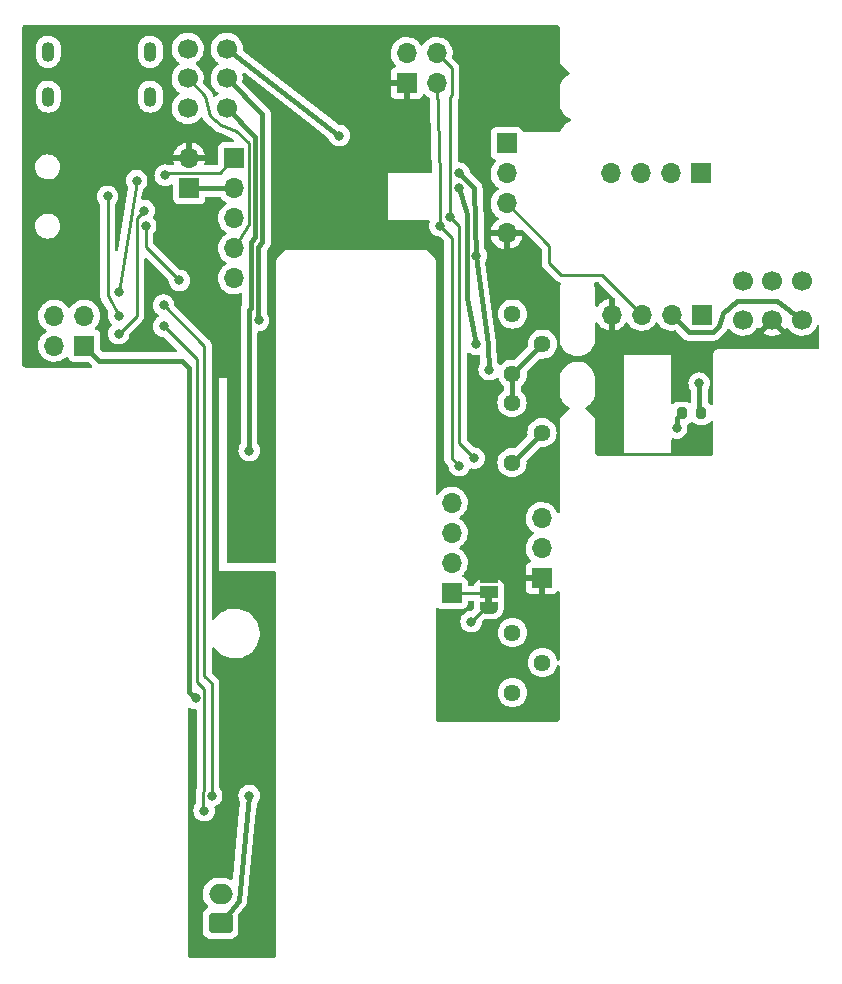
<source format=gbl>
G04 #@! TF.GenerationSoftware,KiCad,Pcbnew,(6.0.10-0)*
G04 #@! TF.CreationDate,2024-01-08T21:17:54+09:00*
G04 #@! TF.ProjectId,AutoFeeder_Drum-type,4175746f-4665-4656-9465-725f4472756d,02*
G04 #@! TF.SameCoordinates,Original*
G04 #@! TF.FileFunction,Copper,L2,Bot*
G04 #@! TF.FilePolarity,Positive*
%FSLAX46Y46*%
G04 Gerber Fmt 4.6, Leading zero omitted, Abs format (unit mm)*
G04 Created by KiCad (PCBNEW (6.0.10-0)) date 2024-01-08 21:17:54*
%MOMM*%
%LPD*%
G01*
G04 APERTURE LIST*
G04 Aperture macros list*
%AMRoundRect*
0 Rectangle with rounded corners*
0 $1 Rounding radius*
0 $2 $3 $4 $5 $6 $7 $8 $9 X,Y pos of 4 corners*
0 Add a 4 corners polygon primitive as box body*
4,1,4,$2,$3,$4,$5,$6,$7,$8,$9,$2,$3,0*
0 Add four circle primitives for the rounded corners*
1,1,$1+$1,$2,$3*
1,1,$1+$1,$4,$5*
1,1,$1+$1,$6,$7*
1,1,$1+$1,$8,$9*
0 Add four rect primitives between the rounded corners*
20,1,$1+$1,$2,$3,$4,$5,0*
20,1,$1+$1,$4,$5,$6,$7,0*
20,1,$1+$1,$6,$7,$8,$9,0*
20,1,$1+$1,$8,$9,$2,$3,0*%
%AMFreePoly0*
4,1,22,0.550000,-0.750000,0.000000,-0.750000,0.000000,-0.745033,-0.079941,-0.743568,-0.215256,-0.701293,-0.333266,-0.622738,-0.424486,-0.514219,-0.481581,-0.384460,-0.499164,-0.250000,-0.500000,-0.250000,-0.500000,0.250000,-0.499164,0.250000,-0.499963,0.256109,-0.478152,0.396186,-0.417904,0.524511,-0.324060,0.630769,-0.204165,0.706417,-0.067858,0.745374,0.000000,0.744959,0.000000,0.750000,
0.550000,0.750000,0.550000,-0.750000,0.550000,-0.750000,$1*%
%AMFreePoly1*
4,1,20,0.000000,0.744959,0.073905,0.744508,0.209726,0.703889,0.328688,0.626782,0.421226,0.519385,0.479903,0.390333,0.500000,0.250000,0.500000,-0.250000,0.499851,-0.262216,0.476331,-0.402017,0.414519,-0.529596,0.319384,-0.634700,0.198574,-0.708877,0.061801,-0.746166,0.000000,-0.745033,0.000000,-0.750000,-0.550000,-0.750000,-0.550000,0.750000,0.000000,0.750000,0.000000,0.744959,
0.000000,0.744959,$1*%
G04 Aperture macros list end*
G04 #@! TA.AperFunction,ComponentPad*
%ADD10R,1.700000X1.700000*%
G04 #@! TD*
G04 #@! TA.AperFunction,ComponentPad*
%ADD11O,1.700000X1.700000*%
G04 #@! TD*
G04 #@! TA.AperFunction,ComponentPad*
%ADD12C,1.440000*%
G04 #@! TD*
G04 #@! TA.AperFunction,ComponentPad*
%ADD13O,1.100000X1.700000*%
G04 #@! TD*
G04 #@! TA.AperFunction,ComponentPad*
%ADD14RoundRect,0.250000X0.750000X-0.600000X0.750000X0.600000X-0.750000X0.600000X-0.750000X-0.600000X0*%
G04 #@! TD*
G04 #@! TA.AperFunction,ComponentPad*
%ADD15O,2.000000X1.700000*%
G04 #@! TD*
G04 #@! TA.AperFunction,ComponentPad*
%ADD16C,1.700000*%
G04 #@! TD*
G04 #@! TA.AperFunction,SMDPad,CuDef*
%ADD17RoundRect,0.200000X0.200000X0.275000X-0.200000X0.275000X-0.200000X-0.275000X0.200000X-0.275000X0*%
G04 #@! TD*
G04 #@! TA.AperFunction,SMDPad,CuDef*
%ADD18FreePoly0,90.000000*%
G04 #@! TD*
G04 #@! TA.AperFunction,SMDPad,CuDef*
%ADD19R,1.500000X1.000000*%
G04 #@! TD*
G04 #@! TA.AperFunction,SMDPad,CuDef*
%ADD20FreePoly1,90.000000*%
G04 #@! TD*
G04 #@! TA.AperFunction,ViaPad*
%ADD21C,0.800000*%
G04 #@! TD*
G04 #@! TA.AperFunction,Conductor*
%ADD22C,0.400000*%
G04 #@! TD*
G04 #@! TA.AperFunction,Conductor*
%ADD23C,0.250000*%
G04 #@! TD*
G04 APERTURE END LIST*
G36*
X176800000Y-109400000D02*
G01*
X176200000Y-109400000D01*
X176200000Y-108900000D01*
X176800000Y-108900000D01*
X176800000Y-109400000D01*
G37*
D10*
X142240000Y-87630000D03*
D11*
X139700000Y-87630000D03*
X142240000Y-85090000D03*
X139700000Y-85090000D03*
D10*
X151130000Y-74295000D03*
D11*
X151130000Y-71755000D03*
D12*
X178460000Y-97540000D03*
X181000000Y-95000000D03*
X178460000Y-92460000D03*
D10*
X178000000Y-70500000D03*
D11*
X178000000Y-73040000D03*
X178000000Y-75580000D03*
X178000000Y-78120000D03*
D10*
X180975000Y-107315000D03*
D11*
X180975000Y-104775000D03*
X180975000Y-102235000D03*
D10*
X194520000Y-84999999D03*
D11*
X191980000Y-84999999D03*
X189440000Y-84999999D03*
X186900000Y-84999999D03*
D10*
X169545000Y-65405000D03*
D11*
X169545000Y-62865000D03*
X172085000Y-65405000D03*
X172085000Y-62865000D03*
D12*
X178500000Y-90040000D03*
X181040000Y-87500000D03*
X178500000Y-84960000D03*
D10*
X154940000Y-71755000D03*
D11*
X154940000Y-74295000D03*
X154940000Y-76835000D03*
X154940000Y-79375000D03*
X154940000Y-81915000D03*
D13*
X139190000Y-66538000D03*
X139190000Y-62738000D03*
X147830000Y-62738000D03*
X147830000Y-66538000D03*
D10*
X173355000Y-108575000D03*
D11*
X173355000Y-106035000D03*
X173355000Y-103495000D03*
X173355000Y-100955000D03*
D12*
X178500000Y-117000000D03*
X181040000Y-114460000D03*
X178500000Y-111920000D03*
D14*
X153780000Y-136525000D03*
D15*
X153780000Y-134025000D03*
D16*
X154300000Y-62500000D03*
X154300000Y-65000000D03*
X154300000Y-67500000D03*
X151000000Y-62500000D03*
X151000000Y-65000000D03*
X151000000Y-67500000D03*
D10*
X194500000Y-73000000D03*
D11*
X191960000Y-73000000D03*
X189420000Y-73000000D03*
X186880000Y-73000000D03*
D16*
X198000000Y-85435120D03*
X200500000Y-85435120D03*
X203000000Y-85435120D03*
X198000000Y-82135120D03*
X200500000Y-82135120D03*
X203000000Y-82135120D03*
D17*
X194500000Y-93345000D03*
X192850000Y-93345000D03*
D18*
X176500000Y-109800000D03*
D19*
X176500000Y-108500000D03*
D20*
X176500000Y-107200000D03*
D21*
X145161000Y-86614000D03*
X147320000Y-76200000D03*
X175000000Y-111000000D03*
X156718000Y-117983000D03*
X156591000Y-98425000D03*
X181685000Y-68505000D03*
X160020000Y-69596000D03*
X145034000Y-65659000D03*
X141986000Y-65659000D03*
X146685000Y-73660000D03*
X149100000Y-73200000D03*
X145161000Y-83095500D03*
X163830000Y-69850000D03*
X148971000Y-84201000D03*
X153035000Y-125730000D03*
X148971000Y-85979000D03*
X152400000Y-127000000D03*
X175260000Y-97155000D03*
X173247318Y-76727318D03*
X173990000Y-97790000D03*
X172339000Y-77470000D03*
X156210000Y-96520000D03*
X173990000Y-74295000D03*
X175390000Y-87500000D03*
X144215000Y-75000000D03*
X145161000Y-85091501D03*
X173990000Y-73025000D03*
X176530000Y-89662000D03*
X175424500Y-80010000D03*
X156210000Y-125730000D03*
X150304500Y-82105500D03*
X147447000Y-77470000D03*
X151676000Y-117500000D03*
X194310000Y-90805000D03*
X157000000Y-85500000D03*
X192405000Y-94615000D03*
D22*
X173990000Y-73025000D02*
X175260000Y-74295000D01*
X175260000Y-74295000D02*
X175424500Y-80010000D01*
X173990000Y-74295000D02*
X174625000Y-76454000D01*
X174625000Y-76454000D02*
X174625000Y-83566000D01*
X174625000Y-83566000D02*
X175390000Y-87500000D01*
X156210000Y-125730000D02*
X155321000Y-134620000D01*
X155321000Y-134620000D02*
X153780000Y-136525000D01*
D23*
X148971000Y-84201000D02*
X152400000Y-87630000D01*
X152400000Y-87630000D02*
X152400000Y-115570000D01*
X152400000Y-115570000D02*
X153035000Y-116205000D01*
X153035000Y-116205000D02*
X153035000Y-125730000D01*
X151000000Y-65000000D02*
X152500000Y-66500000D01*
X152500000Y-66500000D02*
X152908000Y-68199000D01*
X156210000Y-77343000D02*
X154940000Y-79375000D01*
X153797000Y-68961000D02*
X155067000Y-69469000D01*
X152908000Y-68199000D02*
X153797000Y-68961000D01*
X155067000Y-69469000D02*
X156210000Y-70485000D01*
X156210000Y-70485000D02*
X156210000Y-77343000D01*
D22*
X156210000Y-96520000D02*
X156200000Y-96510000D01*
X156200000Y-96510000D02*
X156200000Y-84592000D01*
X156200000Y-84592000D02*
X156337000Y-84455000D01*
X156337000Y-84455000D02*
X156337000Y-78867000D01*
X156337000Y-78867000D02*
X156735000Y-78469000D01*
X156735000Y-78469000D02*
X156735000Y-69935000D01*
X156735000Y-69935000D02*
X154300000Y-67500000D01*
X163830000Y-69850000D02*
X154300000Y-62500000D01*
X191980000Y-84999999D02*
X193480001Y-86500000D01*
X193480001Y-86500000D02*
X195500000Y-86500000D01*
X196000000Y-86000000D02*
X196342000Y-84836000D01*
X195500000Y-86500000D02*
X196000000Y-86000000D01*
X196342000Y-84836000D02*
X197485000Y-83820000D01*
X197485000Y-83820000D02*
X200914000Y-83820000D01*
X200914000Y-83820000D02*
X203000000Y-85435120D01*
X176530000Y-89662000D02*
X176403000Y-87503000D01*
X176403000Y-87503000D02*
X175424500Y-80010000D01*
D23*
X172339000Y-77470000D02*
X172339000Y-73406000D01*
X172339000Y-73406000D02*
X172085000Y-65405000D01*
X173355000Y-78486000D02*
X173355000Y-97155000D01*
X172339000Y-77470000D02*
X173355000Y-78486000D01*
X173355000Y-97155000D02*
X173990000Y-97790000D01*
X173247318Y-76727318D02*
X173247318Y-66548000D01*
X173355000Y-64135000D02*
X172085000Y-62865000D01*
X173247318Y-66548000D02*
X173355000Y-66440318D01*
X173355000Y-66440318D02*
X173355000Y-64135000D01*
X173990000Y-77470000D02*
X173990000Y-95885000D01*
X173247318Y-76727318D02*
X173990000Y-77470000D01*
X173990000Y-95885000D02*
X175260000Y-97155000D01*
X145161000Y-83095500D02*
X146685000Y-73660000D01*
X145161000Y-85091501D02*
X144215000Y-83382000D01*
X144215000Y-83382000D02*
X144215000Y-75000000D01*
X145161000Y-86614000D02*
X146685000Y-85090000D01*
X146685000Y-85090000D02*
X146685000Y-76835000D01*
X146685000Y-76835000D02*
X147320000Y-76200000D01*
X150304500Y-82105500D02*
X147447000Y-79248000D01*
X147447000Y-79248000D02*
X147447000Y-77470000D01*
D22*
X151130000Y-74295000D02*
X154940000Y-74295000D01*
D23*
X149100000Y-73200000D02*
X149307000Y-72993000D01*
X149307000Y-72993000D02*
X153702000Y-72993000D01*
X153702000Y-72993000D02*
X154940000Y-71755000D01*
D22*
X143510000Y-88900000D02*
X142240000Y-87630000D01*
X151676000Y-117475000D02*
X151130000Y-116929000D01*
X151676000Y-117500000D02*
X151676000Y-117475000D01*
X151130000Y-89535000D02*
X150495000Y-88900000D01*
X150495000Y-88900000D02*
X143510000Y-88900000D01*
X151130000Y-116929000D02*
X151130000Y-89535000D01*
D23*
X148971000Y-85979000D02*
X151765000Y-88773000D01*
X151765000Y-88773000D02*
X151765000Y-116078000D01*
X151765000Y-116078000D02*
X152400500Y-116713500D01*
X152310000Y-125429695D02*
X152310000Y-126910000D01*
X152310000Y-126910000D02*
X152400000Y-127000000D01*
X152400500Y-116713500D02*
X152400500Y-125339195D01*
X152400500Y-125339195D02*
X152310000Y-125429695D01*
X176500000Y-109800000D02*
X176200000Y-109800000D01*
X176200000Y-109800000D02*
X175000000Y-111000000D01*
X176500000Y-68500000D02*
X181680000Y-68500000D01*
X176500000Y-78000000D02*
X176500000Y-68500000D01*
X181680000Y-68500000D02*
X181685000Y-68505000D01*
X176620000Y-78120000D02*
X176500000Y-78000000D01*
X178000000Y-78120000D02*
X176620000Y-78120000D01*
X182589999Y-81624999D02*
X181610000Y-80645000D01*
X181610000Y-80645000D02*
X181610000Y-79190000D01*
X181610000Y-79190000D02*
X178000000Y-75580000D01*
X189440000Y-84999999D02*
X186065000Y-81624999D01*
X186065000Y-81624999D02*
X182589999Y-81624999D01*
D22*
X178500000Y-92420000D02*
X178460000Y-92460000D01*
X178500000Y-90040000D02*
X178500000Y-92420000D01*
X181040000Y-87500000D02*
X178500000Y-90040000D01*
X181000000Y-95000000D02*
X178460000Y-97540000D01*
D23*
X173355000Y-108575000D02*
X176425000Y-108575000D01*
X176425000Y-108575000D02*
X176500000Y-108500000D01*
D22*
X194310000Y-93155000D02*
X194500000Y-93345000D01*
X194310000Y-90805000D02*
X194310000Y-93155000D01*
X156972000Y-85472000D02*
X156972000Y-79248000D01*
X157335000Y-78885000D02*
X157335000Y-68035000D01*
X157000000Y-85500000D02*
X156972000Y-85472000D01*
X156972000Y-79248000D02*
X157335000Y-78885000D01*
X157335000Y-68035000D02*
X154300000Y-65000000D01*
X192405000Y-93790000D02*
X192850000Y-93345000D01*
X192405000Y-94615000D02*
X192405000Y-93790000D01*
G04 #@! TA.AperFunction,Conductor*
G36*
X182433621Y-60528502D02*
G01*
X182480114Y-60582158D01*
X182491500Y-60634500D01*
X182491500Y-63428928D01*
X182490145Y-63441058D01*
X182490627Y-63441097D01*
X182489907Y-63450044D01*
X182487926Y-63458800D01*
X182489491Y-63484020D01*
X182491258Y-63512508D01*
X182491500Y-63520310D01*
X182491500Y-63536513D01*
X182492777Y-63545429D01*
X182492984Y-63546878D01*
X182494013Y-63556928D01*
X182496945Y-63604177D01*
X182499994Y-63612623D01*
X182500593Y-63615514D01*
X182504822Y-63632480D01*
X182505648Y-63635305D01*
X182506920Y-63644187D01*
X182526522Y-63687298D01*
X182530327Y-63696647D01*
X182546404Y-63741181D01*
X182551699Y-63748429D01*
X182553080Y-63751027D01*
X182561915Y-63766145D01*
X182563494Y-63768614D01*
X182567208Y-63776782D01*
X182581363Y-63793210D01*
X182598115Y-63812652D01*
X182604401Y-63820569D01*
X182609548Y-63827615D01*
X182609553Y-63827620D01*
X182612425Y-63831552D01*
X182623400Y-63842527D01*
X182629758Y-63849375D01*
X182652113Y-63875319D01*
X182662287Y-63887127D01*
X182669822Y-63892011D01*
X182676058Y-63897451D01*
X182687929Y-63907056D01*
X183090183Y-64309311D01*
X183097800Y-64318845D01*
X183098169Y-64318531D01*
X183103984Y-64325364D01*
X183108776Y-64332958D01*
X183149116Y-64368585D01*
X183154803Y-64373931D01*
X183166255Y-64385383D01*
X183169846Y-64388074D01*
X183169848Y-64388076D01*
X183174630Y-64391660D01*
X183182473Y-64398045D01*
X183210412Y-64422720D01*
X183217951Y-64429378D01*
X183226078Y-64433194D01*
X183228534Y-64434807D01*
X183243537Y-64443823D01*
X183246115Y-64445235D01*
X183253296Y-64450616D01*
X183261700Y-64453767D01*
X183266330Y-64456301D01*
X183316477Y-64506558D01*
X183331492Y-64575949D01*
X183306608Y-64642442D01*
X183261306Y-64679205D01*
X183261451Y-64679460D01*
X183259922Y-64680329D01*
X183259075Y-64681016D01*
X183257048Y-64681961D01*
X183257044Y-64681964D01*
X183252464Y-64684099D01*
X183051693Y-64820544D01*
X182875319Y-64987332D01*
X182872241Y-64991358D01*
X182872240Y-64991359D01*
X182730953Y-65176154D01*
X182730950Y-65176158D01*
X182727880Y-65180174D01*
X182725490Y-65184632D01*
X182725489Y-65184633D01*
X182704028Y-65224658D01*
X182613169Y-65394109D01*
X182534138Y-65623631D01*
X182529687Y-65649401D01*
X182498970Y-65827238D01*
X182492821Y-65862836D01*
X182491500Y-65891925D01*
X182491500Y-67061001D01*
X182506060Y-67241965D01*
X182507266Y-67246873D01*
X182507266Y-67246876D01*
X182539072Y-67376369D01*
X182563963Y-67477706D01*
X182565938Y-67482358D01*
X182565939Y-67482362D01*
X182612220Y-67591393D01*
X182658812Y-67701156D01*
X182661510Y-67705440D01*
X182785037Y-67901596D01*
X182788167Y-67906567D01*
X182807217Y-67928175D01*
X182945350Y-68084858D01*
X182945353Y-68084861D01*
X182948698Y-68088655D01*
X182952606Y-68091865D01*
X182952607Y-68091866D01*
X183059242Y-68179456D01*
X183136278Y-68242734D01*
X183235854Y-68300689D01*
X183327242Y-68353878D01*
X183346078Y-68364841D01*
X183383725Y-68379292D01*
X183393132Y-68382903D01*
X183449560Y-68425988D01*
X183473737Y-68492741D01*
X183457986Y-68561969D01*
X183401228Y-68614729D01*
X183336188Y-68645058D01*
X183252464Y-68684099D01*
X183051693Y-68820544D01*
X182875319Y-68987332D01*
X182872241Y-68991358D01*
X182872240Y-68991359D01*
X182730953Y-69176154D01*
X182730950Y-69176158D01*
X182727880Y-69180174D01*
X182613169Y-69394109D01*
X182605967Y-69415026D01*
X182564876Y-69472920D01*
X182499007Y-69499411D01*
X182486833Y-69500000D01*
X179424195Y-69500000D01*
X179356074Y-69479998D01*
X179309581Y-69426342D01*
X179306212Y-69418226D01*
X179303765Y-69411698D01*
X179300615Y-69403295D01*
X179295235Y-69396116D01*
X179295233Y-69396113D01*
X179218642Y-69293919D01*
X179213261Y-69286739D01*
X179096705Y-69199385D01*
X178960316Y-69148255D01*
X178898134Y-69141500D01*
X177101866Y-69141500D01*
X177039684Y-69148255D01*
X176903295Y-69199385D01*
X176786739Y-69286739D01*
X176699385Y-69403295D01*
X176648255Y-69539684D01*
X176641500Y-69601866D01*
X176641500Y-71398134D01*
X176648255Y-71460316D01*
X176699385Y-71596705D01*
X176786739Y-71713261D01*
X176903295Y-71800615D01*
X176911704Y-71803767D01*
X176911705Y-71803768D01*
X177020451Y-71844535D01*
X177077216Y-71887176D01*
X177101916Y-71953738D01*
X177086709Y-72023087D01*
X177067316Y-72049568D01*
X176940629Y-72182138D01*
X176937715Y-72186410D01*
X176937714Y-72186411D01*
X176916442Y-72217595D01*
X176814743Y-72366680D01*
X176812564Y-72371375D01*
X176740769Y-72526045D01*
X176720688Y-72569305D01*
X176660989Y-72784570D01*
X176637251Y-73006695D01*
X176650110Y-73229715D01*
X176651247Y-73234761D01*
X176651248Y-73234767D01*
X176663345Y-73288444D01*
X176699222Y-73447639D01*
X176783266Y-73654616D01*
X176796173Y-73675678D01*
X176880903Y-73813945D01*
X176899987Y-73845088D01*
X177046250Y-74013938D01*
X177218126Y-74156632D01*
X177263055Y-74182886D01*
X177291445Y-74199476D01*
X177340169Y-74251114D01*
X177353240Y-74320897D01*
X177326509Y-74386669D01*
X177286055Y-74420027D01*
X177273607Y-74426507D01*
X177269474Y-74429610D01*
X177269471Y-74429612D01*
X177211961Y-74472792D01*
X177094965Y-74560635D01*
X176940629Y-74722138D01*
X176937715Y-74726410D01*
X176937714Y-74726411D01*
X176873991Y-74819826D01*
X176814743Y-74906680D01*
X176769801Y-75003500D01*
X176727009Y-75095688D01*
X176720688Y-75109305D01*
X176660989Y-75324570D01*
X176637251Y-75546695D01*
X176637548Y-75551848D01*
X176637548Y-75551851D01*
X176642860Y-75643971D01*
X176650110Y-75769715D01*
X176651247Y-75774761D01*
X176651248Y-75774767D01*
X176663345Y-75828444D01*
X176699222Y-75987639D01*
X176751293Y-76115876D01*
X176780552Y-76187931D01*
X176783266Y-76194616D01*
X176899987Y-76385088D01*
X177046250Y-76553938D01*
X177218126Y-76696632D01*
X177263623Y-76723218D01*
X177291955Y-76739774D01*
X177340679Y-76791412D01*
X177353750Y-76861195D01*
X177327019Y-76926967D01*
X177286562Y-76960327D01*
X177278457Y-76964546D01*
X177269738Y-76970036D01*
X177099433Y-77097905D01*
X177091726Y-77104748D01*
X176944590Y-77258717D01*
X176938104Y-77266727D01*
X176818098Y-77442649D01*
X176813000Y-77451623D01*
X176723338Y-77644783D01*
X176719775Y-77654470D01*
X176664389Y-77854183D01*
X176665912Y-77862607D01*
X176678292Y-77866000D01*
X179336459Y-77866000D01*
X179336459Y-77870775D01*
X179373133Y-77870792D01*
X179426672Y-77902576D01*
X180221496Y-78697401D01*
X180939595Y-79415500D01*
X180973621Y-79477812D01*
X180976500Y-79504595D01*
X180976500Y-80566233D01*
X180975973Y-80577416D01*
X180974298Y-80584909D01*
X180974547Y-80592835D01*
X180974547Y-80592836D01*
X180976438Y-80652986D01*
X180976500Y-80656945D01*
X180976500Y-80684856D01*
X180976997Y-80688790D01*
X180976997Y-80688791D01*
X180977005Y-80688856D01*
X180977938Y-80700693D01*
X180979327Y-80744889D01*
X180984978Y-80764339D01*
X180988987Y-80783700D01*
X180991526Y-80803797D01*
X180994445Y-80811168D01*
X180994445Y-80811170D01*
X181007804Y-80844912D01*
X181011649Y-80856142D01*
X181023982Y-80898593D01*
X181028015Y-80905412D01*
X181028017Y-80905417D01*
X181034293Y-80916028D01*
X181042988Y-80933776D01*
X181050448Y-80952617D01*
X181055110Y-80959033D01*
X181055110Y-80959034D01*
X181076436Y-80988387D01*
X181082952Y-80998307D01*
X181098029Y-81023800D01*
X181105458Y-81036362D01*
X181119779Y-81050683D01*
X181132619Y-81065716D01*
X181144528Y-81082107D01*
X181150632Y-81087157D01*
X181150637Y-81087162D01*
X181178598Y-81110293D01*
X181187379Y-81118283D01*
X182086352Y-82017257D01*
X182093886Y-82025536D01*
X182097999Y-82032017D01*
X182121709Y-82054282D01*
X182147650Y-82078642D01*
X182150492Y-82081397D01*
X182170229Y-82101134D01*
X182173426Y-82103614D01*
X182182446Y-82111317D01*
X182214678Y-82141585D01*
X182221624Y-82145404D01*
X182221627Y-82145406D01*
X182232433Y-82151347D01*
X182248952Y-82162198D01*
X182264958Y-82174613D01*
X182272227Y-82177758D01*
X182272231Y-82177761D01*
X182305536Y-82192173D01*
X182316186Y-82197390D01*
X182354939Y-82218694D01*
X182362614Y-82220665D01*
X182362615Y-82220665D01*
X182374561Y-82223732D01*
X182393266Y-82230136D01*
X182411854Y-82238180D01*
X182419677Y-82239419D01*
X182419687Y-82239422D01*
X182455523Y-82245098D01*
X182467143Y-82247504D01*
X182509968Y-82258499D01*
X182509495Y-82260340D01*
X182565205Y-82284639D01*
X182604604Y-82343700D01*
X182605819Y-82414686D01*
X182603472Y-82422270D01*
X182534138Y-82623630D01*
X182530041Y-82647352D01*
X182498051Y-82832558D01*
X182492821Y-82862835D01*
X182492641Y-82866796D01*
X182492641Y-82866797D01*
X182491636Y-82888938D01*
X182491500Y-82891924D01*
X182491500Y-87061000D01*
X182491702Y-87063508D01*
X182491702Y-87063513D01*
X182504640Y-87224313D01*
X182506060Y-87241964D01*
X182507266Y-87246872D01*
X182507266Y-87246875D01*
X182540249Y-87381157D01*
X182563963Y-87477705D01*
X182565938Y-87482357D01*
X182565939Y-87482361D01*
X182609993Y-87586144D01*
X182658812Y-87701155D01*
X182788167Y-87906566D01*
X182791512Y-87910360D01*
X182945350Y-88084857D01*
X182945353Y-88084860D01*
X182948698Y-88088654D01*
X182952606Y-88091864D01*
X182952607Y-88091865D01*
X183108158Y-88219635D01*
X183136278Y-88242733D01*
X183346078Y-88364840D01*
X183350801Y-88366653D01*
X183567978Y-88450019D01*
X183567982Y-88450020D01*
X183572702Y-88451832D01*
X183577652Y-88452866D01*
X183577655Y-88452867D01*
X183805369Y-88500439D01*
X183805373Y-88500439D01*
X183810320Y-88501473D01*
X184052817Y-88512485D01*
X184057837Y-88511904D01*
X184057841Y-88511904D01*
X184288929Y-88485166D01*
X184288933Y-88485165D01*
X184293956Y-88484584D01*
X184298820Y-88483208D01*
X184298823Y-88483207D01*
X184496511Y-88427267D01*
X184527532Y-88418489D01*
X184532108Y-88416355D01*
X184532114Y-88416353D01*
X184742954Y-88318037D01*
X184742958Y-88318035D01*
X184747536Y-88315900D01*
X184780051Y-88293803D01*
X184919920Y-88198747D01*
X184948307Y-88179455D01*
X185124681Y-88012667D01*
X185135426Y-87998613D01*
X185269047Y-87823845D01*
X185269050Y-87823841D01*
X185272120Y-87819825D01*
X185386831Y-87605890D01*
X185465862Y-87376368D01*
X185492126Y-87224313D01*
X185506504Y-87141073D01*
X185506505Y-87141067D01*
X185507179Y-87137163D01*
X185507643Y-87126946D01*
X185508436Y-87109493D01*
X185508436Y-87109474D01*
X185508500Y-87108074D01*
X185508500Y-85775229D01*
X185528502Y-85707108D01*
X185582158Y-85660615D01*
X185652432Y-85650511D01*
X185717012Y-85680005D01*
X185741933Y-85709394D01*
X185797694Y-85800387D01*
X185803777Y-85808698D01*
X185943213Y-85969666D01*
X185950580Y-85976882D01*
X186114434Y-86112915D01*
X186122881Y-86118830D01*
X186306756Y-86226278D01*
X186316042Y-86230728D01*
X186515001Y-86306702D01*
X186524899Y-86309578D01*
X186628250Y-86330605D01*
X186642299Y-86329409D01*
X186646000Y-86319064D01*
X186646000Y-83683101D01*
X186642082Y-83669757D01*
X186627806Y-83667770D01*
X186589324Y-83673659D01*
X186579288Y-83676050D01*
X186376868Y-83742211D01*
X186367359Y-83746208D01*
X186178463Y-83844541D01*
X186169738Y-83850035D01*
X185999433Y-83977904D01*
X185991726Y-83984747D01*
X185844590Y-84138716D01*
X185838104Y-84146726D01*
X185738588Y-84292611D01*
X185683677Y-84337614D01*
X185613152Y-84345785D01*
X185549405Y-84314531D01*
X185512675Y-84253774D01*
X185508500Y-84221607D01*
X185508500Y-82938998D01*
X185508298Y-82936485D01*
X185494346Y-82763075D01*
X185494345Y-82763070D01*
X185493940Y-82758034D01*
X185485306Y-82722880D01*
X185437244Y-82527207D01*
X185436037Y-82522293D01*
X185434061Y-82517637D01*
X185398445Y-82433731D01*
X185390241Y-82363210D01*
X185421465Y-82299448D01*
X185482205Y-82262689D01*
X185514429Y-82258499D01*
X185750406Y-82258499D01*
X185818527Y-82278501D01*
X185839501Y-82295404D01*
X187117975Y-83573879D01*
X187152001Y-83636191D01*
X187150693Y-83665794D01*
X187154000Y-83665794D01*
X187154000Y-86318516D01*
X187158064Y-86332358D01*
X187171478Y-86334392D01*
X187178184Y-86333533D01*
X187188262Y-86331391D01*
X187392255Y-86270190D01*
X187401842Y-86266432D01*
X187593095Y-86172738D01*
X187601945Y-86167463D01*
X187775328Y-86043791D01*
X187783200Y-86037138D01*
X187934052Y-85886811D01*
X187940730Y-85878964D01*
X188068022Y-85701818D01*
X188069279Y-85702721D01*
X188116373Y-85659361D01*
X188186311Y-85647144D01*
X188251751Y-85674677D01*
X188279579Y-85706510D01*
X188281117Y-85709020D01*
X188339987Y-85805087D01*
X188486250Y-85973937D01*
X188658126Y-86116631D01*
X188851000Y-86229337D01*
X188855825Y-86231179D01*
X188855826Y-86231180D01*
X188901782Y-86248729D01*
X189059692Y-86309029D01*
X189064760Y-86310060D01*
X189064763Y-86310061D01*
X189159744Y-86329385D01*
X189278597Y-86353566D01*
X189283772Y-86353756D01*
X189283774Y-86353756D01*
X189496673Y-86361563D01*
X189496677Y-86361563D01*
X189501837Y-86361752D01*
X189506957Y-86361096D01*
X189506959Y-86361096D01*
X189718288Y-86334024D01*
X189718289Y-86334024D01*
X189723416Y-86333367D01*
X189728366Y-86331882D01*
X189932429Y-86270660D01*
X189932434Y-86270658D01*
X189937384Y-86269173D01*
X190137994Y-86170895D01*
X190319860Y-86041172D01*
X190478096Y-85883488D01*
X190541225Y-85795635D01*
X190608453Y-85702076D01*
X190609776Y-85703027D01*
X190656645Y-85659856D01*
X190726580Y-85647624D01*
X190792026Y-85675143D01*
X190819875Y-85706993D01*
X190821117Y-85709020D01*
X190879987Y-85805087D01*
X191026250Y-85973937D01*
X191198126Y-86116631D01*
X191391000Y-86229337D01*
X191395825Y-86231179D01*
X191395826Y-86231180D01*
X191441782Y-86248729D01*
X191599692Y-86309029D01*
X191604760Y-86310060D01*
X191604763Y-86310061D01*
X191699744Y-86329385D01*
X191818597Y-86353566D01*
X191823772Y-86353756D01*
X191823774Y-86353756D01*
X192036673Y-86361563D01*
X192036677Y-86361563D01*
X192041837Y-86361752D01*
X192046957Y-86361096D01*
X192046959Y-86361096D01*
X192244589Y-86335779D01*
X192314699Y-86346964D01*
X192349694Y-86371663D01*
X192958551Y-86980520D01*
X192964405Y-86986785D01*
X193002440Y-87030385D01*
X193008658Y-87034755D01*
X193054698Y-87067112D01*
X193059994Y-87071045D01*
X193110283Y-87110477D01*
X193117205Y-87113602D01*
X193119453Y-87114964D01*
X193134186Y-87123368D01*
X193136525Y-87124622D01*
X193142740Y-87128990D01*
X193149816Y-87131749D01*
X193149820Y-87131751D01*
X193202270Y-87152200D01*
X193208335Y-87154749D01*
X193266574Y-87181045D01*
X193274039Y-87182429D01*
X193276583Y-87183226D01*
X193292849Y-87187859D01*
X193295429Y-87188521D01*
X193302510Y-87191282D01*
X193310043Y-87192274D01*
X193310044Y-87192274D01*
X193323262Y-87194014D01*
X193365858Y-87199622D01*
X193372356Y-87200650D01*
X193435188Y-87212296D01*
X193442768Y-87211859D01*
X193442769Y-87211859D01*
X193497394Y-87208709D01*
X193504648Y-87208500D01*
X195471088Y-87208500D01*
X195479658Y-87208792D01*
X195529776Y-87212209D01*
X195529780Y-87212209D01*
X195537352Y-87212725D01*
X195544829Y-87211420D01*
X195544830Y-87211420D01*
X195571308Y-87206799D01*
X195600303Y-87201738D01*
X195606821Y-87200777D01*
X195670242Y-87193102D01*
X195677343Y-87190419D01*
X195679952Y-87189778D01*
X195696262Y-87185315D01*
X195698798Y-87184550D01*
X195706284Y-87183243D01*
X195764800Y-87157556D01*
X195770904Y-87155065D01*
X195772109Y-87154610D01*
X195830656Y-87132487D01*
X195836919Y-87128183D01*
X195839285Y-87126946D01*
X195854097Y-87118701D01*
X195856351Y-87117368D01*
X195863305Y-87114315D01*
X195914002Y-87075413D01*
X195919332Y-87071541D01*
X195965720Y-87039661D01*
X195965725Y-87039656D01*
X195971981Y-87035357D01*
X196013436Y-86988829D01*
X196018416Y-86983554D01*
X196467398Y-86534572D01*
X196478011Y-86525095D01*
X196502463Y-86505627D01*
X196502465Y-86505625D01*
X196508407Y-86500894D01*
X196513052Y-86494879D01*
X196558982Y-86435397D01*
X196559475Y-86434762D01*
X196610477Y-86369718D01*
X196611577Y-86367281D01*
X196613212Y-86365164D01*
X196616052Y-86358746D01*
X196616055Y-86358742D01*
X196646685Y-86289537D01*
X196647067Y-86288681D01*
X196669036Y-86240025D01*
X196715299Y-86186171D01*
X196783333Y-86165877D01*
X196851539Y-86185587D01*
X196891306Y-86226042D01*
X196899987Y-86240208D01*
X197046250Y-86409058D01*
X197218126Y-86551752D01*
X197411000Y-86664458D01*
X197619692Y-86744150D01*
X197624760Y-86745181D01*
X197624763Y-86745182D01*
X197728252Y-86766237D01*
X197838597Y-86788687D01*
X197843772Y-86788877D01*
X197843774Y-86788877D01*
X198056673Y-86796684D01*
X198056677Y-86796684D01*
X198061837Y-86796873D01*
X198066957Y-86796217D01*
X198066959Y-86796217D01*
X198278288Y-86769145D01*
X198278289Y-86769145D01*
X198283416Y-86768488D01*
X198288366Y-86767003D01*
X198492429Y-86705781D01*
X198492434Y-86705779D01*
X198497384Y-86704294D01*
X198697994Y-86606016D01*
X198762544Y-86559973D01*
X199739977Y-86559973D01*
X199745258Y-86567027D01*
X199906756Y-86661399D01*
X199916042Y-86665849D01*
X200115001Y-86741823D01*
X200124899Y-86744699D01*
X200333595Y-86787158D01*
X200343823Y-86788377D01*
X200556650Y-86796182D01*
X200566936Y-86795715D01*
X200778185Y-86768654D01*
X200788262Y-86766512D01*
X200992255Y-86705311D01*
X201001842Y-86701553D01*
X201193098Y-86607858D01*
X201201944Y-86602585D01*
X201249247Y-86568843D01*
X201257648Y-86558143D01*
X201250660Y-86544990D01*
X200512812Y-85807142D01*
X200498868Y-85799528D01*
X200497035Y-85799659D01*
X200490420Y-85803910D01*
X199746737Y-86547593D01*
X199739977Y-86559973D01*
X198762544Y-86559973D01*
X198879860Y-86476293D01*
X198936465Y-86419886D01*
X198985625Y-86370897D01*
X199038096Y-86318609D01*
X199044586Y-86309578D01*
X199079567Y-86260896D01*
X199148999Y-86164271D01*
X199204991Y-86120624D01*
X199275695Y-86114178D01*
X199338659Y-86146980D01*
X199358752Y-86171963D01*
X199366458Y-86184538D01*
X199376916Y-86194000D01*
X199385694Y-86190216D01*
X200410905Y-85165005D01*
X200473217Y-85130979D01*
X200544032Y-85136044D01*
X200589095Y-85165005D01*
X201610474Y-86186384D01*
X201622484Y-86192943D01*
X201634223Y-86183975D01*
X201648397Y-86164250D01*
X201704392Y-86120602D01*
X201775095Y-86114156D01*
X201838059Y-86146958D01*
X201858153Y-86171941D01*
X201858641Y-86172738D01*
X201899987Y-86240208D01*
X202046250Y-86409058D01*
X202218126Y-86551752D01*
X202411000Y-86664458D01*
X202619692Y-86744150D01*
X202624760Y-86745181D01*
X202624763Y-86745182D01*
X202728252Y-86766237D01*
X202838597Y-86788687D01*
X202843772Y-86788877D01*
X202843774Y-86788877D01*
X203056673Y-86796684D01*
X203056677Y-86796684D01*
X203061837Y-86796873D01*
X203066957Y-86796217D01*
X203066959Y-86796217D01*
X203278288Y-86769145D01*
X203278289Y-86769145D01*
X203283416Y-86768488D01*
X203288366Y-86767003D01*
X203492429Y-86705781D01*
X203492434Y-86705779D01*
X203497384Y-86704294D01*
X203697994Y-86606016D01*
X203879860Y-86476293D01*
X203936465Y-86419886D01*
X203985625Y-86370897D01*
X204038096Y-86318609D01*
X204044586Y-86309578D01*
X204165435Y-86141397D01*
X204168453Y-86137197D01*
X204171431Y-86131173D01*
X204252543Y-85967053D01*
X204300656Y-85914846D01*
X204369358Y-85896939D01*
X204436834Y-85919017D01*
X204481662Y-85974071D01*
X204491500Y-86022880D01*
X204491500Y-87800620D01*
X204471498Y-87868741D01*
X204417842Y-87915234D01*
X204365500Y-87926620D01*
X196008623Y-87926620D01*
X196007853Y-87926618D01*
X196007037Y-87926613D01*
X195930279Y-87926144D01*
X195907918Y-87932535D01*
X195901847Y-87934270D01*
X195885085Y-87937848D01*
X195855813Y-87942040D01*
X195847645Y-87945754D01*
X195847644Y-87945754D01*
X195832438Y-87952668D01*
X195814914Y-87959116D01*
X195790229Y-87966171D01*
X195782635Y-87970963D01*
X195782632Y-87970964D01*
X195765220Y-87981950D01*
X195750137Y-87990089D01*
X195723218Y-88002328D01*
X195716416Y-88008189D01*
X195703765Y-88019090D01*
X195688761Y-88030193D01*
X195667042Y-88043896D01*
X195661103Y-88050621D01*
X195661099Y-88050624D01*
X195647468Y-88066058D01*
X195635276Y-88078102D01*
X195619673Y-88091547D01*
X195619671Y-88091550D01*
X195612873Y-88097407D01*
X195607993Y-88104936D01*
X195607992Y-88104937D01*
X195598906Y-88118955D01*
X195587615Y-88133829D01*
X195576569Y-88146337D01*
X195570622Y-88153071D01*
X195558058Y-88179831D01*
X195549737Y-88194811D01*
X195538529Y-88212103D01*
X195538527Y-88212108D01*
X195533648Y-88219635D01*
X195531078Y-88228228D01*
X195531076Y-88228233D01*
X195526289Y-88244240D01*
X195519628Y-88261684D01*
X195508719Y-88284920D01*
X195504291Y-88313361D01*
X195504170Y-88314135D01*
X195500387Y-88330852D01*
X195494485Y-88350586D01*
X195494484Y-88350592D01*
X195491914Y-88359186D01*
X195491729Y-88389573D01*
X195491704Y-88393617D01*
X195491671Y-88394409D01*
X195491500Y-88395506D01*
X195491500Y-88426497D01*
X195491498Y-88427267D01*
X195491024Y-88504841D01*
X195491408Y-88506185D01*
X195491500Y-88507530D01*
X195491500Y-92559355D01*
X195471498Y-92627476D01*
X195417842Y-92673969D01*
X195347568Y-92684073D01*
X195282988Y-92654579D01*
X195266348Y-92637104D01*
X195265575Y-92636118D01*
X195261639Y-92629619D01*
X195140381Y-92508361D01*
X195122776Y-92497699D01*
X195079229Y-92471326D01*
X195031322Y-92418928D01*
X195018500Y-92363550D01*
X195018500Y-91423744D01*
X195038502Y-91355623D01*
X195042564Y-91349683D01*
X195044621Y-91346852D01*
X195049040Y-91341944D01*
X195144527Y-91176556D01*
X195203542Y-90994928D01*
X195204288Y-90987836D01*
X195222814Y-90811565D01*
X195223504Y-90805000D01*
X195203542Y-90615072D01*
X195144527Y-90433444D01*
X195115470Y-90383115D01*
X195089980Y-90338966D01*
X195049040Y-90268056D01*
X195041298Y-90259457D01*
X194925675Y-90131045D01*
X194925674Y-90131044D01*
X194921253Y-90126134D01*
X194793831Y-90033556D01*
X194772094Y-90017763D01*
X194772093Y-90017762D01*
X194766752Y-90013882D01*
X194760724Y-90011198D01*
X194760722Y-90011197D01*
X194598319Y-89938891D01*
X194598318Y-89938891D01*
X194592288Y-89936206D01*
X194498888Y-89916353D01*
X194411944Y-89897872D01*
X194411939Y-89897872D01*
X194405487Y-89896500D01*
X194214513Y-89896500D01*
X194208061Y-89897872D01*
X194208056Y-89897872D01*
X194121112Y-89916353D01*
X194027712Y-89936206D01*
X194021682Y-89938891D01*
X194021681Y-89938891D01*
X193859278Y-90011197D01*
X193859276Y-90011198D01*
X193853248Y-90013882D01*
X193847907Y-90017762D01*
X193847906Y-90017763D01*
X193826169Y-90033556D01*
X193698747Y-90126134D01*
X193694326Y-90131044D01*
X193694325Y-90131045D01*
X193578703Y-90259457D01*
X193570960Y-90268056D01*
X193530020Y-90338966D01*
X193504531Y-90383115D01*
X193475473Y-90433444D01*
X193416458Y-90615072D01*
X193396496Y-90805000D01*
X193397186Y-90811565D01*
X193415713Y-90987836D01*
X193416458Y-90994928D01*
X193475473Y-91176556D01*
X193570960Y-91341944D01*
X193575379Y-91346852D01*
X193577436Y-91349683D01*
X193601295Y-91416551D01*
X193601500Y-91423744D01*
X193601500Y-92352044D01*
X193581498Y-92420165D01*
X193527842Y-92466658D01*
X193457568Y-92476762D01*
X193410230Y-92459821D01*
X193343699Y-92419528D01*
X193336452Y-92417257D01*
X193336450Y-92417256D01*
X193270164Y-92396483D01*
X193180062Y-92368247D01*
X193106635Y-92361500D01*
X193103737Y-92361500D01*
X192849335Y-92361501D01*
X192593366Y-92361501D01*
X192590508Y-92361764D01*
X192590499Y-92361764D01*
X192554996Y-92365026D01*
X192519938Y-92368247D01*
X192513560Y-92370246D01*
X192513559Y-92370246D01*
X192363550Y-92417256D01*
X192363548Y-92417257D01*
X192356301Y-92419528D01*
X192209619Y-92508361D01*
X192175095Y-92542885D01*
X192112783Y-92576911D01*
X192041968Y-92571846D01*
X191985132Y-92529299D01*
X191960321Y-92462779D01*
X191960000Y-92453790D01*
X191960000Y-88400000D01*
X187960000Y-88400000D01*
X187960000Y-96710000D01*
X191960000Y-96710000D01*
X191960000Y-95603624D01*
X191980002Y-95535503D01*
X192033658Y-95489010D01*
X192103932Y-95478906D01*
X192120265Y-95482705D01*
X192122712Y-95483794D01*
X192221397Y-95504770D01*
X192303056Y-95522128D01*
X192303061Y-95522128D01*
X192309513Y-95523500D01*
X192500487Y-95523500D01*
X192506939Y-95522128D01*
X192506944Y-95522128D01*
X192593888Y-95503647D01*
X192687288Y-95483794D01*
X192698267Y-95478906D01*
X192855722Y-95408803D01*
X192855724Y-95408802D01*
X192861752Y-95406118D01*
X193016253Y-95293866D01*
X193144040Y-95151944D01*
X193239527Y-94986556D01*
X193298542Y-94804928D01*
X193299971Y-94791338D01*
X193317814Y-94621565D01*
X193318504Y-94615000D01*
X193298542Y-94425072D01*
X193294855Y-94413725D01*
X193292825Y-94342759D01*
X193329485Y-94281960D01*
X193349416Y-94267010D01*
X193483880Y-94185576D01*
X193483879Y-94185576D01*
X193490381Y-94181639D01*
X193585905Y-94086115D01*
X193648217Y-94052089D01*
X193719032Y-94057154D01*
X193764095Y-94086115D01*
X193859619Y-94181639D01*
X194006301Y-94270472D01*
X194013548Y-94272743D01*
X194013550Y-94272744D01*
X194042959Y-94281960D01*
X194169938Y-94321753D01*
X194243365Y-94328500D01*
X194246263Y-94328500D01*
X194500665Y-94328499D01*
X194756634Y-94328499D01*
X194759492Y-94328236D01*
X194759501Y-94328236D01*
X194795004Y-94324974D01*
X194830062Y-94321753D01*
X194836447Y-94319752D01*
X194986450Y-94272744D01*
X194986452Y-94272743D01*
X194993699Y-94270472D01*
X195140381Y-94181639D01*
X195261639Y-94060381D01*
X195265575Y-94053882D01*
X195266348Y-94052896D01*
X195324122Y-94011633D01*
X195395033Y-94008155D01*
X195456568Y-94043567D01*
X195489189Y-94106625D01*
X195491500Y-94130645D01*
X195491500Y-96737183D01*
X195471498Y-96805304D01*
X195454595Y-96826278D01*
X195326278Y-96954595D01*
X195263966Y-96988621D01*
X195237183Y-96991500D01*
X185762817Y-96991502D01*
X185694696Y-96971500D01*
X185673722Y-96954597D01*
X185545405Y-96826280D01*
X185511379Y-96763968D01*
X185508500Y-96737185D01*
X185508500Y-94071072D01*
X185509855Y-94058942D01*
X185509373Y-94058903D01*
X185510093Y-94049956D01*
X185512074Y-94041200D01*
X185508742Y-93987492D01*
X185508500Y-93979690D01*
X185508500Y-93963487D01*
X185507016Y-93953122D01*
X185505987Y-93943072D01*
X185503611Y-93904784D01*
X185503055Y-93895823D01*
X185500006Y-93887377D01*
X185499407Y-93884486D01*
X185495178Y-93867520D01*
X185494352Y-93864695D01*
X185493080Y-93855813D01*
X185473478Y-93812702D01*
X185469672Y-93803351D01*
X185456645Y-93767265D01*
X185453596Y-93758819D01*
X185448301Y-93751571D01*
X185446920Y-93748973D01*
X185438085Y-93733855D01*
X185436506Y-93731386D01*
X185432792Y-93723218D01*
X185401884Y-93687347D01*
X185395599Y-93679431D01*
X185390452Y-93672385D01*
X185390447Y-93672380D01*
X185387575Y-93668448D01*
X185376600Y-93657473D01*
X185370242Y-93650625D01*
X185343576Y-93619677D01*
X185343575Y-93619676D01*
X185337713Y-93612873D01*
X185330178Y-93607989D01*
X185323934Y-93602542D01*
X185312069Y-93592942D01*
X184909823Y-93190696D01*
X184902200Y-93181156D01*
X184901832Y-93181470D01*
X184896014Y-93174634D01*
X184891224Y-93167042D01*
X184850875Y-93131407D01*
X184845188Y-93126061D01*
X184833745Y-93114618D01*
X184825370Y-93108341D01*
X184817541Y-93101967D01*
X184782049Y-93070622D01*
X184773926Y-93066808D01*
X184771438Y-93065174D01*
X184756477Y-93056185D01*
X184753887Y-93054767D01*
X184746705Y-93049384D01*
X184738302Y-93046234D01*
X184733665Y-93043695D01*
X184683521Y-92993435D01*
X184668509Y-92924044D01*
X184693397Y-92857552D01*
X184738695Y-92820796D01*
X184738549Y-92820540D01*
X184740088Y-92819666D01*
X184740933Y-92818980D01*
X184742953Y-92818038D01*
X184742952Y-92818038D01*
X184747536Y-92815901D01*
X184948307Y-92679456D01*
X185124681Y-92512668D01*
X185152133Y-92476762D01*
X185269047Y-92323846D01*
X185269050Y-92323842D01*
X185272120Y-92319826D01*
X185386831Y-92105891D01*
X185465862Y-91876369D01*
X185501191Y-91671831D01*
X185506504Y-91641074D01*
X185506505Y-91641068D01*
X185507179Y-91637164D01*
X185508500Y-91608075D01*
X185508500Y-90438999D01*
X185506655Y-90416070D01*
X185494346Y-90263076D01*
X185494345Y-90263071D01*
X185493940Y-90258035D01*
X185436037Y-90022294D01*
X185432467Y-90013882D01*
X185343165Y-89803502D01*
X185341188Y-89798844D01*
X185263926Y-89676154D01*
X185214528Y-89597712D01*
X185214526Y-89597709D01*
X185211833Y-89593433D01*
X185121968Y-89491500D01*
X185054650Y-89415142D01*
X185054647Y-89415139D01*
X185051302Y-89411345D01*
X184944993Y-89324022D01*
X184867628Y-89260474D01*
X184867625Y-89260472D01*
X184863722Y-89257266D01*
X184653922Y-89135159D01*
X184614817Y-89120148D01*
X184432022Y-89049980D01*
X184432018Y-89049979D01*
X184427298Y-89048167D01*
X184422348Y-89047133D01*
X184422345Y-89047132D01*
X184194631Y-88999560D01*
X184194627Y-88999560D01*
X184189680Y-88998526D01*
X183947183Y-88987514D01*
X183942163Y-88988095D01*
X183942159Y-88988095D01*
X183711071Y-89014833D01*
X183711067Y-89014834D01*
X183706044Y-89015415D01*
X183701180Y-89016791D01*
X183701177Y-89016792D01*
X183593958Y-89047132D01*
X183472468Y-89081510D01*
X183467892Y-89083644D01*
X183467886Y-89083646D01*
X183257046Y-89181962D01*
X183257042Y-89181964D01*
X183252464Y-89184099D01*
X183051693Y-89320544D01*
X182875319Y-89487332D01*
X182872241Y-89491358D01*
X182872240Y-89491359D01*
X182730953Y-89676154D01*
X182730950Y-89676158D01*
X182727880Y-89680174D01*
X182725490Y-89684632D01*
X182725489Y-89684633D01*
X182676079Y-89776782D01*
X182613169Y-89894109D01*
X182534138Y-90123631D01*
X182520282Y-90203852D01*
X182495601Y-90346744D01*
X182492821Y-90362836D01*
X182492641Y-90366797D01*
X182492641Y-90366798D01*
X182491593Y-90389880D01*
X182491500Y-90391925D01*
X182491500Y-91561001D01*
X182491702Y-91563509D01*
X182491702Y-91563514D01*
X182499741Y-91663424D01*
X182506060Y-91741965D01*
X182507266Y-91746873D01*
X182507266Y-91746876D01*
X182532199Y-91848385D01*
X182563963Y-91977706D01*
X182658812Y-92201156D01*
X182706981Y-92277646D01*
X182765296Y-92370248D01*
X182788167Y-92406567D01*
X182791512Y-92410361D01*
X182945350Y-92584858D01*
X182945353Y-92584861D01*
X182948698Y-92588655D01*
X182952606Y-92591865D01*
X182952607Y-92591866D01*
X183059242Y-92679456D01*
X183136278Y-92742734D01*
X183140650Y-92745279D01*
X183140655Y-92745282D01*
X183273084Y-92822359D01*
X183321897Y-92873912D01*
X183335090Y-92943673D01*
X183308473Y-93009491D01*
X183268855Y-93042509D01*
X183267261Y-93043356D01*
X183258819Y-93046404D01*
X183251573Y-93051698D01*
X183248982Y-93053075D01*
X183233855Y-93061915D01*
X183231386Y-93063494D01*
X183223218Y-93067208D01*
X183207094Y-93081101D01*
X183187348Y-93098115D01*
X183179431Y-93104401D01*
X183172385Y-93109548D01*
X183172380Y-93109553D01*
X183168448Y-93112425D01*
X183157473Y-93123400D01*
X183150626Y-93129758D01*
X183112873Y-93162287D01*
X183107989Y-93169822D01*
X183102542Y-93176066D01*
X183092942Y-93187931D01*
X182690696Y-93590177D01*
X182681156Y-93597800D01*
X182681470Y-93598168D01*
X182674634Y-93603986D01*
X182667042Y-93608776D01*
X182661100Y-93615504D01*
X182631407Y-93649125D01*
X182626061Y-93654812D01*
X182614618Y-93666255D01*
X182610024Y-93672385D01*
X182608341Y-93674630D01*
X182601967Y-93682459D01*
X182570622Y-93717951D01*
X182566808Y-93726074D01*
X182565174Y-93728562D01*
X182556186Y-93743523D01*
X182554771Y-93746108D01*
X182549384Y-93753295D01*
X182546233Y-93761701D01*
X182532759Y-93797642D01*
X182528833Y-93806958D01*
X182508719Y-93849800D01*
X182507338Y-93858669D01*
X182506472Y-93861502D01*
X182502042Y-93878389D01*
X182501408Y-93881274D01*
X182498255Y-93889684D01*
X182497590Y-93898639D01*
X182494746Y-93936906D01*
X182493592Y-93946952D01*
X182491500Y-93960386D01*
X182491500Y-93975906D01*
X182491154Y-93985243D01*
X182487461Y-94034941D01*
X182489335Y-94043720D01*
X182489898Y-94051978D01*
X182491500Y-94067161D01*
X182491500Y-101709858D01*
X182471498Y-101777979D01*
X182417842Y-101824472D01*
X182347568Y-101834576D01*
X182282988Y-101805082D01*
X182249953Y-101760105D01*
X182176354Y-101590840D01*
X182055014Y-101403277D01*
X181904670Y-101238051D01*
X181900619Y-101234852D01*
X181900615Y-101234848D01*
X181733414Y-101102800D01*
X181733410Y-101102798D01*
X181729359Y-101099598D01*
X181533789Y-100991638D01*
X181528920Y-100989914D01*
X181528916Y-100989912D01*
X181328087Y-100918795D01*
X181328083Y-100918794D01*
X181323212Y-100917069D01*
X181318119Y-100916162D01*
X181318116Y-100916161D01*
X181108373Y-100878800D01*
X181108367Y-100878799D01*
X181103284Y-100877894D01*
X181029452Y-100876992D01*
X180885081Y-100875228D01*
X180885079Y-100875228D01*
X180879911Y-100875165D01*
X180659091Y-100908955D01*
X180446756Y-100978357D01*
X180248607Y-101081507D01*
X180244474Y-101084610D01*
X180244471Y-101084612D01*
X180074100Y-101212530D01*
X180069965Y-101215635D01*
X180039014Y-101248023D01*
X179929485Y-101362639D01*
X179915629Y-101377138D01*
X179789743Y-101561680D01*
X179774007Y-101595580D01*
X179699692Y-101755680D01*
X179695688Y-101764305D01*
X179635989Y-101979570D01*
X179612251Y-102201695D01*
X179612548Y-102206848D01*
X179612548Y-102206851D01*
X179620312Y-102341507D01*
X179625110Y-102424715D01*
X179626247Y-102429761D01*
X179626248Y-102429767D01*
X179636585Y-102475635D01*
X179674222Y-102642639D01*
X179758266Y-102849616D01*
X179874987Y-103040088D01*
X180021250Y-103208938D01*
X180193126Y-103351632D01*
X180263595Y-103392811D01*
X180266445Y-103394476D01*
X180315169Y-103446114D01*
X180328240Y-103515897D01*
X180301509Y-103581669D01*
X180261055Y-103615027D01*
X180248607Y-103621507D01*
X180244474Y-103624610D01*
X180244471Y-103624612D01*
X180074100Y-103752530D01*
X180069965Y-103755635D01*
X180039014Y-103788023D01*
X179929485Y-103902639D01*
X179915629Y-103917138D01*
X179789743Y-104101680D01*
X179774007Y-104135580D01*
X179699692Y-104295680D01*
X179695688Y-104304305D01*
X179635989Y-104519570D01*
X179612251Y-104741695D01*
X179612548Y-104746848D01*
X179612548Y-104746851D01*
X179620312Y-104881507D01*
X179625110Y-104964715D01*
X179626247Y-104969761D01*
X179626248Y-104969767D01*
X179636585Y-105015635D01*
X179674222Y-105182639D01*
X179758266Y-105389616D01*
X179874987Y-105580088D01*
X180021250Y-105748938D01*
X180025225Y-105752238D01*
X180025231Y-105752244D01*
X180030425Y-105756556D01*
X180070059Y-105815460D01*
X180071555Y-105886441D01*
X180034439Y-105946962D01*
X179994168Y-105971480D01*
X179886946Y-106011676D01*
X179871351Y-106020214D01*
X179769276Y-106096715D01*
X179756715Y-106109276D01*
X179680214Y-106211351D01*
X179671676Y-106226946D01*
X179626522Y-106347394D01*
X179622895Y-106362649D01*
X179617369Y-106413514D01*
X179617000Y-106420328D01*
X179617000Y-107042885D01*
X179621475Y-107058124D01*
X179622865Y-107059329D01*
X179630548Y-107061000D01*
X181103000Y-107061000D01*
X181171121Y-107081002D01*
X181217614Y-107134658D01*
X181229000Y-107187000D01*
X181229000Y-108654884D01*
X181233475Y-108670123D01*
X181234865Y-108671328D01*
X181242548Y-108672999D01*
X181869669Y-108672999D01*
X181876490Y-108672629D01*
X181927352Y-108667105D01*
X181942604Y-108663479D01*
X182063054Y-108618324D01*
X182078649Y-108609786D01*
X182180724Y-108533285D01*
X182193285Y-108520724D01*
X182264674Y-108425470D01*
X182321533Y-108382955D01*
X182392352Y-108377929D01*
X182454645Y-108411989D01*
X182488635Y-108474320D01*
X182491500Y-108501035D01*
X182491500Y-114173445D01*
X182471498Y-114241566D01*
X182417842Y-114288059D01*
X182347568Y-114298163D01*
X182282988Y-114268669D01*
X182243793Y-114206056D01*
X182200245Y-114043533D01*
X182200244Y-114043531D01*
X182198822Y-114038223D01*
X182153504Y-113941038D01*
X182110299Y-113848385D01*
X182110297Y-113848382D01*
X182107976Y-113843404D01*
X181984681Y-113667319D01*
X181832681Y-113515319D01*
X181656597Y-113392024D01*
X181651619Y-113389703D01*
X181651616Y-113389701D01*
X181466759Y-113303501D01*
X181466758Y-113303500D01*
X181461777Y-113301178D01*
X181456469Y-113299756D01*
X181456467Y-113299755D01*
X181259457Y-113246966D01*
X181259455Y-113246966D01*
X181254142Y-113245542D01*
X181040000Y-113226807D01*
X180825858Y-113245542D01*
X180820545Y-113246966D01*
X180820543Y-113246966D01*
X180623533Y-113299755D01*
X180623531Y-113299756D01*
X180618223Y-113301178D01*
X180613243Y-113303500D01*
X180613241Y-113303501D01*
X180428385Y-113389701D01*
X180428382Y-113389703D01*
X180423404Y-113392024D01*
X180247319Y-113515319D01*
X180095319Y-113667319D01*
X179972024Y-113843404D01*
X179969703Y-113848382D01*
X179969701Y-113848385D01*
X179926496Y-113941038D01*
X179881178Y-114038223D01*
X179879756Y-114043531D01*
X179879755Y-114043533D01*
X179866188Y-114094165D01*
X179825542Y-114245858D01*
X179806807Y-114460000D01*
X179825542Y-114674142D01*
X179881178Y-114881777D01*
X179972024Y-115076596D01*
X180095319Y-115252681D01*
X180247319Y-115404681D01*
X180423403Y-115527976D01*
X180428381Y-115530297D01*
X180428384Y-115530299D01*
X180613241Y-115616499D01*
X180618223Y-115618822D01*
X180623531Y-115620244D01*
X180623533Y-115620245D01*
X180820543Y-115673034D01*
X180820545Y-115673034D01*
X180825858Y-115674458D01*
X181040000Y-115693193D01*
X181254142Y-115674458D01*
X181259455Y-115673034D01*
X181259457Y-115673034D01*
X181456467Y-115620245D01*
X181456469Y-115620244D01*
X181461777Y-115618822D01*
X181466759Y-115616499D01*
X181651616Y-115530299D01*
X181651619Y-115530297D01*
X181656597Y-115527976D01*
X181832681Y-115404681D01*
X181984681Y-115252681D01*
X182107976Y-115076596D01*
X182198822Y-114881777D01*
X182243793Y-114713944D01*
X182280745Y-114653321D01*
X182344606Y-114622300D01*
X182415100Y-114630728D01*
X182469847Y-114675931D01*
X182491500Y-114746555D01*
X182491500Y-119237183D01*
X182471498Y-119305304D01*
X182454595Y-119326278D01*
X182326278Y-119454595D01*
X182263966Y-119488621D01*
X182237183Y-119491500D01*
X172262817Y-119491500D01*
X172194696Y-119471498D01*
X172173722Y-119454595D01*
X172045405Y-119326278D01*
X172011379Y-119263966D01*
X172008500Y-119237183D01*
X172008500Y-117000000D01*
X177266807Y-117000000D01*
X177285542Y-117214142D01*
X177341178Y-117421777D01*
X177432024Y-117616596D01*
X177555319Y-117792681D01*
X177707319Y-117944681D01*
X177883403Y-118067976D01*
X177888381Y-118070297D01*
X177888384Y-118070299D01*
X177987242Y-118116397D01*
X178078223Y-118158822D01*
X178083531Y-118160244D01*
X178083533Y-118160245D01*
X178280543Y-118213034D01*
X178280545Y-118213034D01*
X178285858Y-118214458D01*
X178500000Y-118233193D01*
X178714142Y-118214458D01*
X178719455Y-118213034D01*
X178719457Y-118213034D01*
X178916467Y-118160245D01*
X178916469Y-118160244D01*
X178921777Y-118158822D01*
X179012758Y-118116397D01*
X179111616Y-118070299D01*
X179111619Y-118070297D01*
X179116597Y-118067976D01*
X179292681Y-117944681D01*
X179444681Y-117792681D01*
X179567976Y-117616596D01*
X179658822Y-117421777D01*
X179714458Y-117214142D01*
X179733193Y-117000000D01*
X179714458Y-116785858D01*
X179658822Y-116578223D01*
X179567976Y-116383404D01*
X179444681Y-116207319D01*
X179292681Y-116055319D01*
X179116597Y-115932024D01*
X179111619Y-115929703D01*
X179111616Y-115929701D01*
X178926759Y-115843501D01*
X178926758Y-115843500D01*
X178921777Y-115841178D01*
X178916469Y-115839756D01*
X178916467Y-115839755D01*
X178719457Y-115786966D01*
X178719455Y-115786966D01*
X178714142Y-115785542D01*
X178500000Y-115766807D01*
X178285858Y-115785542D01*
X178280545Y-115786966D01*
X178280543Y-115786966D01*
X178083533Y-115839755D01*
X178083531Y-115839756D01*
X178078223Y-115841178D01*
X178073243Y-115843500D01*
X178073241Y-115843501D01*
X177888385Y-115929701D01*
X177888382Y-115929703D01*
X177883404Y-115932024D01*
X177707319Y-116055319D01*
X177555319Y-116207319D01*
X177432024Y-116383404D01*
X177341178Y-116578223D01*
X177285542Y-116785858D01*
X177266807Y-117000000D01*
X172008500Y-117000000D01*
X172008500Y-111920000D01*
X177266807Y-111920000D01*
X177285542Y-112134142D01*
X177341178Y-112341777D01*
X177432024Y-112536596D01*
X177555319Y-112712681D01*
X177707319Y-112864681D01*
X177883403Y-112987976D01*
X177888381Y-112990297D01*
X177888384Y-112990299D01*
X178073241Y-113076499D01*
X178078223Y-113078822D01*
X178083531Y-113080244D01*
X178083533Y-113080245D01*
X178280543Y-113133034D01*
X178280545Y-113133034D01*
X178285858Y-113134458D01*
X178500000Y-113153193D01*
X178714142Y-113134458D01*
X178719455Y-113133034D01*
X178719457Y-113133034D01*
X178916467Y-113080245D01*
X178916469Y-113080244D01*
X178921777Y-113078822D01*
X178926759Y-113076499D01*
X179111616Y-112990299D01*
X179111619Y-112990297D01*
X179116597Y-112987976D01*
X179292681Y-112864681D01*
X179444681Y-112712681D01*
X179567976Y-112536596D01*
X179658822Y-112341777D01*
X179714458Y-112134142D01*
X179733193Y-111920000D01*
X179714458Y-111705858D01*
X179708266Y-111682749D01*
X179660245Y-111503533D01*
X179660244Y-111503531D01*
X179658822Y-111498223D01*
X179596825Y-111365271D01*
X179570299Y-111308385D01*
X179570297Y-111308382D01*
X179567976Y-111303404D01*
X179444681Y-111127319D01*
X179292681Y-110975319D01*
X179116597Y-110852024D01*
X179111619Y-110849703D01*
X179111616Y-110849701D01*
X178926759Y-110763501D01*
X178926758Y-110763500D01*
X178921777Y-110761178D01*
X178916469Y-110759756D01*
X178916467Y-110759755D01*
X178719457Y-110706966D01*
X178719455Y-110706966D01*
X178714142Y-110705542D01*
X178500000Y-110686807D01*
X178285858Y-110705542D01*
X178280545Y-110706966D01*
X178280543Y-110706966D01*
X178083533Y-110759755D01*
X178083531Y-110759756D01*
X178078223Y-110761178D01*
X178073243Y-110763500D01*
X178073241Y-110763501D01*
X177888385Y-110849701D01*
X177888382Y-110849703D01*
X177883404Y-110852024D01*
X177707319Y-110975319D01*
X177555319Y-111127319D01*
X177432024Y-111303404D01*
X177429703Y-111308382D01*
X177429701Y-111308385D01*
X177403175Y-111365271D01*
X177341178Y-111498223D01*
X177339756Y-111503531D01*
X177339755Y-111503533D01*
X177291734Y-111682749D01*
X177285542Y-111705858D01*
X177266807Y-111920000D01*
X172008500Y-111920000D01*
X172008500Y-109940295D01*
X172028502Y-109872174D01*
X172082158Y-109825681D01*
X172152432Y-109815577D01*
X172210063Y-109839467D01*
X172258295Y-109875615D01*
X172394684Y-109926745D01*
X172456866Y-109933500D01*
X174253134Y-109933500D01*
X174315316Y-109926745D01*
X174451705Y-109875615D01*
X174568261Y-109788261D01*
X174655615Y-109671705D01*
X174706745Y-109535316D01*
X174713500Y-109473134D01*
X174713500Y-109334500D01*
X174733502Y-109266379D01*
X174787158Y-109219886D01*
X174839500Y-109208500D01*
X175110271Y-109208500D01*
X175178392Y-109228502D01*
X175224885Y-109282158D01*
X175236271Y-109334500D01*
X175236271Y-109790008D01*
X175236269Y-109790780D01*
X175236111Y-109816564D01*
X175215692Y-109884561D01*
X175199208Y-109904887D01*
X175049500Y-110054595D01*
X174987188Y-110088621D01*
X174960405Y-110091500D01*
X174904513Y-110091500D01*
X174898061Y-110092872D01*
X174898056Y-110092872D01*
X174811112Y-110111353D01*
X174717712Y-110131206D01*
X174711682Y-110133891D01*
X174711681Y-110133891D01*
X174549278Y-110206197D01*
X174549276Y-110206198D01*
X174543248Y-110208882D01*
X174388747Y-110321134D01*
X174384326Y-110326044D01*
X174384325Y-110326045D01*
X174295490Y-110424707D01*
X174260960Y-110463056D01*
X174165473Y-110628444D01*
X174106458Y-110810072D01*
X174086496Y-111000000D01*
X174087186Y-111006565D01*
X174099878Y-111127319D01*
X174106458Y-111189928D01*
X174165473Y-111371556D01*
X174260960Y-111536944D01*
X174265378Y-111541851D01*
X174265379Y-111541852D01*
X174301768Y-111582266D01*
X174388747Y-111678866D01*
X174543248Y-111791118D01*
X174549276Y-111793802D01*
X174549278Y-111793803D01*
X174704808Y-111863049D01*
X174717712Y-111868794D01*
X174811112Y-111888647D01*
X174898056Y-111907128D01*
X174898061Y-111907128D01*
X174904513Y-111908500D01*
X175095487Y-111908500D01*
X175101939Y-111907128D01*
X175101944Y-111907128D01*
X175188887Y-111888647D01*
X175282288Y-111868794D01*
X175295192Y-111863049D01*
X175450722Y-111793803D01*
X175450724Y-111793802D01*
X175456752Y-111791118D01*
X175611253Y-111678866D01*
X175698232Y-111582266D01*
X175734621Y-111541852D01*
X175734622Y-111541851D01*
X175739040Y-111536944D01*
X175834527Y-111371556D01*
X175893542Y-111189928D01*
X175910907Y-111024706D01*
X175937920Y-110959050D01*
X175947122Y-110948782D01*
X176048932Y-110846972D01*
X176111244Y-110812946D01*
X176157415Y-110811568D01*
X176159379Y-110811874D01*
X176160375Y-110812029D01*
X176160377Y-110812029D01*
X176164795Y-110812717D01*
X176169262Y-110812772D01*
X176169267Y-110812772D01*
X176242831Y-110813671D01*
X176310438Y-110814497D01*
X176314723Y-110813937D01*
X176321760Y-110813729D01*
X176711047Y-110813729D01*
X176711047Y-110813727D01*
X176714014Y-110813318D01*
X176810438Y-110814496D01*
X176814880Y-110813915D01*
X176814883Y-110813915D01*
X176948002Y-110796508D01*
X176948004Y-110796508D01*
X176952452Y-110795926D01*
X177092748Y-110756755D01*
X177223841Y-110699072D01*
X177337309Y-110628444D01*
X177343694Y-110624470D01*
X177343698Y-110624467D01*
X177347496Y-110622103D01*
X177429396Y-110553260D01*
X177453699Y-110532831D01*
X177453700Y-110532830D01*
X177457131Y-110529946D01*
X177554218Y-110421361D01*
X177585394Y-110374527D01*
X177631099Y-110305865D01*
X177631100Y-110305863D01*
X177633581Y-110302136D01*
X177696289Y-110170667D01*
X177708618Y-110131206D01*
X177737662Y-110038240D01*
X177738999Y-110033961D01*
X177762287Y-109890179D01*
X177764912Y-109746980D01*
X177764359Y-109742535D01*
X177764122Y-109738056D01*
X177764249Y-109738049D01*
X177763729Y-109729661D01*
X177763729Y-109250000D01*
X177758500Y-109176889D01*
X177754885Y-109164577D01*
X177753474Y-109110504D01*
X177751745Y-109110316D01*
X177758131Y-109051531D01*
X177758500Y-109048134D01*
X177758500Y-108209669D01*
X179617001Y-108209669D01*
X179617371Y-108216490D01*
X179622895Y-108267352D01*
X179626521Y-108282604D01*
X179671676Y-108403054D01*
X179680214Y-108418649D01*
X179756715Y-108520724D01*
X179769276Y-108533285D01*
X179871351Y-108609786D01*
X179886946Y-108618324D01*
X180007394Y-108663478D01*
X180022649Y-108667105D01*
X180073514Y-108672631D01*
X180080328Y-108673000D01*
X180702885Y-108673000D01*
X180718124Y-108668525D01*
X180719329Y-108667135D01*
X180721000Y-108659452D01*
X180721000Y-107587115D01*
X180716525Y-107571876D01*
X180715135Y-107570671D01*
X180707452Y-107569000D01*
X179635116Y-107569000D01*
X179619877Y-107573475D01*
X179618672Y-107574865D01*
X179617001Y-107582548D01*
X179617001Y-108209669D01*
X177758500Y-108209669D01*
X177758500Y-107951866D01*
X177751745Y-107889684D01*
X177700615Y-107753295D01*
X177613261Y-107636739D01*
X177496705Y-107549385D01*
X177360316Y-107498255D01*
X177298134Y-107491500D01*
X175701866Y-107491500D01*
X175639684Y-107498255D01*
X175503295Y-107549385D01*
X175386739Y-107636739D01*
X175299385Y-107753295D01*
X175296233Y-107761703D01*
X175259484Y-107859730D01*
X175216842Y-107916494D01*
X175150281Y-107941194D01*
X175141502Y-107941500D01*
X174839500Y-107941500D01*
X174771379Y-107921498D01*
X174724886Y-107867842D01*
X174713500Y-107815500D01*
X174713500Y-107676866D01*
X174706745Y-107614684D01*
X174655615Y-107478295D01*
X174568261Y-107361739D01*
X174451705Y-107274385D01*
X174439132Y-107269672D01*
X174333203Y-107229960D01*
X174276439Y-107187318D01*
X174251739Y-107120756D01*
X174266947Y-107051408D01*
X174288493Y-107022727D01*
X174389435Y-106922137D01*
X174393096Y-106918489D01*
X174417433Y-106884621D01*
X174520435Y-106741277D01*
X174523453Y-106737077D01*
X174541777Y-106700002D01*
X174620136Y-106541453D01*
X174620137Y-106541451D01*
X174622430Y-106536811D01*
X174675345Y-106362649D01*
X174685865Y-106328023D01*
X174685865Y-106328021D01*
X174687370Y-106323069D01*
X174716529Y-106101590D01*
X174718156Y-106035000D01*
X174699852Y-105812361D01*
X174645431Y-105595702D01*
X174556354Y-105390840D01*
X174477237Y-105268544D01*
X174437822Y-105207617D01*
X174437820Y-105207614D01*
X174435014Y-105203277D01*
X174284670Y-105038051D01*
X174280619Y-105034852D01*
X174280615Y-105034848D01*
X174113414Y-104902800D01*
X174113410Y-104902798D01*
X174109359Y-104899598D01*
X174068053Y-104876796D01*
X174018084Y-104826364D01*
X174003312Y-104756921D01*
X174028428Y-104690516D01*
X174055780Y-104663909D01*
X174099603Y-104632650D01*
X174234860Y-104536173D01*
X174393096Y-104378489D01*
X174417433Y-104344621D01*
X174520435Y-104201277D01*
X174523453Y-104197077D01*
X174568281Y-104106375D01*
X174620136Y-104001453D01*
X174620137Y-104001451D01*
X174622430Y-103996811D01*
X174687370Y-103783069D01*
X174716529Y-103561590D01*
X174717261Y-103531638D01*
X174718074Y-103498365D01*
X174718074Y-103498361D01*
X174718156Y-103495000D01*
X174699852Y-103272361D01*
X174645431Y-103055702D01*
X174556354Y-102850840D01*
X174477237Y-102728544D01*
X174437822Y-102667617D01*
X174437820Y-102667614D01*
X174435014Y-102663277D01*
X174284670Y-102498051D01*
X174280619Y-102494852D01*
X174280615Y-102494848D01*
X174113414Y-102362800D01*
X174113410Y-102362798D01*
X174109359Y-102359598D01*
X174068053Y-102336796D01*
X174018084Y-102286364D01*
X174003312Y-102216921D01*
X174028428Y-102150516D01*
X174055780Y-102123909D01*
X174099603Y-102092650D01*
X174234860Y-101996173D01*
X174393096Y-101838489D01*
X174417433Y-101804621D01*
X174520435Y-101661277D01*
X174523453Y-101657077D01*
X174568281Y-101566375D01*
X174620136Y-101461453D01*
X174620137Y-101461451D01*
X174622430Y-101456811D01*
X174687370Y-101243069D01*
X174716529Y-101021590D01*
X174717527Y-100980747D01*
X174718074Y-100958365D01*
X174718074Y-100958361D01*
X174718156Y-100955000D01*
X174699852Y-100732361D01*
X174645431Y-100515702D01*
X174556354Y-100310840D01*
X174486380Y-100202677D01*
X174437822Y-100127617D01*
X174437820Y-100127614D01*
X174435014Y-100123277D01*
X174284670Y-99958051D01*
X174280619Y-99954852D01*
X174280615Y-99954848D01*
X174113414Y-99822800D01*
X174113410Y-99822798D01*
X174109359Y-99819598D01*
X173913789Y-99711638D01*
X173908920Y-99709914D01*
X173908916Y-99709912D01*
X173708087Y-99638795D01*
X173708083Y-99638794D01*
X173703212Y-99637069D01*
X173698119Y-99636162D01*
X173698116Y-99636161D01*
X173488373Y-99598800D01*
X173488367Y-99598799D01*
X173483284Y-99597894D01*
X173409452Y-99596992D01*
X173265081Y-99595228D01*
X173265079Y-99595228D01*
X173259911Y-99595165D01*
X173039091Y-99628955D01*
X172826756Y-99698357D01*
X172628607Y-99801507D01*
X172624474Y-99804610D01*
X172624471Y-99804612D01*
X172600247Y-99822800D01*
X172449965Y-99935635D01*
X172295629Y-100097138D01*
X172292715Y-100101410D01*
X172292714Y-100101411D01*
X172238588Y-100180757D01*
X172183677Y-100225760D01*
X172113152Y-100233931D01*
X172049405Y-100202677D01*
X172012675Y-100141920D01*
X172008500Y-100109753D01*
X172008500Y-80571072D01*
X172009855Y-80558942D01*
X172009373Y-80558903D01*
X172010093Y-80549956D01*
X172012074Y-80541200D01*
X172008742Y-80487492D01*
X172008500Y-80479690D01*
X172008500Y-80463487D01*
X172007016Y-80453122D01*
X172005987Y-80443072D01*
X172003611Y-80404784D01*
X172003055Y-80395823D01*
X172000006Y-80387377D01*
X171999407Y-80384486D01*
X171995178Y-80367520D01*
X171994352Y-80364695D01*
X171993080Y-80355813D01*
X171973478Y-80312702D01*
X171969672Y-80303351D01*
X171956645Y-80267265D01*
X171953596Y-80258819D01*
X171948301Y-80251571D01*
X171946920Y-80248973D01*
X171938085Y-80233855D01*
X171936506Y-80231386D01*
X171932792Y-80223218D01*
X171901884Y-80187347D01*
X171895599Y-80179431D01*
X171890452Y-80172385D01*
X171890447Y-80172380D01*
X171887575Y-80168448D01*
X171876600Y-80157473D01*
X171870242Y-80150625D01*
X171843576Y-80119677D01*
X171843575Y-80119676D01*
X171837713Y-80112873D01*
X171830178Y-80107989D01*
X171823934Y-80102542D01*
X171812069Y-80092942D01*
X171409823Y-79690696D01*
X171402200Y-79681156D01*
X171401832Y-79681470D01*
X171396014Y-79674634D01*
X171391224Y-79667042D01*
X171350875Y-79631407D01*
X171345188Y-79626061D01*
X171333745Y-79614618D01*
X171325370Y-79608341D01*
X171317541Y-79601967D01*
X171282049Y-79570622D01*
X171273926Y-79566808D01*
X171271438Y-79565174D01*
X171256477Y-79556186D01*
X171253892Y-79554771D01*
X171246705Y-79549384D01*
X171202357Y-79532759D01*
X171193040Y-79528832D01*
X171158326Y-79512534D01*
X171150200Y-79508719D01*
X171141331Y-79507338D01*
X171138498Y-79506472D01*
X171121611Y-79502042D01*
X171118726Y-79501408D01*
X171110316Y-79498255D01*
X171081158Y-79496088D01*
X171063094Y-79494746D01*
X171053048Y-79493592D01*
X171044425Y-79492249D01*
X171044422Y-79492249D01*
X171039614Y-79491500D01*
X171024094Y-79491500D01*
X171014757Y-79491154D01*
X170997854Y-79489898D01*
X170965059Y-79487461D01*
X170956280Y-79489335D01*
X170948022Y-79489898D01*
X170932839Y-79491500D01*
X159571072Y-79491500D01*
X159558942Y-79490145D01*
X159558903Y-79490627D01*
X159549956Y-79489907D01*
X159541200Y-79487926D01*
X159497663Y-79490627D01*
X159487492Y-79491258D01*
X159479690Y-79491500D01*
X159463487Y-79491500D01*
X159454571Y-79492777D01*
X159453122Y-79492984D01*
X159443072Y-79494013D01*
X159405215Y-79496362D01*
X159395823Y-79496945D01*
X159387377Y-79499994D01*
X159384486Y-79500593D01*
X159367520Y-79504822D01*
X159364695Y-79505648D01*
X159355813Y-79506920D01*
X159312702Y-79526522D01*
X159303353Y-79530327D01*
X159258819Y-79546404D01*
X159251571Y-79551699D01*
X159248973Y-79553080D01*
X159233855Y-79561915D01*
X159231386Y-79563494D01*
X159223218Y-79567208D01*
X159216422Y-79573064D01*
X159187348Y-79598115D01*
X159179431Y-79604401D01*
X159172385Y-79609548D01*
X159172380Y-79609553D01*
X159168448Y-79612425D01*
X159157473Y-79623400D01*
X159150626Y-79629758D01*
X159112873Y-79662287D01*
X159107989Y-79669822D01*
X159102542Y-79676066D01*
X159092942Y-79687931D01*
X158690696Y-80090177D01*
X158681156Y-80097800D01*
X158681470Y-80098168D01*
X158674634Y-80103986D01*
X158667042Y-80108776D01*
X158661100Y-80115504D01*
X158631407Y-80149125D01*
X158626061Y-80154812D01*
X158614618Y-80166255D01*
X158610024Y-80172385D01*
X158608341Y-80174630D01*
X158601967Y-80182459D01*
X158570622Y-80217951D01*
X158566808Y-80226074D01*
X158565174Y-80228562D01*
X158556186Y-80243523D01*
X158554771Y-80246108D01*
X158549384Y-80253295D01*
X158546233Y-80261701D01*
X158532759Y-80297642D01*
X158528833Y-80306958D01*
X158508719Y-80349800D01*
X158507338Y-80358669D01*
X158506472Y-80361502D01*
X158502042Y-80378389D01*
X158501408Y-80381274D01*
X158498255Y-80389684D01*
X158497590Y-80398639D01*
X158494746Y-80436906D01*
X158493592Y-80446952D01*
X158491500Y-80460386D01*
X158491500Y-80475906D01*
X158491154Y-80485243D01*
X158487461Y-80534941D01*
X158489335Y-80543720D01*
X158489898Y-80551978D01*
X158491500Y-80567161D01*
X158491500Y-105919000D01*
X158471498Y-105987121D01*
X158417842Y-106033614D01*
X158365500Y-106045000D01*
X154423000Y-106045000D01*
X154354879Y-106024998D01*
X154308386Y-105971342D01*
X154297000Y-105919000D01*
X154297000Y-90365000D01*
X153670000Y-90365000D01*
X153670000Y-106680000D01*
X158365500Y-106680000D01*
X158433621Y-106700002D01*
X158480114Y-106753658D01*
X158491500Y-106806000D01*
X158491500Y-139237183D01*
X158471498Y-139305304D01*
X158454595Y-139326278D01*
X158326278Y-139454595D01*
X158263966Y-139488621D01*
X158237183Y-139491500D01*
X151262817Y-139491500D01*
X151194696Y-139471498D01*
X151173722Y-139454595D01*
X151045405Y-139326278D01*
X151011379Y-139263966D01*
X151008500Y-139237183D01*
X151008500Y-133960774D01*
X152268102Y-133960774D01*
X152276751Y-134191158D01*
X152324093Y-134416791D01*
X152408776Y-134631221D01*
X152411543Y-134635780D01*
X152411544Y-134635783D01*
X152487349Y-134760705D01*
X152528377Y-134828317D01*
X152531874Y-134832347D01*
X152655346Y-134974636D01*
X152679477Y-135002445D01*
X152715120Y-135031670D01*
X152755114Y-135090329D01*
X152757046Y-135161299D01*
X152720302Y-135222048D01*
X152701532Y-135236248D01*
X152570579Y-135317285D01*
X152555652Y-135326522D01*
X152430695Y-135451697D01*
X152337885Y-135602262D01*
X152282203Y-135770139D01*
X152271500Y-135874600D01*
X152271500Y-137175400D01*
X152282474Y-137281166D01*
X152338450Y-137448946D01*
X152431522Y-137599348D01*
X152556697Y-137724305D01*
X152562927Y-137728145D01*
X152562928Y-137728146D01*
X152700090Y-137812694D01*
X152707262Y-137817115D01*
X152787005Y-137843564D01*
X152868611Y-137870632D01*
X152868613Y-137870632D01*
X152875139Y-137872797D01*
X152881975Y-137873497D01*
X152881978Y-137873498D01*
X152925031Y-137877909D01*
X152979600Y-137883500D01*
X154580400Y-137883500D01*
X154583646Y-137883163D01*
X154583650Y-137883163D01*
X154679308Y-137873238D01*
X154679312Y-137873237D01*
X154686166Y-137872526D01*
X154692702Y-137870345D01*
X154692704Y-137870345D01*
X154824806Y-137826272D01*
X154853946Y-137816550D01*
X155004348Y-137723478D01*
X155129305Y-137598303D01*
X155222115Y-137447738D01*
X155277797Y-137279861D01*
X155288500Y-137175400D01*
X155288500Y-135874600D01*
X155285790Y-135848486D01*
X155298654Y-135778666D01*
X155313151Y-135756244D01*
X155862738Y-135076839D01*
X155865330Y-135073740D01*
X155908341Y-135023929D01*
X155908343Y-135023927D01*
X155913310Y-135018174D01*
X155935513Y-134974618D01*
X155940988Y-134964958D01*
X155962903Y-134929982D01*
X155962904Y-134929981D01*
X155966936Y-134923545D01*
X155973820Y-134902694D01*
X155981212Y-134884971D01*
X155987739Y-134872167D01*
X155987742Y-134872160D01*
X155991190Y-134865395D01*
X156002361Y-134817807D01*
X156005379Y-134807100D01*
X156018314Y-134767920D01*
X156020696Y-134760705D01*
X156026800Y-134682631D01*
X156027042Y-134679915D01*
X156727638Y-127673955D01*
X156854149Y-126408854D01*
X156880829Y-126343062D01*
X156885863Y-126337109D01*
X156949040Y-126266944D01*
X157044527Y-126101556D01*
X157103542Y-125919928D01*
X157123504Y-125730000D01*
X157103542Y-125540072D01*
X157044527Y-125358444D01*
X157039459Y-125349665D01*
X156987334Y-125259383D01*
X156949040Y-125193056D01*
X156821253Y-125051134D01*
X156666752Y-124938882D01*
X156660724Y-124936198D01*
X156660722Y-124936197D01*
X156498319Y-124863891D01*
X156498318Y-124863891D01*
X156492288Y-124861206D01*
X156398888Y-124841353D01*
X156311944Y-124822872D01*
X156311939Y-124822872D01*
X156305487Y-124821500D01*
X156114513Y-124821500D01*
X156108061Y-124822872D01*
X156108056Y-124822872D01*
X156021112Y-124841353D01*
X155927712Y-124861206D01*
X155921682Y-124863891D01*
X155921681Y-124863891D01*
X155759278Y-124936197D01*
X155759276Y-124936198D01*
X155753248Y-124938882D01*
X155598747Y-125051134D01*
X155470960Y-125193056D01*
X155432666Y-125259383D01*
X155380542Y-125349665D01*
X155375473Y-125358444D01*
X155316458Y-125540072D01*
X155296496Y-125730000D01*
X155316458Y-125919928D01*
X155375473Y-126101556D01*
X155415302Y-126170542D01*
X155427918Y-126192394D01*
X155444173Y-126267930D01*
X155280253Y-127907128D01*
X154799918Y-132710484D01*
X154795880Y-132750862D01*
X154769199Y-132816655D01*
X154711183Y-132857578D01*
X154640252Y-132860639D01*
X154608173Y-132847827D01*
X154506529Y-132789968D01*
X154501886Y-132787325D01*
X154285175Y-132708663D01*
X154279926Y-132707714D01*
X154279923Y-132707713D01*
X154062392Y-132668377D01*
X154062385Y-132668376D01*
X154058308Y-132667639D01*
X154040586Y-132666803D01*
X154035644Y-132666570D01*
X154035637Y-132666570D01*
X154034156Y-132666500D01*
X153572110Y-132666500D01*
X153505191Y-132672178D01*
X153405591Y-132680629D01*
X153405587Y-132680630D01*
X153400280Y-132681080D01*
X153395125Y-132682418D01*
X153395119Y-132682419D01*
X153182297Y-132737657D01*
X153182293Y-132737658D01*
X153177128Y-132738999D01*
X153172262Y-132741191D01*
X153172259Y-132741192D01*
X153063980Y-132789968D01*
X152966925Y-132833688D01*
X152775681Y-132962441D01*
X152608865Y-133121576D01*
X152471246Y-133306542D01*
X152366760Y-133512051D01*
X152298393Y-133732227D01*
X152268102Y-133960774D01*
X151008500Y-133960774D01*
X151008500Y-118385289D01*
X151028502Y-118317168D01*
X151082158Y-118270675D01*
X151152432Y-118260571D01*
X151208562Y-118283354D01*
X151219248Y-118291118D01*
X151225276Y-118293802D01*
X151225278Y-118293803D01*
X151387681Y-118366109D01*
X151393712Y-118368794D01*
X151487113Y-118388647D01*
X151574056Y-118407128D01*
X151574061Y-118407128D01*
X151580513Y-118408500D01*
X151641000Y-118408500D01*
X151709121Y-118428502D01*
X151755614Y-118482158D01*
X151767000Y-118534500D01*
X151767000Y-125063276D01*
X151756637Y-125113316D01*
X151742826Y-125145232D01*
X151737609Y-125155882D01*
X151716305Y-125194635D01*
X151714334Y-125202310D01*
X151714334Y-125202311D01*
X151711267Y-125214257D01*
X151704863Y-125232961D01*
X151696819Y-125251550D01*
X151695580Y-125259373D01*
X151695577Y-125259383D01*
X151689901Y-125295219D01*
X151687495Y-125306839D01*
X151676500Y-125349665D01*
X151676500Y-125369919D01*
X151674949Y-125389629D01*
X151671780Y-125409638D01*
X151672526Y-125417530D01*
X151675941Y-125453656D01*
X151676500Y-125465514D01*
X151676500Y-126402379D01*
X151659619Y-126465378D01*
X151565473Y-126628444D01*
X151506458Y-126810072D01*
X151486496Y-127000000D01*
X151506458Y-127189928D01*
X151565473Y-127371556D01*
X151660960Y-127536944D01*
X151788747Y-127678866D01*
X151943248Y-127791118D01*
X151949276Y-127793802D01*
X151949278Y-127793803D01*
X152111681Y-127866109D01*
X152117712Y-127868794D01*
X152211112Y-127888647D01*
X152298056Y-127907128D01*
X152298061Y-127907128D01*
X152304513Y-127908500D01*
X152495487Y-127908500D01*
X152501939Y-127907128D01*
X152501944Y-127907128D01*
X152588888Y-127888647D01*
X152682288Y-127868794D01*
X152688319Y-127866109D01*
X152850722Y-127793803D01*
X152850724Y-127793802D01*
X152856752Y-127791118D01*
X153011253Y-127678866D01*
X153139040Y-127536944D01*
X153234527Y-127371556D01*
X153293542Y-127189928D01*
X153313504Y-127000000D01*
X153293542Y-126810072D01*
X153271629Y-126742630D01*
X153269602Y-126671662D01*
X153306264Y-126610864D01*
X153340214Y-126588587D01*
X153485719Y-126523805D01*
X153485726Y-126523801D01*
X153491752Y-126521118D01*
X153646253Y-126408866D01*
X153705503Y-126343062D01*
X153769621Y-126271852D01*
X153769625Y-126271847D01*
X153774040Y-126266944D01*
X153869527Y-126101556D01*
X153928542Y-125919928D01*
X153948504Y-125730000D01*
X153928542Y-125540072D01*
X153869527Y-125358444D01*
X153864459Y-125349665D01*
X153812334Y-125259383D01*
X153774040Y-125193056D01*
X153700863Y-125111785D01*
X153670147Y-125047779D01*
X153668500Y-125027476D01*
X153668500Y-116283768D01*
X153669027Y-116272585D01*
X153670702Y-116265092D01*
X153668562Y-116197001D01*
X153668500Y-116193044D01*
X153668500Y-116165144D01*
X153667996Y-116161153D01*
X153667063Y-116149311D01*
X153665923Y-116113036D01*
X153665674Y-116105111D01*
X153660021Y-116085652D01*
X153656012Y-116066293D01*
X153655846Y-116064983D01*
X153653474Y-116046203D01*
X153650558Y-116038837D01*
X153650556Y-116038831D01*
X153637200Y-116005098D01*
X153633355Y-115993868D01*
X153623230Y-115959017D01*
X153623230Y-115959016D01*
X153621019Y-115951407D01*
X153610705Y-115933966D01*
X153602008Y-115916213D01*
X153597472Y-115904758D01*
X153594552Y-115897383D01*
X153568563Y-115861612D01*
X153562047Y-115851692D01*
X153555829Y-115841178D01*
X153539542Y-115813638D01*
X153525221Y-115799317D01*
X153512380Y-115784283D01*
X153505132Y-115774307D01*
X153500472Y-115767893D01*
X153466407Y-115739712D01*
X153457626Y-115731722D01*
X153070404Y-115344499D01*
X153036379Y-115282187D01*
X153033500Y-115255404D01*
X153033500Y-113275263D01*
X153053502Y-113207142D01*
X153107158Y-113160649D01*
X153177432Y-113150545D01*
X153242012Y-113180039D01*
X153262714Y-113203074D01*
X153264561Y-113206161D01*
X153444313Y-113430528D01*
X153652851Y-113628423D01*
X153886317Y-113796186D01*
X153890112Y-113798195D01*
X153890113Y-113798196D01*
X153911869Y-113809715D01*
X154140392Y-113930712D01*
X154410373Y-114029511D01*
X154691264Y-114090755D01*
X154719841Y-114093004D01*
X154914282Y-114108307D01*
X154914291Y-114108307D01*
X154916739Y-114108500D01*
X155072271Y-114108500D01*
X155074407Y-114108354D01*
X155074418Y-114108354D01*
X155282548Y-114094165D01*
X155282554Y-114094164D01*
X155286825Y-114093873D01*
X155291020Y-114093004D01*
X155291022Y-114093004D01*
X155555550Y-114038223D01*
X155568342Y-114035574D01*
X155839343Y-113939607D01*
X156016083Y-113848385D01*
X156091005Y-113809715D01*
X156091006Y-113809715D01*
X156094812Y-113807750D01*
X156098313Y-113805289D01*
X156098317Y-113805287D01*
X156300167Y-113663424D01*
X156330023Y-113642441D01*
X156540622Y-113446740D01*
X156722713Y-113224268D01*
X156866090Y-112990299D01*
X156870686Y-112982799D01*
X156872927Y-112979142D01*
X156988483Y-112715898D01*
X157067244Y-112439406D01*
X157107751Y-112154784D01*
X157107832Y-112139457D01*
X157109235Y-111871583D01*
X157109235Y-111871576D01*
X157109257Y-111867297D01*
X157071732Y-111582266D01*
X156995871Y-111304964D01*
X156965612Y-111234023D01*
X156884763Y-111044476D01*
X156884761Y-111044472D01*
X156883077Y-111040524D01*
X156770262Y-110852024D01*
X156737643Y-110797521D01*
X156737640Y-110797517D01*
X156735439Y-110793839D01*
X156555687Y-110569472D01*
X156432289Y-110452372D01*
X156350258Y-110374527D01*
X156350255Y-110374525D01*
X156347149Y-110371577D01*
X156113683Y-110203814D01*
X156091843Y-110192250D01*
X156042992Y-110166385D01*
X155859608Y-110069288D01*
X155589627Y-109970489D01*
X155308736Y-109909245D01*
X155277685Y-109906801D01*
X155085718Y-109891693D01*
X155085709Y-109891693D01*
X155083261Y-109891500D01*
X154927729Y-109891500D01*
X154925593Y-109891646D01*
X154925582Y-109891646D01*
X154717452Y-109905835D01*
X154717446Y-109905836D01*
X154713175Y-109906127D01*
X154708980Y-109906996D01*
X154708978Y-109906996D01*
X154627009Y-109923971D01*
X154431658Y-109964426D01*
X154160657Y-110060393D01*
X153905188Y-110192250D01*
X153901687Y-110194711D01*
X153901683Y-110194713D01*
X153891594Y-110201804D01*
X153669977Y-110357559D01*
X153601318Y-110421361D01*
X153550296Y-110468774D01*
X153459378Y-110553260D01*
X153277287Y-110775732D01*
X153275052Y-110779379D01*
X153275040Y-110779396D01*
X153266932Y-110792628D01*
X153214285Y-110840260D01*
X153144243Y-110851866D01*
X153079046Y-110823762D01*
X153039392Y-110764872D01*
X153033500Y-110726793D01*
X153033500Y-87708767D01*
X153034027Y-87697584D01*
X153035702Y-87690091D01*
X153033562Y-87622014D01*
X153033500Y-87618055D01*
X153033500Y-87590144D01*
X153032995Y-87586144D01*
X153032062Y-87574301D01*
X153030922Y-87538029D01*
X153030673Y-87530110D01*
X153025022Y-87510658D01*
X153021014Y-87491306D01*
X153019467Y-87479063D01*
X153018474Y-87471203D01*
X153011456Y-87453477D01*
X153002200Y-87430097D01*
X152998355Y-87418870D01*
X152997154Y-87414736D01*
X152986018Y-87376407D01*
X152981984Y-87369585D01*
X152981981Y-87369579D01*
X152975706Y-87358968D01*
X152967010Y-87341218D01*
X152962472Y-87329756D01*
X152962469Y-87329751D01*
X152959552Y-87322383D01*
X152933573Y-87286625D01*
X152927057Y-87276707D01*
X152908575Y-87245457D01*
X152904542Y-87238637D01*
X152890218Y-87224313D01*
X152877376Y-87209278D01*
X152876811Y-87208500D01*
X152865472Y-87192893D01*
X152831406Y-87164711D01*
X152822627Y-87156722D01*
X149918122Y-84252217D01*
X149884096Y-84189905D01*
X149881907Y-84176292D01*
X149865232Y-84017635D01*
X149865232Y-84017633D01*
X149864542Y-84011072D01*
X149805527Y-83829444D01*
X149775970Y-83778249D01*
X149757086Y-83745542D01*
X149710040Y-83664056D01*
X149681577Y-83632444D01*
X149586675Y-83527045D01*
X149586674Y-83527044D01*
X149582253Y-83522134D01*
X149427752Y-83409882D01*
X149421724Y-83407198D01*
X149421722Y-83407197D01*
X149259319Y-83334891D01*
X149259318Y-83334891D01*
X149253288Y-83332206D01*
X149140787Y-83308293D01*
X149072944Y-83293872D01*
X149072939Y-83293872D01*
X149066487Y-83292500D01*
X148875513Y-83292500D01*
X148869061Y-83293872D01*
X148869056Y-83293872D01*
X148801213Y-83308293D01*
X148688712Y-83332206D01*
X148682682Y-83334891D01*
X148682681Y-83334891D01*
X148520278Y-83407197D01*
X148520276Y-83407198D01*
X148514248Y-83409882D01*
X148359747Y-83522134D01*
X148355326Y-83527044D01*
X148355325Y-83527045D01*
X148260424Y-83632444D01*
X148231960Y-83664056D01*
X148184914Y-83745542D01*
X148166031Y-83778249D01*
X148136473Y-83829444D01*
X148077458Y-84011072D01*
X148076768Y-84017633D01*
X148076768Y-84017635D01*
X148063683Y-84142137D01*
X148057496Y-84201000D01*
X148058186Y-84207565D01*
X148075432Y-84371648D01*
X148077458Y-84390928D01*
X148136473Y-84572556D01*
X148139776Y-84578278D01*
X148139777Y-84578279D01*
X148154279Y-84603397D01*
X148231960Y-84737944D01*
X148236378Y-84742851D01*
X148236379Y-84742852D01*
X148318962Y-84834570D01*
X148359747Y-84879866D01*
X148470042Y-84960000D01*
X148508668Y-84988064D01*
X148552022Y-85044287D01*
X148558097Y-85115023D01*
X148524965Y-85177814D01*
X148508668Y-85191936D01*
X148479869Y-85212860D01*
X148359747Y-85300134D01*
X148355326Y-85305044D01*
X148355325Y-85305045D01*
X148281750Y-85386759D01*
X148231960Y-85442056D01*
X148136473Y-85607444D01*
X148077458Y-85789072D01*
X148076768Y-85795633D01*
X148076768Y-85795635D01*
X148065494Y-85902902D01*
X148057496Y-85979000D01*
X148058186Y-85985565D01*
X148072193Y-86118830D01*
X148077458Y-86168928D01*
X148136473Y-86350556D01*
X148139776Y-86356278D01*
X148139777Y-86356279D01*
X148169135Y-86407128D01*
X148231960Y-86515944D01*
X148236378Y-86520851D01*
X148236379Y-86520852D01*
X148337403Y-86633051D01*
X148359747Y-86657866D01*
X148514248Y-86770118D01*
X148520276Y-86772802D01*
X148520278Y-86772803D01*
X148682681Y-86845109D01*
X148688712Y-86847794D01*
X148782112Y-86867647D01*
X148869056Y-86886128D01*
X148869061Y-86886128D01*
X148875513Y-86887500D01*
X148931406Y-86887500D01*
X148999527Y-86907502D01*
X149020501Y-86924405D01*
X150072501Y-87976405D01*
X150106527Y-88038717D01*
X150101462Y-88109532D01*
X150058915Y-88166368D01*
X149992395Y-88191179D01*
X149983406Y-88191500D01*
X143855660Y-88191500D01*
X143787539Y-88171498D01*
X143766565Y-88154595D01*
X143635405Y-88023435D01*
X143601379Y-87961123D01*
X143598500Y-87934340D01*
X143598500Y-86731866D01*
X143591745Y-86669684D01*
X143540615Y-86533295D01*
X143453261Y-86416739D01*
X143336705Y-86329385D01*
X143296765Y-86314412D01*
X143218203Y-86284960D01*
X143161439Y-86242318D01*
X143136739Y-86175756D01*
X143151947Y-86106408D01*
X143173493Y-86077727D01*
X143201582Y-86049736D01*
X143278096Y-85973489D01*
X143304366Y-85936931D01*
X143405435Y-85796277D01*
X143408453Y-85792077D01*
X143429320Y-85749857D01*
X143505136Y-85596453D01*
X143505137Y-85596451D01*
X143507430Y-85591811D01*
X143563386Y-85407638D01*
X143570865Y-85383023D01*
X143570865Y-85383021D01*
X143572370Y-85378069D01*
X143601529Y-85156590D01*
X143602545Y-85115023D01*
X143603074Y-85093365D01*
X143603074Y-85093361D01*
X143603156Y-85090000D01*
X143584852Y-84867361D01*
X143530431Y-84650702D01*
X143441354Y-84445840D01*
X143378308Y-84348385D01*
X143322822Y-84262617D01*
X143322820Y-84262614D01*
X143320014Y-84258277D01*
X143169670Y-84093051D01*
X143165619Y-84089852D01*
X143165615Y-84089848D01*
X142998414Y-83957800D01*
X142998410Y-83957798D01*
X142994359Y-83954598D01*
X142798789Y-83846638D01*
X142793920Y-83844914D01*
X142793916Y-83844912D01*
X142593087Y-83773795D01*
X142593083Y-83773794D01*
X142588212Y-83772069D01*
X142583119Y-83771162D01*
X142583116Y-83771161D01*
X142373373Y-83733800D01*
X142373367Y-83733799D01*
X142368284Y-83732894D01*
X142294452Y-83731992D01*
X142150081Y-83730228D01*
X142150079Y-83730228D01*
X142144911Y-83730165D01*
X141924091Y-83763955D01*
X141711756Y-83833357D01*
X141513607Y-83936507D01*
X141509474Y-83939610D01*
X141509471Y-83939612D01*
X141339100Y-84067530D01*
X141334965Y-84070635D01*
X141327769Y-84078165D01*
X141187077Y-84225391D01*
X141180629Y-84232138D01*
X141073201Y-84389621D01*
X141018293Y-84434621D01*
X140947768Y-84442792D01*
X140884021Y-84411538D01*
X140863324Y-84387054D01*
X140782822Y-84262617D01*
X140782820Y-84262614D01*
X140780014Y-84258277D01*
X140629670Y-84093051D01*
X140625619Y-84089852D01*
X140625615Y-84089848D01*
X140458414Y-83957800D01*
X140458410Y-83957798D01*
X140454359Y-83954598D01*
X140258789Y-83846638D01*
X140253920Y-83844914D01*
X140253916Y-83844912D01*
X140053087Y-83773795D01*
X140053083Y-83773794D01*
X140048212Y-83772069D01*
X140043119Y-83771162D01*
X140043116Y-83771161D01*
X139833373Y-83733800D01*
X139833367Y-83733799D01*
X139828284Y-83732894D01*
X139754452Y-83731992D01*
X139610081Y-83730228D01*
X139610079Y-83730228D01*
X139604911Y-83730165D01*
X139384091Y-83763955D01*
X139171756Y-83833357D01*
X138973607Y-83936507D01*
X138969474Y-83939610D01*
X138969471Y-83939612D01*
X138799100Y-84067530D01*
X138794965Y-84070635D01*
X138787769Y-84078165D01*
X138647077Y-84225391D01*
X138640629Y-84232138D01*
X138637720Y-84236403D01*
X138637714Y-84236411D01*
X138568678Y-84337614D01*
X138514743Y-84416680D01*
X138480823Y-84489754D01*
X138426058Y-84607737D01*
X138420688Y-84619305D01*
X138360989Y-84834570D01*
X138337251Y-85056695D01*
X138337548Y-85061848D01*
X138337548Y-85061851D01*
X138344329Y-85179457D01*
X138350110Y-85279715D01*
X138351247Y-85284761D01*
X138351248Y-85284767D01*
X138370235Y-85369017D01*
X138399222Y-85497639D01*
X138435674Y-85587409D01*
X138473273Y-85680005D01*
X138483266Y-85704616D01*
X138522378Y-85768441D01*
X138597291Y-85890688D01*
X138599987Y-85895088D01*
X138746250Y-86063938D01*
X138918126Y-86206632D01*
X138975272Y-86240025D01*
X138991445Y-86249476D01*
X139040169Y-86301114D01*
X139053240Y-86370897D01*
X139026509Y-86436669D01*
X138986055Y-86470027D01*
X138973607Y-86476507D01*
X138969474Y-86479610D01*
X138969471Y-86479612D01*
X138799227Y-86607435D01*
X138794965Y-86610635D01*
X138742201Y-86665849D01*
X138701280Y-86708671D01*
X138640629Y-86772138D01*
X138637715Y-86776410D01*
X138637714Y-86776411D01*
X138589020Y-86847794D01*
X138514743Y-86956680D01*
X138478502Y-87034755D01*
X138431890Y-87135173D01*
X138420688Y-87159305D01*
X138360989Y-87374570D01*
X138337251Y-87596695D01*
X138337548Y-87601848D01*
X138337548Y-87601851D01*
X138338597Y-87620042D01*
X138350110Y-87819715D01*
X138351247Y-87824761D01*
X138351248Y-87824767D01*
X138368719Y-87902287D01*
X138399222Y-88037639D01*
X138446094Y-88153071D01*
X138476614Y-88228233D01*
X138483266Y-88244616D01*
X138485965Y-88249020D01*
X138580248Y-88402876D01*
X138599987Y-88435088D01*
X138746250Y-88603938D01*
X138918126Y-88746632D01*
X139111000Y-88859338D01*
X139319692Y-88939030D01*
X139324760Y-88940061D01*
X139324763Y-88940062D01*
X139432017Y-88961883D01*
X139538597Y-88983567D01*
X139543772Y-88983757D01*
X139543774Y-88983757D01*
X139756673Y-88991564D01*
X139756677Y-88991564D01*
X139761837Y-88991753D01*
X139766957Y-88991097D01*
X139766959Y-88991097D01*
X139978288Y-88964025D01*
X139978289Y-88964025D01*
X139983416Y-88963368D01*
X139988366Y-88961883D01*
X140192429Y-88900661D01*
X140192434Y-88900659D01*
X140197384Y-88899174D01*
X140397994Y-88800896D01*
X140579860Y-88671173D01*
X140688091Y-88563319D01*
X140750462Y-88529404D01*
X140821268Y-88534592D01*
X140878030Y-88577238D01*
X140895012Y-88608341D01*
X140939385Y-88726705D01*
X141026739Y-88843261D01*
X141143295Y-88930615D01*
X141279684Y-88981745D01*
X141341866Y-88988500D01*
X142544339Y-88988500D01*
X142612460Y-89008502D01*
X142633434Y-89025405D01*
X142884434Y-89276405D01*
X142918460Y-89338717D01*
X142913395Y-89409532D01*
X142870848Y-89466368D01*
X142804328Y-89491179D01*
X142795339Y-89491500D01*
X137262817Y-89491500D01*
X137194696Y-89471498D01*
X137173722Y-89454595D01*
X137045405Y-89326278D01*
X137011379Y-89263966D01*
X137008500Y-89237183D01*
X137008500Y-77492575D01*
X138086404Y-77492575D01*
X138088313Y-77513554D01*
X138101635Y-77659928D01*
X138105218Y-77699303D01*
X138106956Y-77705209D01*
X138106957Y-77705213D01*
X138136335Y-77805031D01*
X138163827Y-77898440D01*
X138259999Y-78082400D01*
X138263859Y-78087200D01*
X138263859Y-78087201D01*
X138284197Y-78112496D01*
X138390071Y-78244177D01*
X138394788Y-78248135D01*
X138394790Y-78248137D01*
X138495876Y-78332958D01*
X138549089Y-78377609D01*
X138554481Y-78380573D01*
X138554485Y-78380576D01*
X138617839Y-78415405D01*
X138730995Y-78477613D01*
X138928861Y-78540379D01*
X138934978Y-78541065D01*
X138934982Y-78541066D01*
X139011598Y-78549659D01*
X139090413Y-78558500D01*
X139202237Y-78558500D01*
X139205293Y-78558200D01*
X139205300Y-78558200D01*
X139350466Y-78543966D01*
X139350469Y-78543965D01*
X139356592Y-78543365D01*
X139505228Y-78498490D01*
X139549407Y-78485152D01*
X139549410Y-78485151D01*
X139555315Y-78483368D01*
X139562635Y-78479476D01*
X139733153Y-78388809D01*
X139733155Y-78388808D01*
X139738599Y-78385913D01*
X139839861Y-78303326D01*
X139894689Y-78258610D01*
X139894692Y-78258607D01*
X139899464Y-78254715D01*
X140031783Y-78094770D01*
X140034714Y-78089350D01*
X140127584Y-77917590D01*
X140127586Y-77917585D01*
X140130514Y-77912170D01*
X140191898Y-77713871D01*
X140193429Y-77699303D01*
X140212952Y-77513554D01*
X140212952Y-77513552D01*
X140213596Y-77507425D01*
X140194782Y-77300697D01*
X140192298Y-77292255D01*
X140137912Y-77107469D01*
X140136173Y-77101560D01*
X140040001Y-76917600D01*
X139909929Y-76755823D01*
X139897371Y-76745285D01*
X139755629Y-76626350D01*
X139750911Y-76622391D01*
X139745519Y-76619427D01*
X139745515Y-76619424D01*
X139574402Y-76525354D01*
X139569005Y-76522387D01*
X139371139Y-76459621D01*
X139365022Y-76458935D01*
X139365018Y-76458934D01*
X139288402Y-76450341D01*
X139209587Y-76441500D01*
X139097763Y-76441500D01*
X139094707Y-76441800D01*
X139094700Y-76441800D01*
X138949534Y-76456034D01*
X138949531Y-76456035D01*
X138943408Y-76456635D01*
X138811454Y-76496474D01*
X138750593Y-76514848D01*
X138750590Y-76514849D01*
X138744685Y-76516632D01*
X138739240Y-76519527D01*
X138739238Y-76519528D01*
X138566847Y-76611191D01*
X138566845Y-76611192D01*
X138561401Y-76614087D01*
X138546365Y-76626350D01*
X138405311Y-76741390D01*
X138405308Y-76741393D01*
X138400536Y-76745285D01*
X138396608Y-76750033D01*
X138396607Y-76750034D01*
X138348565Y-76808107D01*
X138268217Y-76905230D01*
X138265288Y-76910647D01*
X138265286Y-76910650D01*
X138172416Y-77082410D01*
X138172414Y-77082415D01*
X138169486Y-77087830D01*
X138108102Y-77286129D01*
X138107458Y-77292254D01*
X138107458Y-77292255D01*
X138105926Y-77306836D01*
X138086404Y-77492575D01*
X137008500Y-77492575D01*
X137008500Y-75000000D01*
X143301496Y-75000000D01*
X143302186Y-75006565D01*
X143319153Y-75167994D01*
X143321458Y-75189928D01*
X143380473Y-75371556D01*
X143475960Y-75536944D01*
X143549137Y-75618215D01*
X143579853Y-75682221D01*
X143581500Y-75702524D01*
X143581500Y-83302300D01*
X143581454Y-83303044D01*
X143581280Y-83303731D01*
X143581500Y-83382861D01*
X143581500Y-83421856D01*
X143581589Y-83422557D01*
X143581613Y-83423279D01*
X143581725Y-83463790D01*
X143589566Y-83493979D01*
X143592616Y-83509846D01*
X143596526Y-83540797D01*
X143599442Y-83548163D01*
X143599444Y-83548169D01*
X143608785Y-83571760D01*
X143613588Y-83586472D01*
X143621960Y-83618709D01*
X143637066Y-83646007D01*
X143643966Y-83660617D01*
X143655448Y-83689617D01*
X143660109Y-83696032D01*
X143675018Y-83716553D01*
X143683327Y-83729605D01*
X143916303Y-84150611D01*
X144231361Y-84719945D01*
X144264786Y-84780347D01*
X144280268Y-84849635D01*
X144274372Y-84880293D01*
X144269501Y-84895285D01*
X144267458Y-84901573D01*
X144266768Y-84908139D01*
X144266767Y-84908143D01*
X144257941Y-84992118D01*
X144247496Y-85091501D01*
X144248186Y-85098066D01*
X144266735Y-85274547D01*
X144267458Y-85281429D01*
X144326473Y-85463057D01*
X144329776Y-85468779D01*
X144329777Y-85468780D01*
X144343527Y-85492596D01*
X144421960Y-85628445D01*
X144537330Y-85756576D01*
X144548013Y-85768441D01*
X144578730Y-85832449D01*
X144569965Y-85902902D01*
X144548012Y-85937061D01*
X144430797Y-86067242D01*
X144421960Y-86077056D01*
X144370679Y-86165877D01*
X144330303Y-86235811D01*
X144326473Y-86242444D01*
X144267458Y-86424072D01*
X144266768Y-86430633D01*
X144266768Y-86430635D01*
X144253367Y-86558143D01*
X144247496Y-86614000D01*
X144248186Y-86620565D01*
X144266697Y-86796684D01*
X144267458Y-86803928D01*
X144326473Y-86985556D01*
X144329776Y-86991278D01*
X144329777Y-86991279D01*
X144352355Y-87030385D01*
X144421960Y-87150944D01*
X144426378Y-87155851D01*
X144426379Y-87155852D01*
X144545325Y-87287955D01*
X144549747Y-87292866D01*
X144704248Y-87405118D01*
X144710276Y-87407802D01*
X144710278Y-87407803D01*
X144870332Y-87479063D01*
X144878712Y-87482794D01*
X144965009Y-87501137D01*
X145059056Y-87521128D01*
X145059061Y-87521128D01*
X145065513Y-87522500D01*
X145256487Y-87522500D01*
X145262939Y-87521128D01*
X145262944Y-87521128D01*
X145356991Y-87501137D01*
X145443288Y-87482794D01*
X145451668Y-87479063D01*
X145611722Y-87407803D01*
X145611724Y-87407802D01*
X145617752Y-87405118D01*
X145772253Y-87292866D01*
X145776675Y-87287955D01*
X145895621Y-87155852D01*
X145895622Y-87155851D01*
X145900040Y-87150944D01*
X145969645Y-87030385D01*
X145992223Y-86991279D01*
X145992224Y-86991278D01*
X145995527Y-86985556D01*
X146054542Y-86803928D01*
X146055304Y-86796684D01*
X146069007Y-86666301D01*
X146071907Y-86638706D01*
X146098920Y-86573050D01*
X146108122Y-86562782D01*
X147077247Y-85593657D01*
X147085537Y-85586113D01*
X147092018Y-85582000D01*
X147138659Y-85532332D01*
X147141413Y-85529491D01*
X147161134Y-85509770D01*
X147163612Y-85506575D01*
X147171318Y-85497553D01*
X147196158Y-85471101D01*
X147201586Y-85465321D01*
X147207732Y-85454142D01*
X147211346Y-85447568D01*
X147222199Y-85431045D01*
X147229753Y-85421306D01*
X147234613Y-85415041D01*
X147252176Y-85374457D01*
X147257383Y-85363827D01*
X147278695Y-85325060D01*
X147280666Y-85317383D01*
X147280668Y-85317378D01*
X147283732Y-85305442D01*
X147290138Y-85286730D01*
X147290607Y-85285648D01*
X147298181Y-85268145D01*
X147305097Y-85224481D01*
X147307504Y-85212860D01*
X147316528Y-85177711D01*
X147316528Y-85177710D01*
X147318500Y-85170030D01*
X147318500Y-85149769D01*
X147320051Y-85130058D01*
X147321979Y-85117885D01*
X147323219Y-85110057D01*
X147319059Y-85066046D01*
X147318500Y-85054189D01*
X147318500Y-80319594D01*
X147338502Y-80251473D01*
X147392158Y-80204980D01*
X147462432Y-80194876D01*
X147527012Y-80224370D01*
X147533595Y-80230499D01*
X149357378Y-82054282D01*
X149391404Y-82116594D01*
X149393592Y-82130203D01*
X149410958Y-82295428D01*
X149469973Y-82477056D01*
X149565460Y-82642444D01*
X149569878Y-82647351D01*
X149569879Y-82647352D01*
X149688825Y-82779455D01*
X149693247Y-82784366D01*
X149847748Y-82896618D01*
X149853776Y-82899302D01*
X149853778Y-82899303D01*
X150016181Y-82971609D01*
X150022212Y-82974294D01*
X150115613Y-82994147D01*
X150202556Y-83012628D01*
X150202561Y-83012628D01*
X150209013Y-83014000D01*
X150399987Y-83014000D01*
X150406439Y-83012628D01*
X150406444Y-83012628D01*
X150493388Y-82994147D01*
X150586788Y-82974294D01*
X150592819Y-82971609D01*
X150755222Y-82899303D01*
X150755224Y-82899302D01*
X150761252Y-82896618D01*
X150915753Y-82784366D01*
X150920175Y-82779455D01*
X151039121Y-82647352D01*
X151039122Y-82647351D01*
X151043540Y-82642444D01*
X151139027Y-82477056D01*
X151198042Y-82295428D01*
X151201924Y-82258499D01*
X151217314Y-82112065D01*
X151218004Y-82105500D01*
X151198042Y-81915572D01*
X151139027Y-81733944D01*
X151043540Y-81568556D01*
X150969758Y-81486612D01*
X150920175Y-81431545D01*
X150920174Y-81431544D01*
X150915753Y-81426634D01*
X150761252Y-81314382D01*
X150755224Y-81311698D01*
X150755222Y-81311697D01*
X150592819Y-81239391D01*
X150592818Y-81239391D01*
X150586788Y-81236706D01*
X150473172Y-81212556D01*
X150406444Y-81198372D01*
X150406439Y-81198372D01*
X150399987Y-81197000D01*
X150344095Y-81197000D01*
X150275974Y-81176998D01*
X150255000Y-81160095D01*
X148117405Y-79022500D01*
X148083379Y-78960188D01*
X148080500Y-78933405D01*
X148080500Y-78172524D01*
X148100502Y-78104403D01*
X148112858Y-78088221D01*
X148186040Y-78006944D01*
X148281527Y-77841556D01*
X148340542Y-77659928D01*
X148360504Y-77470000D01*
X148342089Y-77294787D01*
X148341232Y-77286635D01*
X148341232Y-77286633D01*
X148340542Y-77280072D01*
X148281527Y-77098444D01*
X148186040Y-76933056D01*
X148180558Y-76926967D01*
X148100924Y-76838525D01*
X148070206Y-76774518D01*
X148078971Y-76704064D01*
X148085432Y-76691231D01*
X148154527Y-76571556D01*
X148213542Y-76389928D01*
X148215711Y-76369297D01*
X148232814Y-76206565D01*
X148233504Y-76200000D01*
X148223456Y-76104401D01*
X148214232Y-76016635D01*
X148214232Y-76016633D01*
X148213542Y-76010072D01*
X148154527Y-75828444D01*
X148147003Y-75815411D01*
X148070105Y-75682221D01*
X148059040Y-75663056D01*
X148050104Y-75653131D01*
X147935675Y-75526045D01*
X147935674Y-75526044D01*
X147931253Y-75521134D01*
X147789976Y-75418490D01*
X147782094Y-75412763D01*
X147782093Y-75412762D01*
X147776752Y-75408882D01*
X147770724Y-75406198D01*
X147770722Y-75406197D01*
X147608319Y-75333891D01*
X147608318Y-75333891D01*
X147602288Y-75331206D01*
X147508887Y-75311353D01*
X147421944Y-75292872D01*
X147421939Y-75292872D01*
X147415487Y-75291500D01*
X147224513Y-75291500D01*
X147222469Y-75291934D01*
X147154274Y-75279460D01*
X147102430Y-75230955D01*
X147085040Y-75162121D01*
X147086560Y-75146834D01*
X147086904Y-75144708D01*
X147198247Y-74455352D01*
X147228855Y-74391292D01*
X147248574Y-74373507D01*
X147276019Y-74353567D01*
X147296253Y-74338866D01*
X147300675Y-74333955D01*
X147419621Y-74201852D01*
X147419622Y-74201851D01*
X147424040Y-74196944D01*
X147490182Y-74082383D01*
X147516223Y-74037279D01*
X147516224Y-74037278D01*
X147519527Y-74031556D01*
X147578542Y-73849928D01*
X147589878Y-73742077D01*
X147597814Y-73666565D01*
X147598504Y-73660000D01*
X147597435Y-73649829D01*
X147579232Y-73476635D01*
X147579232Y-73476633D01*
X147578542Y-73470072D01*
X147519527Y-73288444D01*
X147468464Y-73200000D01*
X148186496Y-73200000D01*
X148206458Y-73389928D01*
X148265473Y-73571556D01*
X148360960Y-73736944D01*
X148365378Y-73741851D01*
X148365379Y-73741852D01*
X148462691Y-73849928D01*
X148488747Y-73878866D01*
X148643248Y-73991118D01*
X148649276Y-73993802D01*
X148649278Y-73993803D01*
X148811681Y-74066109D01*
X148817712Y-74068794D01*
X148890055Y-74084171D01*
X148998056Y-74107128D01*
X148998061Y-74107128D01*
X149004513Y-74108500D01*
X149195487Y-74108500D01*
X149201939Y-74107128D01*
X149201944Y-74107128D01*
X149309945Y-74084171D01*
X149382288Y-74068794D01*
X149388319Y-74066109D01*
X149550722Y-73993803D01*
X149550724Y-73993802D01*
X149556752Y-73991118D01*
X149571438Y-73980448D01*
X149638305Y-73956589D01*
X149707457Y-73972668D01*
X149756938Y-74023582D01*
X149771500Y-74082383D01*
X149771500Y-75193134D01*
X149778255Y-75255316D01*
X149829385Y-75391705D01*
X149916739Y-75508261D01*
X150033295Y-75595615D01*
X150169684Y-75646745D01*
X150231866Y-75653500D01*
X152028134Y-75653500D01*
X152090316Y-75646745D01*
X152226705Y-75595615D01*
X152343261Y-75508261D01*
X152430615Y-75391705D01*
X152481745Y-75255316D01*
X152488500Y-75193134D01*
X152488500Y-75129500D01*
X152508502Y-75061379D01*
X152562158Y-75014886D01*
X152614500Y-75003500D01*
X153710234Y-75003500D01*
X153778355Y-75023502D01*
X153817667Y-75063665D01*
X153839987Y-75100088D01*
X153986250Y-75268938D01*
X154086711Y-75352342D01*
X154151580Y-75406197D01*
X154158126Y-75411632D01*
X154223819Y-75450020D01*
X154231445Y-75454476D01*
X154280169Y-75506114D01*
X154293240Y-75575897D01*
X154266509Y-75641669D01*
X154226055Y-75675027D01*
X154213607Y-75681507D01*
X154209474Y-75684610D01*
X154209471Y-75684612D01*
X154089396Y-75774767D01*
X154034965Y-75815635D01*
X153880629Y-75977138D01*
X153877715Y-75981410D01*
X153877714Y-75981411D01*
X153844345Y-76030328D01*
X153754743Y-76161680D01*
X153660688Y-76364305D01*
X153600989Y-76579570D01*
X153577251Y-76801695D01*
X153577548Y-76806848D01*
X153577548Y-76806851D01*
X153585626Y-76946952D01*
X153590110Y-77024715D01*
X153591247Y-77029761D01*
X153591248Y-77029767D01*
X153601140Y-77073658D01*
X153639222Y-77242639D01*
X153723266Y-77449616D01*
X153839987Y-77640088D01*
X153986250Y-77808938D01*
X154158126Y-77951632D01*
X154226900Y-77991820D01*
X154231445Y-77994476D01*
X154280169Y-78046114D01*
X154293240Y-78115897D01*
X154266509Y-78181669D01*
X154226055Y-78215027D01*
X154213607Y-78221507D01*
X154209474Y-78224610D01*
X154209471Y-78224612D01*
X154039100Y-78352530D01*
X154034965Y-78355635D01*
X154017415Y-78374000D01*
X153905339Y-78491281D01*
X153880629Y-78517138D01*
X153877715Y-78521410D01*
X153877714Y-78521411D01*
X153806186Y-78626267D01*
X153754743Y-78701680D01*
X153733054Y-78748405D01*
X153679408Y-78863977D01*
X153660688Y-78904305D01*
X153600989Y-79119570D01*
X153577251Y-79341695D01*
X153577548Y-79346848D01*
X153577548Y-79346851D01*
X153586752Y-79506472D01*
X153590110Y-79564715D01*
X153591247Y-79569761D01*
X153591248Y-79569767D01*
X153602072Y-79617795D01*
X153639222Y-79782639D01*
X153723266Y-79989616D01*
X153725965Y-79994020D01*
X153835267Y-80172385D01*
X153839987Y-80180088D01*
X153986250Y-80348938D01*
X154113689Y-80454740D01*
X154148441Y-80483591D01*
X154158126Y-80491632D01*
X154191818Y-80511320D01*
X154231445Y-80534476D01*
X154280169Y-80586114D01*
X154293240Y-80655897D01*
X154266509Y-80721669D01*
X154226055Y-80755027D01*
X154213607Y-80761507D01*
X154209474Y-80764610D01*
X154209471Y-80764612D01*
X154039100Y-80892530D01*
X154034965Y-80895635D01*
X154007321Y-80924563D01*
X153886798Y-81050683D01*
X153880629Y-81057138D01*
X153877715Y-81061410D01*
X153877714Y-81061411D01*
X153804594Y-81168601D01*
X153754743Y-81241680D01*
X153722242Y-81311697D01*
X153668891Y-81426634D01*
X153660688Y-81444305D01*
X153600989Y-81659570D01*
X153577251Y-81881695D01*
X153577548Y-81886848D01*
X153577548Y-81886851D01*
X153589237Y-82089574D01*
X153590110Y-82104715D01*
X153591247Y-82109761D01*
X153591248Y-82109767D01*
X153604768Y-82169757D01*
X153639222Y-82322639D01*
X153723266Y-82529616D01*
X153839987Y-82720088D01*
X153986250Y-82888938D01*
X154158126Y-83031632D01*
X154351000Y-83144338D01*
X154559692Y-83224030D01*
X154564760Y-83225061D01*
X154564763Y-83225062D01*
X154672017Y-83246883D01*
X154778597Y-83268567D01*
X154783772Y-83268757D01*
X154783774Y-83268757D01*
X154996673Y-83276564D01*
X154996677Y-83276564D01*
X155001837Y-83276753D01*
X155006957Y-83276097D01*
X155006959Y-83276097D01*
X155218288Y-83249025D01*
X155218289Y-83249025D01*
X155223416Y-83248368D01*
X155228366Y-83246883D01*
X155432429Y-83185661D01*
X155432434Y-83185659D01*
X155437384Y-83184174D01*
X155447070Y-83179429D01*
X155517043Y-83167423D01*
X155582400Y-83195154D01*
X155622389Y-83253817D01*
X155628500Y-83292581D01*
X155628500Y-84129066D01*
X155608498Y-84197187D01*
X155601654Y-84206812D01*
X155589524Y-84222282D01*
X155586401Y-84229198D01*
X155585017Y-84231484D01*
X155576643Y-84246165D01*
X155575378Y-84248525D01*
X155571010Y-84254739D01*
X155568250Y-84261818D01*
X155568249Y-84261820D01*
X155547798Y-84314275D01*
X155545247Y-84320344D01*
X155518955Y-84378573D01*
X155517571Y-84386040D01*
X155516770Y-84388595D01*
X155512141Y-84404848D01*
X155511478Y-84407428D01*
X155508718Y-84414509D01*
X155507727Y-84422040D01*
X155507726Y-84422042D01*
X155500379Y-84477852D01*
X155499348Y-84484359D01*
X155487704Y-84547186D01*
X155488141Y-84554766D01*
X155488141Y-84554767D01*
X155491291Y-84609392D01*
X155491500Y-84616646D01*
X155491500Y-95915020D01*
X155471795Y-95982128D01*
X155470960Y-95983056D01*
X155375473Y-96148444D01*
X155316458Y-96330072D01*
X155315768Y-96336633D01*
X155315768Y-96336635D01*
X155310842Y-96383501D01*
X155296496Y-96520000D01*
X155297186Y-96526565D01*
X155315042Y-96696452D01*
X155316458Y-96709928D01*
X155375473Y-96891556D01*
X155378776Y-96897278D01*
X155378777Y-96897279D01*
X155393860Y-96923404D01*
X155470960Y-97056944D01*
X155475378Y-97061851D01*
X155475379Y-97061852D01*
X155568216Y-97164958D01*
X155598747Y-97198866D01*
X155753248Y-97311118D01*
X155759276Y-97313802D01*
X155759278Y-97313803D01*
X155921230Y-97385908D01*
X155927712Y-97388794D01*
X156020858Y-97408593D01*
X156108056Y-97427128D01*
X156108061Y-97427128D01*
X156114513Y-97428500D01*
X156305487Y-97428500D01*
X156311939Y-97427128D01*
X156311944Y-97427128D01*
X156399142Y-97408593D01*
X156492288Y-97388794D01*
X156498770Y-97385908D01*
X156660722Y-97313803D01*
X156660724Y-97313802D01*
X156666752Y-97311118D01*
X156821253Y-97198866D01*
X156851784Y-97164958D01*
X156944621Y-97061852D01*
X156944622Y-97061851D01*
X156949040Y-97056944D01*
X157026140Y-96923404D01*
X157041223Y-96897279D01*
X157041224Y-96897278D01*
X157044527Y-96891556D01*
X157103542Y-96709928D01*
X157104959Y-96696452D01*
X157122814Y-96526565D01*
X157123504Y-96520000D01*
X157109158Y-96383501D01*
X157104232Y-96336635D01*
X157104232Y-96336633D01*
X157103542Y-96330072D01*
X157044527Y-96148444D01*
X156949040Y-95983056D01*
X156940865Y-95973977D01*
X156910147Y-95909970D01*
X156908500Y-95889665D01*
X156908500Y-86534500D01*
X156928502Y-86466379D01*
X156982158Y-86419886D01*
X157034500Y-86408500D01*
X157095487Y-86408500D01*
X157101939Y-86407128D01*
X157101944Y-86407128D01*
X157198339Y-86386638D01*
X157282288Y-86368794D01*
X157288319Y-86366109D01*
X157450722Y-86293803D01*
X157450724Y-86293802D01*
X157456752Y-86291118D01*
X157464463Y-86285516D01*
X157569444Y-86209242D01*
X157611253Y-86178866D01*
X157616771Y-86172738D01*
X157734621Y-86041852D01*
X157734622Y-86041851D01*
X157739040Y-86036944D01*
X157807125Y-85919017D01*
X157831223Y-85877279D01*
X157831224Y-85877278D01*
X157834527Y-85871556D01*
X157893542Y-85689928D01*
X157900384Y-85624835D01*
X157912814Y-85506565D01*
X157913504Y-85500000D01*
X157903810Y-85407765D01*
X157894232Y-85316635D01*
X157894232Y-85316633D01*
X157893542Y-85310072D01*
X157834527Y-85128444D01*
X157826779Y-85115023D01*
X157742343Y-84968777D01*
X157739040Y-84963056D01*
X157712864Y-84933984D01*
X157682147Y-84869978D01*
X157680500Y-84849674D01*
X157680500Y-79593660D01*
X157700502Y-79525539D01*
X157717405Y-79504565D01*
X157815520Y-79406450D01*
X157821785Y-79400596D01*
X157859660Y-79367555D01*
X157865385Y-79362561D01*
X157902114Y-79310300D01*
X157906046Y-79305005D01*
X157940791Y-79260694D01*
X157945477Y-79254718D01*
X157948602Y-79247796D01*
X157949964Y-79245548D01*
X157958368Y-79230815D01*
X157959622Y-79228476D01*
X157963990Y-79222261D01*
X157966749Y-79215185D01*
X157966751Y-79215181D01*
X157987202Y-79162726D01*
X157989758Y-79156646D01*
X157992694Y-79150144D01*
X158016045Y-79098426D01*
X158017429Y-79090955D01*
X158018230Y-79088401D01*
X158022867Y-79072122D01*
X158023523Y-79069567D01*
X158026282Y-79062491D01*
X158030401Y-79031203D01*
X158034621Y-78999149D01*
X158035653Y-78992633D01*
X158045912Y-78937280D01*
X158047296Y-78929813D01*
X158043709Y-78867602D01*
X158043500Y-78860349D01*
X158043500Y-75052817D01*
X167987514Y-75052817D01*
X167988095Y-75057837D01*
X167988095Y-75057841D01*
X167999165Y-75153512D01*
X168000000Y-75167994D01*
X168000000Y-77000000D01*
X171363035Y-77000000D01*
X171431156Y-77020002D01*
X171477649Y-77073658D01*
X171487753Y-77143932D01*
X171482868Y-77164936D01*
X171445458Y-77280072D01*
X171444768Y-77286633D01*
X171444768Y-77286635D01*
X171443911Y-77294787D01*
X171425496Y-77470000D01*
X171445458Y-77659928D01*
X171504473Y-77841556D01*
X171599960Y-78006944D01*
X171604375Y-78011847D01*
X171604379Y-78011852D01*
X171705500Y-78124158D01*
X171727747Y-78148866D01*
X171773231Y-78181912D01*
X171866899Y-78249966D01*
X171882248Y-78261118D01*
X171888276Y-78263802D01*
X171888278Y-78263803D01*
X171977049Y-78303326D01*
X172056712Y-78338794D01*
X172148094Y-78358218D01*
X172237056Y-78377128D01*
X172237061Y-78377128D01*
X172243513Y-78378500D01*
X172299405Y-78378500D01*
X172367526Y-78398502D01*
X172388501Y-78415405D01*
X172684596Y-78711501D01*
X172718621Y-78773813D01*
X172721500Y-78800596D01*
X172721500Y-97076233D01*
X172720973Y-97087416D01*
X172719298Y-97094909D01*
X172719547Y-97102835D01*
X172719547Y-97102836D01*
X172721438Y-97162986D01*
X172721500Y-97166945D01*
X172721500Y-97194856D01*
X172721997Y-97198790D01*
X172721997Y-97198791D01*
X172722005Y-97198856D01*
X172722938Y-97210693D01*
X172724327Y-97254889D01*
X172729978Y-97274339D01*
X172733987Y-97293700D01*
X172736526Y-97313797D01*
X172739445Y-97321168D01*
X172739445Y-97321170D01*
X172752804Y-97354912D01*
X172756649Y-97366142D01*
X172766771Y-97400983D01*
X172768982Y-97408593D01*
X172773015Y-97415412D01*
X172773017Y-97415417D01*
X172779293Y-97426028D01*
X172787988Y-97443776D01*
X172795448Y-97462617D01*
X172800110Y-97469033D01*
X172800110Y-97469034D01*
X172821436Y-97498387D01*
X172827952Y-97508307D01*
X172843458Y-97534525D01*
X172850458Y-97546362D01*
X172864779Y-97560683D01*
X172877619Y-97575716D01*
X172889528Y-97592107D01*
X172895634Y-97597158D01*
X172923605Y-97620298D01*
X172932384Y-97628288D01*
X173042878Y-97738782D01*
X173076904Y-97801094D01*
X173079092Y-97814703D01*
X173081511Y-97837713D01*
X173092497Y-97942237D01*
X173096458Y-97979928D01*
X173155473Y-98161556D01*
X173250960Y-98326944D01*
X173255378Y-98331851D01*
X173255379Y-98331852D01*
X173259633Y-98336576D01*
X173378747Y-98468866D01*
X173533248Y-98581118D01*
X173539276Y-98583802D01*
X173539278Y-98583803D01*
X173701681Y-98656109D01*
X173707712Y-98658794D01*
X173801113Y-98678647D01*
X173888056Y-98697128D01*
X173888061Y-98697128D01*
X173894513Y-98698500D01*
X174085487Y-98698500D01*
X174091939Y-98697128D01*
X174091944Y-98697128D01*
X174178887Y-98678647D01*
X174272288Y-98658794D01*
X174278319Y-98656109D01*
X174440722Y-98583803D01*
X174440724Y-98583802D01*
X174446752Y-98581118D01*
X174601253Y-98468866D01*
X174720367Y-98336576D01*
X174724621Y-98331852D01*
X174724622Y-98331851D01*
X174729040Y-98326944D01*
X174824527Y-98161556D01*
X174841235Y-98110135D01*
X174881309Y-98051530D01*
X174946706Y-98023893D01*
X174987265Y-98025825D01*
X175158056Y-98062128D01*
X175158061Y-98062128D01*
X175164513Y-98063500D01*
X175355487Y-98063500D01*
X175361939Y-98062128D01*
X175361944Y-98062128D01*
X175448887Y-98043647D01*
X175542288Y-98023794D01*
X175581583Y-98006299D01*
X175710722Y-97948803D01*
X175710724Y-97948802D01*
X175716752Y-97946118D01*
X175871253Y-97833866D01*
X175999040Y-97691944D01*
X176074824Y-97560683D01*
X176086765Y-97540000D01*
X177226807Y-97540000D01*
X177245542Y-97754142D01*
X177246966Y-97759455D01*
X177246966Y-97759457D01*
X177297702Y-97948803D01*
X177301178Y-97961777D01*
X177303500Y-97966757D01*
X177303501Y-97966759D01*
X177347973Y-98062128D01*
X177392024Y-98156596D01*
X177515319Y-98332681D01*
X177667319Y-98484681D01*
X177843403Y-98607976D01*
X177848381Y-98610297D01*
X177848384Y-98610299D01*
X178033241Y-98696499D01*
X178038223Y-98698822D01*
X178043531Y-98700244D01*
X178043533Y-98700245D01*
X178240543Y-98753034D01*
X178240545Y-98753034D01*
X178245858Y-98754458D01*
X178460000Y-98773193D01*
X178674142Y-98754458D01*
X178679455Y-98753034D01*
X178679457Y-98753034D01*
X178876467Y-98700245D01*
X178876469Y-98700244D01*
X178881777Y-98698822D01*
X178886759Y-98696499D01*
X179071616Y-98610299D01*
X179071619Y-98610297D01*
X179076597Y-98607976D01*
X179252681Y-98484681D01*
X179404681Y-98332681D01*
X179527976Y-98156596D01*
X179572028Y-98062128D01*
X179616499Y-97966759D01*
X179616500Y-97966757D01*
X179618822Y-97961777D01*
X179622299Y-97948803D01*
X179673034Y-97759457D01*
X179673034Y-97759455D01*
X179674458Y-97754142D01*
X179693193Y-97540000D01*
X179692714Y-97534524D01*
X179679712Y-97385908D01*
X179693701Y-97316304D01*
X179716138Y-97285832D01*
X180745833Y-96256138D01*
X180808145Y-96222112D01*
X180845910Y-96219712D01*
X180994525Y-96232714D01*
X181000000Y-96233193D01*
X181214142Y-96214458D01*
X181219455Y-96213034D01*
X181219457Y-96213034D01*
X181416467Y-96160245D01*
X181416469Y-96160244D01*
X181421777Y-96158822D01*
X181426759Y-96156499D01*
X181611616Y-96070299D01*
X181611619Y-96070297D01*
X181616597Y-96067976D01*
X181792681Y-95944681D01*
X181944681Y-95792681D01*
X182067976Y-95616596D01*
X182089516Y-95570405D01*
X182156499Y-95426759D01*
X182156500Y-95426757D01*
X182158822Y-95421777D01*
X182162299Y-95408803D01*
X182213034Y-95219457D01*
X182213034Y-95219455D01*
X182214458Y-95214142D01*
X182233193Y-95000000D01*
X182214458Y-94785858D01*
X182170436Y-94621565D01*
X182160245Y-94583533D01*
X182160244Y-94583531D01*
X182158822Y-94578223D01*
X182067976Y-94383404D01*
X181944681Y-94207319D01*
X181792681Y-94055319D01*
X181616597Y-93932024D01*
X181611619Y-93929703D01*
X181611616Y-93929701D01*
X181426759Y-93843501D01*
X181426758Y-93843500D01*
X181421777Y-93841178D01*
X181416469Y-93839756D01*
X181416467Y-93839755D01*
X181219457Y-93786966D01*
X181219455Y-93786966D01*
X181214142Y-93785542D01*
X181000000Y-93766807D01*
X180785858Y-93785542D01*
X180780545Y-93786966D01*
X180780543Y-93786966D01*
X180583533Y-93839755D01*
X180583531Y-93839756D01*
X180578223Y-93841178D01*
X180573243Y-93843500D01*
X180573241Y-93843501D01*
X180388385Y-93929701D01*
X180388382Y-93929703D01*
X180383404Y-93932024D01*
X180207319Y-94055319D01*
X180055319Y-94207319D01*
X179932024Y-94383404D01*
X179841178Y-94578223D01*
X179839756Y-94583531D01*
X179839755Y-94583533D01*
X179829564Y-94621565D01*
X179785542Y-94785858D01*
X179766807Y-95000000D01*
X179767286Y-95005475D01*
X179767286Y-95005476D01*
X179780288Y-95154092D01*
X179766299Y-95223696D01*
X179743862Y-95254168D01*
X178714168Y-96283862D01*
X178651856Y-96317888D01*
X178614092Y-96320288D01*
X178465476Y-96307286D01*
X178465475Y-96307286D01*
X178460000Y-96306807D01*
X178245858Y-96325542D01*
X178240545Y-96326966D01*
X178240543Y-96326966D01*
X178043533Y-96379755D01*
X178043531Y-96379756D01*
X178038223Y-96381178D01*
X178033243Y-96383500D01*
X178033241Y-96383501D01*
X177848385Y-96469701D01*
X177848382Y-96469703D01*
X177843404Y-96472024D01*
X177667319Y-96595319D01*
X177515319Y-96747319D01*
X177392024Y-96923404D01*
X177389703Y-96928382D01*
X177389701Y-96928385D01*
X177308353Y-97102836D01*
X177301178Y-97118223D01*
X177299756Y-97123531D01*
X177299755Y-97123533D01*
X177248774Y-97313797D01*
X177245542Y-97325858D01*
X177226807Y-97540000D01*
X176086765Y-97540000D01*
X176091223Y-97532279D01*
X176091224Y-97532278D01*
X176094527Y-97526556D01*
X176153542Y-97344928D01*
X176154971Y-97331338D01*
X176172814Y-97161565D01*
X176173504Y-97155000D01*
X176153542Y-96965072D01*
X176094527Y-96783444D01*
X175999040Y-96618056D01*
X175871253Y-96476134D01*
X175716752Y-96363882D01*
X175710724Y-96361198D01*
X175710722Y-96361197D01*
X175548319Y-96288891D01*
X175548318Y-96288891D01*
X175542288Y-96286206D01*
X175448888Y-96266353D01*
X175361944Y-96247872D01*
X175361939Y-96247872D01*
X175355487Y-96246500D01*
X175299595Y-96246500D01*
X175231474Y-96226498D01*
X175210500Y-96209595D01*
X174660405Y-95659500D01*
X174626379Y-95597188D01*
X174623500Y-95570405D01*
X174623500Y-88313361D01*
X174643502Y-88245240D01*
X174697158Y-88198747D01*
X174767432Y-88188643D01*
X174823560Y-88211424D01*
X174846695Y-88228233D01*
X174913536Y-88276796D01*
X174933248Y-88291118D01*
X174939276Y-88293802D01*
X174939278Y-88293803D01*
X175101681Y-88366109D01*
X175107712Y-88368794D01*
X175180055Y-88384171D01*
X175288056Y-88407128D01*
X175288061Y-88407128D01*
X175294513Y-88408500D01*
X175485487Y-88408500D01*
X175491939Y-88407128D01*
X175491944Y-88407128D01*
X175574531Y-88389573D01*
X175599945Y-88384171D01*
X175670735Y-88389573D01*
X175727367Y-88432390D01*
X175751923Y-88500017D01*
X175786683Y-89090928D01*
X175770019Y-89161325D01*
X175695473Y-89290444D01*
X175636458Y-89472072D01*
X175616496Y-89662000D01*
X175617186Y-89668565D01*
X175632733Y-89816482D01*
X175636458Y-89851928D01*
X175695473Y-90033556D01*
X175790960Y-90198944D01*
X175795378Y-90203851D01*
X175795379Y-90203852D01*
X175914325Y-90335955D01*
X175918747Y-90340866D01*
X175990970Y-90393339D01*
X176054820Y-90439729D01*
X176073248Y-90453118D01*
X176079276Y-90455802D01*
X176079278Y-90455803D01*
X176206710Y-90512539D01*
X176247712Y-90530794D01*
X176341113Y-90550647D01*
X176428056Y-90569128D01*
X176428061Y-90569128D01*
X176434513Y-90570500D01*
X176625487Y-90570500D01*
X176631939Y-90569128D01*
X176631944Y-90569128D01*
X176718887Y-90550647D01*
X176812288Y-90530794D01*
X176853290Y-90512539D01*
X176980722Y-90455803D01*
X176980724Y-90455802D01*
X176986752Y-90453118D01*
X177002718Y-90441518D01*
X177133163Y-90346744D01*
X177200031Y-90322885D01*
X177269182Y-90338966D01*
X177318663Y-90389880D01*
X177328931Y-90416070D01*
X177339754Y-90456465D01*
X177339755Y-90456467D01*
X177341178Y-90461777D01*
X177343500Y-90466757D01*
X177343501Y-90466759D01*
X177391877Y-90570500D01*
X177432024Y-90656596D01*
X177555319Y-90832681D01*
X177707319Y-90984681D01*
X177737772Y-91006004D01*
X177782099Y-91061460D01*
X177791500Y-91109216D01*
X177791500Y-91362776D01*
X177771498Y-91430897D01*
X177737770Y-91465989D01*
X177667319Y-91515319D01*
X177515319Y-91667319D01*
X177392024Y-91843404D01*
X177389703Y-91848382D01*
X177389701Y-91848385D01*
X177303501Y-92033241D01*
X177301178Y-92038223D01*
X177245542Y-92245858D01*
X177226807Y-92460000D01*
X177245542Y-92674142D01*
X177248203Y-92684073D01*
X177299071Y-92873912D01*
X177301178Y-92881777D01*
X177303500Y-92886757D01*
X177303501Y-92886759D01*
X177379335Y-93049384D01*
X177392024Y-93076596D01*
X177515319Y-93252681D01*
X177667319Y-93404681D01*
X177843403Y-93527976D01*
X177848381Y-93530297D01*
X177848384Y-93530299D01*
X178033241Y-93616499D01*
X178038223Y-93618822D01*
X178043531Y-93620244D01*
X178043533Y-93620245D01*
X178240543Y-93673034D01*
X178240545Y-93673034D01*
X178245858Y-93674458D01*
X178460000Y-93693193D01*
X178674142Y-93674458D01*
X178679455Y-93673034D01*
X178679457Y-93673034D01*
X178876467Y-93620245D01*
X178876469Y-93620244D01*
X178881777Y-93618822D01*
X178886759Y-93616499D01*
X179071616Y-93530299D01*
X179071619Y-93530297D01*
X179076597Y-93527976D01*
X179252681Y-93404681D01*
X179404681Y-93252681D01*
X179527976Y-93076596D01*
X179540666Y-93049384D01*
X179616499Y-92886759D01*
X179616500Y-92886757D01*
X179618822Y-92881777D01*
X179620930Y-92873912D01*
X179671797Y-92684073D01*
X179674458Y-92674142D01*
X179693193Y-92460000D01*
X179674458Y-92245858D01*
X179618822Y-92038223D01*
X179616499Y-92033241D01*
X179530299Y-91848385D01*
X179530297Y-91848382D01*
X179527976Y-91843404D01*
X179404681Y-91667319D01*
X179252681Y-91515319D01*
X179252581Y-91515249D01*
X179214180Y-91457523D01*
X179208500Y-91420118D01*
X179208500Y-91109216D01*
X179228502Y-91041095D01*
X179262227Y-91006005D01*
X179292681Y-90984681D01*
X179444681Y-90832681D01*
X179567976Y-90656596D01*
X179608124Y-90570500D01*
X179656499Y-90466759D01*
X179656500Y-90466757D01*
X179658822Y-90461777D01*
X179660246Y-90456465D01*
X179713034Y-90259457D01*
X179713034Y-90259455D01*
X179714458Y-90254142D01*
X179733193Y-90040000D01*
X179720848Y-89898894D01*
X179719712Y-89885908D01*
X179733701Y-89816304D01*
X179756138Y-89785832D01*
X180785833Y-88756138D01*
X180848145Y-88722112D01*
X180885910Y-88719712D01*
X181034525Y-88732714D01*
X181040000Y-88733193D01*
X181254142Y-88714458D01*
X181259455Y-88713034D01*
X181259457Y-88713034D01*
X181456467Y-88660245D01*
X181456469Y-88660244D01*
X181461777Y-88658822D01*
X181466759Y-88656499D01*
X181651616Y-88570299D01*
X181651619Y-88570297D01*
X181656597Y-88567976D01*
X181832681Y-88444681D01*
X181984681Y-88292681D01*
X182107976Y-88116596D01*
X182119509Y-88091865D01*
X182196499Y-87926759D01*
X182196500Y-87926757D01*
X182198822Y-87921777D01*
X182204045Y-87902287D01*
X182253034Y-87719457D01*
X182253034Y-87719455D01*
X182254458Y-87714142D01*
X182273193Y-87500000D01*
X182254458Y-87285858D01*
X182252006Y-87276707D01*
X182200245Y-87083533D01*
X182200244Y-87083531D01*
X182198822Y-87078223D01*
X182178833Y-87035357D01*
X182110299Y-86888385D01*
X182110297Y-86888382D01*
X182107976Y-86883404D01*
X181984681Y-86707319D01*
X181832681Y-86555319D01*
X181656597Y-86432024D01*
X181651619Y-86429703D01*
X181651616Y-86429701D01*
X181466759Y-86343501D01*
X181466758Y-86343500D01*
X181461777Y-86341178D01*
X181456469Y-86339756D01*
X181456467Y-86339755D01*
X181259457Y-86286966D01*
X181259455Y-86286966D01*
X181254142Y-86285542D01*
X181040000Y-86266807D01*
X180825858Y-86285542D01*
X180820545Y-86286966D01*
X180820543Y-86286966D01*
X180623533Y-86339755D01*
X180623531Y-86339756D01*
X180618223Y-86341178D01*
X180613243Y-86343500D01*
X180613241Y-86343501D01*
X180428385Y-86429701D01*
X180428382Y-86429703D01*
X180423404Y-86432024D01*
X180247319Y-86555319D01*
X180095319Y-86707319D01*
X179972024Y-86883404D01*
X179969703Y-86888382D01*
X179969701Y-86888385D01*
X179901167Y-87035357D01*
X179881178Y-87078223D01*
X179879756Y-87083531D01*
X179879755Y-87083533D01*
X179827994Y-87276707D01*
X179825542Y-87285858D01*
X179806807Y-87500000D01*
X179807286Y-87505475D01*
X179807286Y-87505476D01*
X179820288Y-87654092D01*
X179806299Y-87723696D01*
X179783862Y-87754168D01*
X178754168Y-88783862D01*
X178691856Y-88817888D01*
X178654092Y-88820288D01*
X178505476Y-88807286D01*
X178505475Y-88807286D01*
X178500000Y-88806807D01*
X178285858Y-88825542D01*
X178280545Y-88826966D01*
X178280543Y-88826966D01*
X178083533Y-88879755D01*
X178083531Y-88879756D01*
X178078223Y-88881178D01*
X178073243Y-88883500D01*
X178073241Y-88883501D01*
X177888385Y-88969701D01*
X177888382Y-88969703D01*
X177883404Y-88972024D01*
X177707319Y-89095319D01*
X177555319Y-89247319D01*
X177552160Y-89251831D01*
X177550545Y-89254137D01*
X177549572Y-89254915D01*
X177548627Y-89256041D01*
X177548401Y-89255851D01*
X177495088Y-89298466D01*
X177424469Y-89305775D01*
X177361108Y-89273745D01*
X177338213Y-89244867D01*
X177272343Y-89130777D01*
X177269040Y-89125056D01*
X177233436Y-89085514D01*
X177202719Y-89021506D01*
X177201289Y-89008602D01*
X177201284Y-89008502D01*
X177111777Y-87486896D01*
X177111560Y-87479364D01*
X177111579Y-87461698D01*
X177111579Y-87461693D01*
X177111583Y-87457569D01*
X177109378Y-87440682D01*
X177108534Y-87431765D01*
X177107975Y-87422258D01*
X177107975Y-87422257D01*
X177107752Y-87418467D01*
X177103733Y-87396281D01*
X177102779Y-87390152D01*
X176785429Y-84960000D01*
X177266807Y-84960000D01*
X177285542Y-85174142D01*
X177286966Y-85179455D01*
X177286966Y-85179457D01*
X177336365Y-85363813D01*
X177341178Y-85381777D01*
X177343500Y-85386757D01*
X177343501Y-85386759D01*
X177411384Y-85532333D01*
X177432024Y-85576596D01*
X177555319Y-85752681D01*
X177707319Y-85904681D01*
X177883403Y-86027976D01*
X177888381Y-86030297D01*
X177888384Y-86030299D01*
X178068264Y-86114178D01*
X178078223Y-86118822D01*
X178083531Y-86120244D01*
X178083533Y-86120245D01*
X178280543Y-86173034D01*
X178280545Y-86173034D01*
X178285858Y-86174458D01*
X178500000Y-86193193D01*
X178714142Y-86174458D01*
X178719455Y-86173034D01*
X178719457Y-86173034D01*
X178916467Y-86120245D01*
X178916469Y-86120244D01*
X178921777Y-86118822D01*
X178931736Y-86114178D01*
X179111616Y-86030299D01*
X179111619Y-86030297D01*
X179116597Y-86027976D01*
X179292681Y-85904681D01*
X179444681Y-85752681D01*
X179567976Y-85576596D01*
X179588617Y-85532333D01*
X179656499Y-85386759D01*
X179656500Y-85386757D01*
X179658822Y-85381777D01*
X179663636Y-85363813D01*
X179713034Y-85179457D01*
X179713034Y-85179455D01*
X179714458Y-85174142D01*
X179733193Y-84960000D01*
X179714458Y-84745858D01*
X179713034Y-84740543D01*
X179660245Y-84543533D01*
X179660244Y-84543531D01*
X179658822Y-84538223D01*
X179645262Y-84509144D01*
X179570299Y-84348385D01*
X179570297Y-84348382D01*
X179567976Y-84343404D01*
X179444681Y-84167319D01*
X179292681Y-84015319D01*
X179116597Y-83892024D01*
X179111619Y-83889703D01*
X179111616Y-83889701D01*
X178926759Y-83803501D01*
X178926758Y-83803500D01*
X178921777Y-83801178D01*
X178916469Y-83799756D01*
X178916467Y-83799755D01*
X178719457Y-83746966D01*
X178719455Y-83746966D01*
X178714142Y-83745542D01*
X178500000Y-83726807D01*
X178285858Y-83745542D01*
X178280545Y-83746966D01*
X178280543Y-83746966D01*
X178083533Y-83799755D01*
X178083531Y-83799756D01*
X178078223Y-83801178D01*
X178073243Y-83803500D01*
X178073241Y-83803501D01*
X177888385Y-83889701D01*
X177888382Y-83889703D01*
X177883404Y-83892024D01*
X177707319Y-84015319D01*
X177555319Y-84167319D01*
X177432024Y-84343404D01*
X177429703Y-84348382D01*
X177429701Y-84348385D01*
X177354738Y-84509144D01*
X177341178Y-84538223D01*
X177339756Y-84543531D01*
X177339755Y-84543533D01*
X177286966Y-84740543D01*
X177285542Y-84745858D01*
X177266807Y-84960000D01*
X176785429Y-84960000D01*
X176206253Y-80524878D01*
X176217266Y-80454740D01*
X176222073Y-80445562D01*
X176255723Y-80387279D01*
X176255724Y-80387277D01*
X176259027Y-80381556D01*
X176318042Y-80199928D01*
X176321204Y-80169849D01*
X176337314Y-80016565D01*
X176338004Y-80010000D01*
X176332789Y-79960386D01*
X176318732Y-79826635D01*
X176318732Y-79826633D01*
X176318042Y-79820072D01*
X176259027Y-79638444D01*
X176223301Y-79576564D01*
X176166843Y-79478777D01*
X176163540Y-79473056D01*
X176159120Y-79468147D01*
X176159117Y-79468143D01*
X176147310Y-79455030D01*
X176116592Y-79391023D01*
X176114997Y-79374344D01*
X176086605Y-78387966D01*
X176668257Y-78387966D01*
X176698565Y-78522446D01*
X176701645Y-78532275D01*
X176781770Y-78729603D01*
X176786413Y-78738794D01*
X176897694Y-78920388D01*
X176903777Y-78928699D01*
X177043213Y-79089667D01*
X177050580Y-79096883D01*
X177214434Y-79232916D01*
X177222881Y-79238831D01*
X177406756Y-79346279D01*
X177416042Y-79350729D01*
X177615001Y-79426703D01*
X177624899Y-79429579D01*
X177728250Y-79450606D01*
X177742299Y-79449410D01*
X177746000Y-79439065D01*
X177746000Y-79438517D01*
X178254000Y-79438517D01*
X178258064Y-79452359D01*
X178271478Y-79454393D01*
X178278184Y-79453534D01*
X178288262Y-79451392D01*
X178492255Y-79390191D01*
X178501842Y-79386433D01*
X178693095Y-79292739D01*
X178701945Y-79287464D01*
X178875328Y-79163792D01*
X178883200Y-79157139D01*
X179034052Y-79006812D01*
X179040730Y-78998965D01*
X179165003Y-78826020D01*
X179170313Y-78817183D01*
X179264670Y-78626267D01*
X179268469Y-78616672D01*
X179330377Y-78412910D01*
X179332555Y-78402837D01*
X179333986Y-78391962D01*
X179331775Y-78377778D01*
X179318617Y-78374000D01*
X178272115Y-78374000D01*
X178256876Y-78378475D01*
X178255671Y-78379865D01*
X178254000Y-78387548D01*
X178254000Y-79438517D01*
X177746000Y-79438517D01*
X177746000Y-78392115D01*
X177741525Y-78376876D01*
X177740135Y-78375671D01*
X177732452Y-78374000D01*
X176683225Y-78374000D01*
X176669694Y-78377973D01*
X176668257Y-78387966D01*
X176086605Y-78387966D01*
X175969380Y-74315392D01*
X175969620Y-74303197D01*
X175972209Y-74265225D01*
X175972209Y-74265220D01*
X175972725Y-74257648D01*
X175959671Y-74182849D01*
X175959201Y-74179953D01*
X175955696Y-74156632D01*
X175952277Y-74133891D01*
X175949047Y-74112402D01*
X175949046Y-74112400D01*
X175947917Y-74104887D01*
X175945128Y-74098103D01*
X175944503Y-74095939D01*
X175943242Y-74088716D01*
X175915392Y-74025271D01*
X175912732Y-74019211D01*
X175911570Y-74016477D01*
X175899549Y-73987237D01*
X175882712Y-73946283D01*
X175878380Y-73940354D01*
X175877264Y-73938415D01*
X175874315Y-73931695D01*
X175869690Y-73925667D01*
X175828106Y-73871473D01*
X175826324Y-73869094D01*
X175808788Y-73845088D01*
X175781556Y-73807811D01*
X175743213Y-73775579D01*
X175735195Y-73768225D01*
X174924665Y-72957695D01*
X174890639Y-72895383D01*
X174888450Y-72881770D01*
X174887096Y-72868882D01*
X174883542Y-72835072D01*
X174881389Y-72828444D01*
X174826569Y-72659729D01*
X174824527Y-72653444D01*
X174729040Y-72488056D01*
X174657752Y-72408882D01*
X174605675Y-72351045D01*
X174605674Y-72351044D01*
X174601253Y-72346134D01*
X174446752Y-72233882D01*
X174440724Y-72231198D01*
X174440722Y-72231197D01*
X174278319Y-72158891D01*
X174278318Y-72158891D01*
X174272288Y-72156206D01*
X174178887Y-72136353D01*
X174091944Y-72117872D01*
X174091939Y-72117872D01*
X174085487Y-72116500D01*
X174006818Y-72116500D01*
X173938697Y-72096498D01*
X173892204Y-72042842D01*
X173880818Y-71990500D01*
X173880818Y-66838112D01*
X173898364Y-66773974D01*
X173899755Y-66771622D01*
X173904613Y-66765359D01*
X173922176Y-66724775D01*
X173927383Y-66714145D01*
X173948695Y-66675378D01*
X173950666Y-66667701D01*
X173950668Y-66667696D01*
X173953732Y-66655760D01*
X173960138Y-66637048D01*
X173962804Y-66630889D01*
X173968181Y-66618463D01*
X173971781Y-66595737D01*
X173975097Y-66574799D01*
X173977504Y-66563178D01*
X173986528Y-66528029D01*
X173986528Y-66528028D01*
X173988500Y-66520348D01*
X173988500Y-66500087D01*
X173990051Y-66480376D01*
X173991979Y-66468203D01*
X173993219Y-66460375D01*
X173989059Y-66416364D01*
X173988500Y-66404507D01*
X173988500Y-64213767D01*
X173989027Y-64202584D01*
X173990702Y-64195091D01*
X173988562Y-64127014D01*
X173988500Y-64123055D01*
X173988500Y-64095144D01*
X173987995Y-64091144D01*
X173987062Y-64079301D01*
X173987024Y-64078076D01*
X173985673Y-64035110D01*
X173980022Y-64015658D01*
X173976014Y-63996306D01*
X173974467Y-63984063D01*
X173973474Y-63976203D01*
X173970556Y-63968832D01*
X173957200Y-63935097D01*
X173953355Y-63923870D01*
X173948006Y-63905460D01*
X173941018Y-63881407D01*
X173936984Y-63874585D01*
X173936981Y-63874579D01*
X173930706Y-63863968D01*
X173922010Y-63846218D01*
X173917472Y-63834756D01*
X173917469Y-63834751D01*
X173914552Y-63827383D01*
X173901063Y-63808817D01*
X173888573Y-63791625D01*
X173882057Y-63781707D01*
X173863575Y-63750457D01*
X173859542Y-63743637D01*
X173845218Y-63729313D01*
X173832376Y-63714278D01*
X173820472Y-63697893D01*
X173786406Y-63669711D01*
X173777627Y-63661722D01*
X173436218Y-63320313D01*
X173402192Y-63258001D01*
X173404755Y-63194589D01*
X173415865Y-63158022D01*
X173417370Y-63153069D01*
X173446529Y-62931590D01*
X173447114Y-62907639D01*
X173448074Y-62868365D01*
X173448074Y-62868361D01*
X173448156Y-62865000D01*
X173429852Y-62642361D01*
X173375431Y-62425702D01*
X173286354Y-62220840D01*
X173246906Y-62159862D01*
X173167822Y-62037617D01*
X173167820Y-62037614D01*
X173165014Y-62033277D01*
X173014670Y-61868051D01*
X173010619Y-61864852D01*
X173010615Y-61864848D01*
X172843414Y-61732800D01*
X172843410Y-61732798D01*
X172839359Y-61729598D01*
X172643789Y-61621638D01*
X172638920Y-61619914D01*
X172638916Y-61619912D01*
X172438087Y-61548795D01*
X172438083Y-61548794D01*
X172433212Y-61547069D01*
X172428119Y-61546162D01*
X172428116Y-61546161D01*
X172218373Y-61508800D01*
X172218367Y-61508799D01*
X172213284Y-61507894D01*
X172139452Y-61506992D01*
X171995081Y-61505228D01*
X171995079Y-61505228D01*
X171989911Y-61505165D01*
X171769091Y-61538955D01*
X171556756Y-61608357D01*
X171358607Y-61711507D01*
X171354474Y-61714610D01*
X171354471Y-61714612D01*
X171197631Y-61832371D01*
X171179965Y-61845635D01*
X171025629Y-62007138D01*
X170918201Y-62164621D01*
X170863293Y-62209621D01*
X170792768Y-62217792D01*
X170729021Y-62186538D01*
X170708324Y-62162054D01*
X170627822Y-62037617D01*
X170627820Y-62037614D01*
X170625014Y-62033277D01*
X170474670Y-61868051D01*
X170470619Y-61864852D01*
X170470615Y-61864848D01*
X170303414Y-61732800D01*
X170303410Y-61732798D01*
X170299359Y-61729598D01*
X170103789Y-61621638D01*
X170098920Y-61619914D01*
X170098916Y-61619912D01*
X169898087Y-61548795D01*
X169898083Y-61548794D01*
X169893212Y-61547069D01*
X169888119Y-61546162D01*
X169888116Y-61546161D01*
X169678373Y-61508800D01*
X169678367Y-61508799D01*
X169673284Y-61507894D01*
X169599452Y-61506992D01*
X169455081Y-61505228D01*
X169455079Y-61505228D01*
X169449911Y-61505165D01*
X169229091Y-61538955D01*
X169016756Y-61608357D01*
X168818607Y-61711507D01*
X168814474Y-61714610D01*
X168814471Y-61714612D01*
X168657631Y-61832371D01*
X168639965Y-61845635D01*
X168485629Y-62007138D01*
X168359743Y-62191680D01*
X168332808Y-62249707D01*
X168273065Y-62378413D01*
X168265688Y-62394305D01*
X168205989Y-62609570D01*
X168182251Y-62831695D01*
X168182548Y-62836848D01*
X168182548Y-62836851D01*
X168188011Y-62931590D01*
X168195110Y-63054715D01*
X168196247Y-63059761D01*
X168196248Y-63059767D01*
X168208609Y-63114616D01*
X168244222Y-63272639D01*
X168305673Y-63423976D01*
X168319814Y-63458800D01*
X168328266Y-63479616D01*
X168365853Y-63540953D01*
X168442291Y-63665688D01*
X168444987Y-63670088D01*
X168591250Y-63838938D01*
X168595225Y-63842238D01*
X168595231Y-63842244D01*
X168600425Y-63846556D01*
X168640059Y-63905460D01*
X168641555Y-63976441D01*
X168604439Y-64036962D01*
X168564168Y-64061480D01*
X168456946Y-64101676D01*
X168441351Y-64110214D01*
X168339276Y-64186715D01*
X168326715Y-64199276D01*
X168250214Y-64301351D01*
X168241676Y-64316946D01*
X168196522Y-64437394D01*
X168192895Y-64452649D01*
X168187369Y-64503514D01*
X168187000Y-64510328D01*
X168187000Y-65132885D01*
X168191475Y-65148124D01*
X168192865Y-65149329D01*
X168200548Y-65151000D01*
X169673000Y-65151000D01*
X169741121Y-65171002D01*
X169787614Y-65224658D01*
X169799000Y-65277000D01*
X169799000Y-66744884D01*
X169803475Y-66760123D01*
X169804865Y-66761328D01*
X169812548Y-66762999D01*
X170439669Y-66762999D01*
X170446490Y-66762629D01*
X170497352Y-66757105D01*
X170512604Y-66753479D01*
X170633054Y-66708324D01*
X170648649Y-66699786D01*
X170750724Y-66623285D01*
X170763285Y-66610724D01*
X170839786Y-66508649D01*
X170848324Y-66493054D01*
X170889225Y-66383952D01*
X170931867Y-66327188D01*
X170998428Y-66302488D01*
X171067777Y-66317696D01*
X171102444Y-66345684D01*
X171127865Y-66375031D01*
X171127869Y-66375035D01*
X171131250Y-66378938D01*
X171303126Y-66521632D01*
X171356856Y-66553029D01*
X171429942Y-66595737D01*
X171478666Y-66647375D01*
X171492309Y-66700526D01*
X171625426Y-70893717D01*
X171688165Y-72870002D01*
X171670334Y-72938723D01*
X171618181Y-72986895D01*
X171562228Y-73000000D01*
X168000000Y-73000000D01*
X168000000Y-74793962D01*
X167999163Y-74807271D01*
X167998526Y-74810320D01*
X167998297Y-74815369D01*
X167998296Y-74815375D01*
X167994155Y-74906567D01*
X167987514Y-75052817D01*
X158043500Y-75052817D01*
X158043500Y-68063912D01*
X158043792Y-68055342D01*
X158047209Y-68005224D01*
X158047209Y-68005220D01*
X158047725Y-67997648D01*
X158036738Y-67934697D01*
X158035776Y-67928175D01*
X158032681Y-67902596D01*
X158028102Y-67864758D01*
X158025419Y-67857657D01*
X158024778Y-67855048D01*
X158020315Y-67838738D01*
X158019550Y-67836202D01*
X158018243Y-67828716D01*
X157992556Y-67770200D01*
X157990065Y-67764096D01*
X157970173Y-67711452D01*
X157970172Y-67711451D01*
X157967487Y-67704344D01*
X157963183Y-67698081D01*
X157961946Y-67695715D01*
X157953701Y-67680903D01*
X157952368Y-67678649D01*
X157949315Y-67671695D01*
X157910413Y-67620998D01*
X157906541Y-67615668D01*
X157874661Y-67569280D01*
X157874656Y-67569275D01*
X157870357Y-67563019D01*
X157840508Y-67536424D01*
X157823830Y-67521565D01*
X157818554Y-67516584D01*
X155671383Y-65369413D01*
X155637357Y-65307101D01*
X155635556Y-65263871D01*
X155661092Y-65069908D01*
X155661529Y-65066590D01*
X155663156Y-65000000D01*
X155644852Y-64777361D01*
X155625742Y-64701281D01*
X155628546Y-64630341D01*
X155669259Y-64572177D01*
X155734954Y-64545258D01*
X155804774Y-64558129D01*
X155824896Y-64570813D01*
X161155406Y-68681962D01*
X162907634Y-70033365D01*
X162912405Y-70037045D01*
X162955288Y-70097881D01*
X162995473Y-70221556D01*
X163090960Y-70386944D01*
X163095378Y-70391851D01*
X163095379Y-70391852D01*
X163202092Y-70510369D01*
X163218747Y-70528866D01*
X163373248Y-70641118D01*
X163379276Y-70643802D01*
X163379278Y-70643803D01*
X163395688Y-70651109D01*
X163547712Y-70718794D01*
X163614099Y-70732905D01*
X163728056Y-70757128D01*
X163728061Y-70757128D01*
X163734513Y-70758500D01*
X163925487Y-70758500D01*
X163931939Y-70757128D01*
X163931944Y-70757128D01*
X164045901Y-70732905D01*
X164112288Y-70718794D01*
X164264312Y-70651109D01*
X164280722Y-70643803D01*
X164280724Y-70643802D01*
X164286752Y-70641118D01*
X164441253Y-70528866D01*
X164457908Y-70510369D01*
X164564621Y-70391852D01*
X164564622Y-70391851D01*
X164569040Y-70386944D01*
X164664527Y-70221556D01*
X164723542Y-70039928D01*
X164743504Y-69850000D01*
X164723542Y-69660072D01*
X164664527Y-69478444D01*
X164654443Y-69460977D01*
X164572341Y-69318774D01*
X164569040Y-69313056D01*
X164556244Y-69298844D01*
X164445675Y-69176045D01*
X164445674Y-69176044D01*
X164441253Y-69171134D01*
X164286752Y-69058882D01*
X164280724Y-69056198D01*
X164280722Y-69056197D01*
X164118319Y-68983891D01*
X164118318Y-68983891D01*
X164112288Y-68981206D01*
X164018888Y-68961353D01*
X163931944Y-68942872D01*
X163931939Y-68942872D01*
X163925487Y-68941500D01*
X163855102Y-68941500D01*
X163786981Y-68921498D01*
X163778152Y-68915273D01*
X163708513Y-68861564D01*
X160386763Y-66299669D01*
X168187001Y-66299669D01*
X168187371Y-66306490D01*
X168192895Y-66357352D01*
X168196521Y-66372604D01*
X168241676Y-66493054D01*
X168250214Y-66508649D01*
X168326715Y-66610724D01*
X168339276Y-66623285D01*
X168441351Y-66699786D01*
X168456946Y-66708324D01*
X168577394Y-66753478D01*
X168592649Y-66757105D01*
X168643514Y-66762631D01*
X168650328Y-66763000D01*
X169272885Y-66763000D01*
X169288124Y-66758525D01*
X169289329Y-66757135D01*
X169291000Y-66749452D01*
X169291000Y-65677115D01*
X169286525Y-65661876D01*
X169285135Y-65660671D01*
X169277452Y-65659000D01*
X168205116Y-65659000D01*
X168189877Y-65663475D01*
X168188672Y-65664865D01*
X168187001Y-65672548D01*
X168187001Y-66299669D01*
X160386763Y-66299669D01*
X155708361Y-62691458D01*
X155666636Y-62634018D01*
X155660390Y-62575240D01*
X155661529Y-62566590D01*
X155663156Y-62500000D01*
X155644852Y-62277361D01*
X155590431Y-62060702D01*
X155501354Y-61855840D01*
X155421756Y-61732800D01*
X155382822Y-61672617D01*
X155382820Y-61672614D01*
X155380014Y-61668277D01*
X155229670Y-61503051D01*
X155225619Y-61499852D01*
X155225615Y-61499848D01*
X155058414Y-61367800D01*
X155058410Y-61367798D01*
X155054359Y-61364598D01*
X154858789Y-61256638D01*
X154853920Y-61254914D01*
X154853916Y-61254912D01*
X154653087Y-61183795D01*
X154653083Y-61183794D01*
X154648212Y-61182069D01*
X154643119Y-61181162D01*
X154643116Y-61181161D01*
X154433373Y-61143800D01*
X154433367Y-61143799D01*
X154428284Y-61142894D01*
X154354452Y-61141992D01*
X154210081Y-61140228D01*
X154210079Y-61140228D01*
X154204911Y-61140165D01*
X153984091Y-61173955D01*
X153771756Y-61243357D01*
X153573607Y-61346507D01*
X153569474Y-61349610D01*
X153569471Y-61349612D01*
X153421894Y-61460416D01*
X153394965Y-61480635D01*
X153391393Y-61484373D01*
X153274447Y-61606750D01*
X153240629Y-61642138D01*
X153237715Y-61646410D01*
X153237714Y-61646411D01*
X153216117Y-61678071D01*
X153114743Y-61826680D01*
X153093767Y-61871870D01*
X153025474Y-62018995D01*
X153020688Y-62029305D01*
X152960989Y-62244570D01*
X152937251Y-62466695D01*
X152937548Y-62471848D01*
X152937548Y-62471851D01*
X152943011Y-62566590D01*
X152950110Y-62689715D01*
X152951247Y-62694761D01*
X152951248Y-62694767D01*
X152971119Y-62782939D01*
X152999222Y-62907639D01*
X153037461Y-63001811D01*
X153074611Y-63093300D01*
X153083266Y-63114616D01*
X153085965Y-63119020D01*
X153171830Y-63259139D01*
X153199987Y-63305088D01*
X153346250Y-63473938D01*
X153518126Y-63616632D01*
X153543361Y-63631378D01*
X153557755Y-63639789D01*
X153606479Y-63691427D01*
X153619550Y-63761210D01*
X153592819Y-63826982D01*
X153569839Y-63849336D01*
X153526606Y-63881796D01*
X153400551Y-63976441D01*
X153394965Y-63980635D01*
X153376605Y-63999848D01*
X153248240Y-64134174D01*
X153240629Y-64142138D01*
X153114743Y-64326680D01*
X153083172Y-64394694D01*
X153031247Y-64506558D01*
X153020688Y-64529305D01*
X152960989Y-64744570D01*
X152937251Y-64966695D01*
X152937548Y-64971848D01*
X152937548Y-64971851D01*
X152946833Y-65132885D01*
X152950110Y-65189715D01*
X152951247Y-65194761D01*
X152951248Y-65194767D01*
X152964751Y-65254681D01*
X152999222Y-65407639D01*
X153083266Y-65614616D01*
X153199987Y-65805088D01*
X153346250Y-65973938D01*
X153518126Y-66116632D01*
X153557755Y-66139789D01*
X153606479Y-66191427D01*
X153619550Y-66261210D01*
X153592819Y-66326982D01*
X153569838Y-66349337D01*
X153411523Y-66468203D01*
X153394965Y-66480635D01*
X153357015Y-66520348D01*
X153356338Y-66521056D01*
X153294814Y-66556486D01*
X153223901Y-66553029D01*
X153166115Y-66511783D01*
X153142727Y-66463426D01*
X153134163Y-66427763D01*
X153132556Y-66415803D01*
X153132162Y-66415865D01*
X153130922Y-66408033D01*
X153130673Y-66400110D01*
X153128462Y-66392499D01*
X153128461Y-66392494D01*
X153113333Y-66340423D01*
X153111814Y-66334696D01*
X153110011Y-66327188D01*
X153106681Y-66313322D01*
X153103142Y-66303957D01*
X153100016Y-66294588D01*
X153088230Y-66254020D01*
X153088229Y-66254019D01*
X153086018Y-66246407D01*
X153078752Y-66234120D01*
X153069340Y-66214521D01*
X153067098Y-66208589D01*
X153064297Y-66201177D01*
X153059742Y-66194697D01*
X153059739Y-66194691D01*
X153035455Y-66160143D01*
X153030083Y-66151825D01*
X153008576Y-66115457D01*
X153008573Y-66115453D01*
X153004542Y-66108637D01*
X152994446Y-66098541D01*
X152980459Y-66081903D01*
X152976815Y-66076719D01*
X152972254Y-66070230D01*
X152966226Y-66065082D01*
X152966224Y-66065080D01*
X152934107Y-66037653D01*
X152926837Y-66030932D01*
X152351218Y-65455313D01*
X152317192Y-65393001D01*
X152319755Y-65329589D01*
X152326588Y-65307101D01*
X152332370Y-65288069D01*
X152361529Y-65066590D01*
X152363156Y-65000000D01*
X152344852Y-64777361D01*
X152290431Y-64560702D01*
X152201354Y-64355840D01*
X152133858Y-64251507D01*
X152082822Y-64172617D01*
X152082820Y-64172614D01*
X152080014Y-64168277D01*
X151929670Y-64003051D01*
X151925619Y-63999852D01*
X151925615Y-63999848D01*
X151758414Y-63867800D01*
X151758410Y-63867798D01*
X151754359Y-63864598D01*
X151744669Y-63859249D01*
X151694697Y-63808817D01*
X151679924Y-63739375D01*
X151705039Y-63672969D01*
X151732392Y-63646360D01*
X151879860Y-63541173D01*
X151884537Y-63536513D01*
X151970216Y-63451132D01*
X152038096Y-63383489D01*
X152060235Y-63352680D01*
X152165435Y-63206277D01*
X152168453Y-63202077D01*
X152195210Y-63147939D01*
X152265136Y-63006453D01*
X152265137Y-63006451D01*
X152267430Y-63001811D01*
X152307974Y-62868365D01*
X152330865Y-62793023D01*
X152330865Y-62793021D01*
X152332370Y-62788069D01*
X152361529Y-62566590D01*
X152363156Y-62500000D01*
X152344852Y-62277361D01*
X152290431Y-62060702D01*
X152201354Y-61855840D01*
X152121756Y-61732800D01*
X152082822Y-61672617D01*
X152082820Y-61672614D01*
X152080014Y-61668277D01*
X151929670Y-61503051D01*
X151925619Y-61499852D01*
X151925615Y-61499848D01*
X151758414Y-61367800D01*
X151758410Y-61367798D01*
X151754359Y-61364598D01*
X151558789Y-61256638D01*
X151553920Y-61254914D01*
X151553916Y-61254912D01*
X151353087Y-61183795D01*
X151353083Y-61183794D01*
X151348212Y-61182069D01*
X151343119Y-61181162D01*
X151343116Y-61181161D01*
X151133373Y-61143800D01*
X151133367Y-61143799D01*
X151128284Y-61142894D01*
X151054452Y-61141992D01*
X150910081Y-61140228D01*
X150910079Y-61140228D01*
X150904911Y-61140165D01*
X150684091Y-61173955D01*
X150471756Y-61243357D01*
X150273607Y-61346507D01*
X150269474Y-61349610D01*
X150269471Y-61349612D01*
X150121894Y-61460416D01*
X150094965Y-61480635D01*
X150091393Y-61484373D01*
X149974447Y-61606750D01*
X149940629Y-61642138D01*
X149937715Y-61646410D01*
X149937714Y-61646411D01*
X149916117Y-61678071D01*
X149814743Y-61826680D01*
X149793767Y-61871870D01*
X149725474Y-62018995D01*
X149720688Y-62029305D01*
X149660989Y-62244570D01*
X149637251Y-62466695D01*
X149637548Y-62471848D01*
X149637548Y-62471851D01*
X149643011Y-62566590D01*
X149650110Y-62689715D01*
X149651247Y-62694761D01*
X149651248Y-62694767D01*
X149671119Y-62782939D01*
X149699222Y-62907639D01*
X149737461Y-63001811D01*
X149774611Y-63093300D01*
X149783266Y-63114616D01*
X149785965Y-63119020D01*
X149871830Y-63259139D01*
X149899987Y-63305088D01*
X150046250Y-63473938D01*
X150218126Y-63616632D01*
X150243361Y-63631378D01*
X150257755Y-63639789D01*
X150306479Y-63691427D01*
X150319550Y-63761210D01*
X150292819Y-63826982D01*
X150269839Y-63849336D01*
X150226606Y-63881796D01*
X150100551Y-63976441D01*
X150094965Y-63980635D01*
X150076605Y-63999848D01*
X149948240Y-64134174D01*
X149940629Y-64142138D01*
X149814743Y-64326680D01*
X149783172Y-64394694D01*
X149731247Y-64506558D01*
X149720688Y-64529305D01*
X149660989Y-64744570D01*
X149637251Y-64966695D01*
X149637548Y-64971848D01*
X149637548Y-64971851D01*
X149646833Y-65132885D01*
X149650110Y-65189715D01*
X149651247Y-65194761D01*
X149651248Y-65194767D01*
X149664751Y-65254681D01*
X149699222Y-65407639D01*
X149783266Y-65614616D01*
X149899987Y-65805088D01*
X150046250Y-65973938D01*
X150218126Y-66116632D01*
X150257755Y-66139789D01*
X150306479Y-66191427D01*
X150319550Y-66261210D01*
X150292819Y-66326982D01*
X150269838Y-66349337D01*
X150111523Y-66468203D01*
X150094965Y-66480635D01*
X149940629Y-66642138D01*
X149937715Y-66646410D01*
X149937714Y-66646411D01*
X149917954Y-66675378D01*
X149814743Y-66826680D01*
X149720688Y-67029305D01*
X149660989Y-67244570D01*
X149637251Y-67466695D01*
X149637548Y-67471848D01*
X149637548Y-67471851D01*
X149647269Y-67640442D01*
X149650110Y-67689715D01*
X149651247Y-67694761D01*
X149651248Y-67694767D01*
X149668249Y-67770205D01*
X149699222Y-67907639D01*
X149783266Y-68114616D01*
X149785965Y-68119020D01*
X149891701Y-68291566D01*
X149899987Y-68305088D01*
X150046250Y-68473938D01*
X150218126Y-68616632D01*
X150411000Y-68729338D01*
X150619692Y-68809030D01*
X150624760Y-68810061D01*
X150624763Y-68810062D01*
X150695876Y-68824530D01*
X150838597Y-68853567D01*
X150843772Y-68853757D01*
X150843774Y-68853757D01*
X151056673Y-68861564D01*
X151056677Y-68861564D01*
X151061837Y-68861753D01*
X151066957Y-68861097D01*
X151066959Y-68861097D01*
X151278288Y-68834025D01*
X151278289Y-68834025D01*
X151283416Y-68833368D01*
X151288366Y-68831883D01*
X151492429Y-68770661D01*
X151492434Y-68770659D01*
X151497384Y-68769174D01*
X151697994Y-68670896D01*
X151879860Y-68541173D01*
X152038096Y-68383489D01*
X152053323Y-68362299D01*
X152073014Y-68334895D01*
X152129009Y-68291247D01*
X152199712Y-68284801D01*
X152262676Y-68317603D01*
X152293282Y-68364094D01*
X152301062Y-68384795D01*
X152301212Y-68385234D01*
X152301319Y-68385678D01*
X152313720Y-68418490D01*
X152315029Y-68421954D01*
X152315109Y-68422166D01*
X152333100Y-68470031D01*
X152343158Y-68496792D01*
X152343496Y-68497275D01*
X152343703Y-68497822D01*
X152389096Y-68562402D01*
X152434960Y-68627906D01*
X152435410Y-68628291D01*
X152435746Y-68628770D01*
X152454819Y-68645058D01*
X152495873Y-68680117D01*
X152496048Y-68680267D01*
X153334270Y-69398744D01*
X153349635Y-69414435D01*
X153353225Y-69418806D01*
X153353231Y-69418812D01*
X153358259Y-69424933D01*
X153399314Y-69454982D01*
X153406862Y-69460965D01*
X153414984Y-69467927D01*
X153418296Y-69470111D01*
X153418300Y-69470114D01*
X153432753Y-69479644D01*
X153437801Y-69483152D01*
X153487418Y-69519468D01*
X153494775Y-69522411D01*
X153501506Y-69526142D01*
X153508452Y-69529560D01*
X153515070Y-69533924D01*
X153522564Y-69536505D01*
X153522565Y-69536505D01*
X153573183Y-69553935D01*
X153578941Y-69556077D01*
X153855337Y-69666635D01*
X154708444Y-70007878D01*
X154745359Y-70030692D01*
X154909198Y-70176326D01*
X154946823Y-70236533D01*
X154945926Y-70307524D01*
X154906790Y-70366760D01*
X154841842Y-70395434D01*
X154825488Y-70396500D01*
X154041866Y-70396500D01*
X153979684Y-70403255D01*
X153843295Y-70454385D01*
X153726739Y-70541739D01*
X153639385Y-70658295D01*
X153588255Y-70794684D01*
X153581500Y-70856866D01*
X153581500Y-72165405D01*
X153561498Y-72233526D01*
X153544595Y-72254500D01*
X153476500Y-72322595D01*
X153414188Y-72356621D01*
X153387405Y-72359500D01*
X152535677Y-72359500D01*
X152467556Y-72339498D01*
X152421063Y-72285842D01*
X152410959Y-72215568D01*
X152415119Y-72196871D01*
X152460377Y-72047910D01*
X152462555Y-72037837D01*
X152463986Y-72026962D01*
X152461775Y-72012778D01*
X152448617Y-72009000D01*
X149813225Y-72009000D01*
X149799694Y-72012973D01*
X149798257Y-72022966D01*
X149828565Y-72157446D01*
X149831646Y-72167281D01*
X149839286Y-72186095D01*
X149846383Y-72256736D01*
X149814162Y-72320000D01*
X149752852Y-72355800D01*
X149722544Y-72359500D01*
X149472620Y-72359500D01*
X149421372Y-72348607D01*
X149388324Y-72333893D01*
X149388321Y-72333892D01*
X149382288Y-72331206D01*
X149329568Y-72320000D01*
X149201944Y-72292872D01*
X149201939Y-72292872D01*
X149195487Y-72291500D01*
X149004513Y-72291500D01*
X148998061Y-72292872D01*
X148998056Y-72292872D01*
X148932363Y-72306836D01*
X148817712Y-72331206D01*
X148811682Y-72333891D01*
X148811681Y-72333891D01*
X148649278Y-72406197D01*
X148649276Y-72406198D01*
X148643248Y-72408882D01*
X148488747Y-72521134D01*
X148484326Y-72526044D01*
X148484325Y-72526045D01*
X148369615Y-72653444D01*
X148360960Y-72663056D01*
X148357659Y-72668774D01*
X148287765Y-72789834D01*
X148265473Y-72828444D01*
X148206458Y-73010072D01*
X148205768Y-73016633D01*
X148205768Y-73016635D01*
X148198126Y-73089350D01*
X148186496Y-73200000D01*
X147468464Y-73200000D01*
X147424040Y-73123056D01*
X147314647Y-73001562D01*
X147300675Y-72986045D01*
X147300674Y-72986044D01*
X147296253Y-72981134D01*
X147141752Y-72868882D01*
X147135724Y-72866198D01*
X147135722Y-72866197D01*
X146973319Y-72793891D01*
X146973318Y-72793891D01*
X146967288Y-72791206D01*
X146873887Y-72771353D01*
X146786944Y-72752872D01*
X146786939Y-72752872D01*
X146780487Y-72751500D01*
X146589513Y-72751500D01*
X146583061Y-72752872D01*
X146583056Y-72752872D01*
X146496113Y-72771353D01*
X146402712Y-72791206D01*
X146396682Y-72793891D01*
X146396681Y-72793891D01*
X146234278Y-72866197D01*
X146234276Y-72866198D01*
X146228248Y-72868882D01*
X146073747Y-72981134D01*
X146069326Y-72986044D01*
X146069325Y-72986045D01*
X146055354Y-73001562D01*
X145945960Y-73123056D01*
X145850473Y-73288444D01*
X145791458Y-73470072D01*
X145790768Y-73476633D01*
X145790768Y-73476635D01*
X145772565Y-73649829D01*
X145771496Y-73660000D01*
X145772186Y-73666565D01*
X145780123Y-73742077D01*
X145791458Y-73849928D01*
X145850473Y-74031556D01*
X145930922Y-74170896D01*
X145931828Y-74172466D01*
X145948566Y-74241461D01*
X145947097Y-74255555D01*
X145099248Y-79504822D01*
X145098888Y-79507050D01*
X145068280Y-79571110D01*
X145007897Y-79608452D01*
X144936911Y-79607222D01*
X144877860Y-79567808D01*
X144849490Y-79502726D01*
X144848500Y-79486959D01*
X144848500Y-75702524D01*
X144868502Y-75634403D01*
X144880858Y-75618221D01*
X144954040Y-75536944D01*
X145049527Y-75371556D01*
X145108542Y-75189928D01*
X145110848Y-75167994D01*
X145127814Y-75006565D01*
X145128504Y-75000000D01*
X145108542Y-74810072D01*
X145049527Y-74628444D01*
X144954040Y-74463056D01*
X144940304Y-74447800D01*
X144830675Y-74326045D01*
X144830674Y-74326044D01*
X144826253Y-74321134D01*
X144710348Y-74236924D01*
X144677094Y-74212763D01*
X144677093Y-74212762D01*
X144671752Y-74208882D01*
X144665724Y-74206198D01*
X144665722Y-74206197D01*
X144503319Y-74133891D01*
X144503318Y-74133891D01*
X144497288Y-74131206D01*
X144403888Y-74111353D01*
X144316944Y-74092872D01*
X144316939Y-74092872D01*
X144310487Y-74091500D01*
X144119513Y-74091500D01*
X144113061Y-74092872D01*
X144113056Y-74092872D01*
X144026112Y-74111353D01*
X143932712Y-74131206D01*
X143926682Y-74133891D01*
X143926681Y-74133891D01*
X143764278Y-74206197D01*
X143764276Y-74206198D01*
X143758248Y-74208882D01*
X143752907Y-74212762D01*
X143752906Y-74212763D01*
X143719652Y-74236924D01*
X143603747Y-74321134D01*
X143599326Y-74326044D01*
X143599325Y-74326045D01*
X143489697Y-74447800D01*
X143475960Y-74463056D01*
X143380473Y-74628444D01*
X143321458Y-74810072D01*
X143301496Y-75000000D01*
X137008500Y-75000000D01*
X137008500Y-72492575D01*
X138086404Y-72492575D01*
X138088118Y-72511406D01*
X138102440Y-72668774D01*
X138105218Y-72699303D01*
X138106956Y-72705209D01*
X138106957Y-72705213D01*
X138132266Y-72791206D01*
X138163827Y-72898440D01*
X138259999Y-73082400D01*
X138390071Y-73244177D01*
X138394788Y-73248135D01*
X138394790Y-73248137D01*
X138498681Y-73335312D01*
X138549089Y-73377609D01*
X138554481Y-73380573D01*
X138554485Y-73380576D01*
X138685178Y-73452425D01*
X138730995Y-73477613D01*
X138928861Y-73540379D01*
X138934978Y-73541065D01*
X138934982Y-73541066D01*
X139011598Y-73549659D01*
X139090413Y-73558500D01*
X139202237Y-73558500D01*
X139205293Y-73558200D01*
X139205300Y-73558200D01*
X139350466Y-73543966D01*
X139350469Y-73543965D01*
X139356592Y-73543365D01*
X139500226Y-73500000D01*
X139549407Y-73485152D01*
X139549410Y-73485151D01*
X139555315Y-73483368D01*
X139562635Y-73479476D01*
X139733153Y-73388809D01*
X139733155Y-73388808D01*
X139738599Y-73385913D01*
X139850402Y-73294729D01*
X139894689Y-73258610D01*
X139894692Y-73258607D01*
X139899464Y-73254715D01*
X139924422Y-73224547D01*
X140027855Y-73099518D01*
X140031783Y-73094770D01*
X140035876Y-73087201D01*
X140127584Y-72917590D01*
X140127586Y-72917585D01*
X140130514Y-72912170D01*
X140191898Y-72713871D01*
X140193429Y-72699303D01*
X140212952Y-72513554D01*
X140212952Y-72513552D01*
X140213596Y-72507425D01*
X140199872Y-72356621D01*
X140195341Y-72306836D01*
X140195340Y-72306833D01*
X140194782Y-72300697D01*
X140192298Y-72292255D01*
X140137912Y-72107469D01*
X140136173Y-72101560D01*
X140040001Y-71917600D01*
X140028500Y-71903295D01*
X139948478Y-71803768D01*
X139909929Y-71755823D01*
X139897371Y-71745285D01*
X139795666Y-71659945D01*
X139750911Y-71622391D01*
X139745519Y-71619427D01*
X139745515Y-71619424D01*
X139574402Y-71525354D01*
X139569005Y-71522387D01*
X139464331Y-71489183D01*
X149794389Y-71489183D01*
X149795912Y-71497607D01*
X149808292Y-71501000D01*
X150857885Y-71501000D01*
X150873124Y-71496525D01*
X150874329Y-71495135D01*
X150876000Y-71487452D01*
X150876000Y-71482885D01*
X151384000Y-71482885D01*
X151388475Y-71498124D01*
X151389865Y-71499329D01*
X151397548Y-71501000D01*
X152448344Y-71501000D01*
X152461875Y-71497027D01*
X152463180Y-71487947D01*
X152421214Y-71320875D01*
X152417894Y-71311124D01*
X152332972Y-71115814D01*
X152328105Y-71106739D01*
X152212426Y-70927926D01*
X152206136Y-70919757D01*
X152062806Y-70762240D01*
X152055273Y-70755215D01*
X151888139Y-70623222D01*
X151879552Y-70617517D01*
X151693117Y-70514599D01*
X151683705Y-70510369D01*
X151482959Y-70439280D01*
X151472988Y-70436646D01*
X151401837Y-70423972D01*
X151388540Y-70425432D01*
X151384000Y-70439989D01*
X151384000Y-71482885D01*
X150876000Y-71482885D01*
X150876000Y-70438102D01*
X150872082Y-70424758D01*
X150857806Y-70422771D01*
X150819324Y-70428660D01*
X150809288Y-70431051D01*
X150606868Y-70497212D01*
X150597359Y-70501209D01*
X150408463Y-70599542D01*
X150399738Y-70605036D01*
X150229433Y-70732905D01*
X150221726Y-70739748D01*
X150074590Y-70893717D01*
X150068104Y-70901727D01*
X149948098Y-71077649D01*
X149943000Y-71086623D01*
X149853338Y-71279783D01*
X149849775Y-71289470D01*
X149794389Y-71489183D01*
X139464331Y-71489183D01*
X139371139Y-71459621D01*
X139365022Y-71458935D01*
X139365018Y-71458934D01*
X139288402Y-71450341D01*
X139209587Y-71441500D01*
X139097763Y-71441500D01*
X139094707Y-71441800D01*
X139094700Y-71441800D01*
X138949534Y-71456034D01*
X138949531Y-71456035D01*
X138943408Y-71456635D01*
X138839696Y-71487947D01*
X138750593Y-71514848D01*
X138750590Y-71514849D01*
X138744685Y-71516632D01*
X138739240Y-71519527D01*
X138739238Y-71519528D01*
X138566847Y-71611191D01*
X138566845Y-71611192D01*
X138561401Y-71614087D01*
X138546365Y-71626350D01*
X138405311Y-71741390D01*
X138405308Y-71741393D01*
X138400536Y-71745285D01*
X138268217Y-71905230D01*
X138265288Y-71910647D01*
X138265286Y-71910650D01*
X138172416Y-72082410D01*
X138172414Y-72082415D01*
X138169486Y-72087830D01*
X138108102Y-72286129D01*
X138107458Y-72292254D01*
X138107458Y-72292255D01*
X138095483Y-72406197D01*
X138086404Y-72492575D01*
X137008500Y-72492575D01*
X137008500Y-66890237D01*
X138131500Y-66890237D01*
X138131800Y-66893293D01*
X138131800Y-66893300D01*
X138146034Y-67038466D01*
X138146635Y-67044592D01*
X138206632Y-67243315D01*
X138209527Y-67248760D01*
X138209528Y-67248762D01*
X138210031Y-67249707D01*
X138304087Y-67426599D01*
X138340994Y-67471851D01*
X138431390Y-67582689D01*
X138431393Y-67582692D01*
X138435285Y-67587464D01*
X138440033Y-67591392D01*
X138440034Y-67591393D01*
X138552637Y-67684547D01*
X138595230Y-67719783D01*
X138600647Y-67722712D01*
X138600650Y-67722714D01*
X138772410Y-67815584D01*
X138772415Y-67815586D01*
X138777830Y-67818514D01*
X138976129Y-67879898D01*
X138982254Y-67880542D01*
X138982255Y-67880542D01*
X139176446Y-67900952D01*
X139176448Y-67900952D01*
X139182575Y-67901596D01*
X139268485Y-67893777D01*
X139383164Y-67883341D01*
X139383167Y-67883340D01*
X139389303Y-67882782D01*
X139395209Y-67881044D01*
X139395213Y-67881043D01*
X139582531Y-67825912D01*
X139582530Y-67825912D01*
X139588440Y-67824173D01*
X139772400Y-67728001D01*
X139934177Y-67597929D01*
X139939662Y-67591393D01*
X140044295Y-67466695D01*
X140067609Y-67438911D01*
X140070573Y-67433519D01*
X140070576Y-67433515D01*
X140164646Y-67262402D01*
X140167613Y-67257005D01*
X140230379Y-67059139D01*
X140231350Y-67050489D01*
X140248107Y-66901087D01*
X140248500Y-66897587D01*
X140248500Y-66890237D01*
X146771500Y-66890237D01*
X146771800Y-66893293D01*
X146771800Y-66893300D01*
X146786034Y-67038466D01*
X146786635Y-67044592D01*
X146846632Y-67243315D01*
X146849527Y-67248760D01*
X146849528Y-67248762D01*
X146850031Y-67249707D01*
X146944087Y-67426599D01*
X146980994Y-67471851D01*
X147071390Y-67582689D01*
X147071393Y-67582692D01*
X147075285Y-67587464D01*
X147080033Y-67591392D01*
X147080034Y-67591393D01*
X147192637Y-67684547D01*
X147235230Y-67719783D01*
X147240647Y-67722712D01*
X147240650Y-67722714D01*
X147412410Y-67815584D01*
X147412415Y-67815586D01*
X147417830Y-67818514D01*
X147616129Y-67879898D01*
X147622254Y-67880542D01*
X147622255Y-67880542D01*
X147816446Y-67900952D01*
X147816448Y-67900952D01*
X147822575Y-67901596D01*
X147908485Y-67893777D01*
X148023164Y-67883341D01*
X148023167Y-67883340D01*
X148029303Y-67882782D01*
X148035209Y-67881044D01*
X148035213Y-67881043D01*
X148222531Y-67825912D01*
X148222530Y-67825912D01*
X148228440Y-67824173D01*
X148412400Y-67728001D01*
X148574177Y-67597929D01*
X148579662Y-67591393D01*
X148684295Y-67466695D01*
X148707609Y-67438911D01*
X148710573Y-67433519D01*
X148710576Y-67433515D01*
X148804646Y-67262402D01*
X148807613Y-67257005D01*
X148870379Y-67059139D01*
X148871350Y-67050489D01*
X148888107Y-66901087D01*
X148888500Y-66897587D01*
X148888500Y-66185763D01*
X148887780Y-66178413D01*
X148873966Y-66037534D01*
X148873965Y-66037531D01*
X148873365Y-66031408D01*
X148823667Y-65866798D01*
X148815152Y-65838593D01*
X148815151Y-65838590D01*
X148813368Y-65832685D01*
X148796355Y-65800689D01*
X148718809Y-65654847D01*
X148718808Y-65654845D01*
X148715913Y-65649401D01*
X148667083Y-65589529D01*
X148588610Y-65493311D01*
X148588607Y-65493308D01*
X148584715Y-65488536D01*
X148577770Y-65482790D01*
X148465181Y-65389648D01*
X148424770Y-65356217D01*
X148419353Y-65353288D01*
X148419350Y-65353286D01*
X148247590Y-65260416D01*
X148247585Y-65260414D01*
X148242170Y-65257486D01*
X148043871Y-65196102D01*
X148037746Y-65195458D01*
X148037745Y-65195458D01*
X147843554Y-65175048D01*
X147843552Y-65175048D01*
X147837425Y-65174404D01*
X147751515Y-65182223D01*
X147636836Y-65192659D01*
X147636833Y-65192660D01*
X147630697Y-65193218D01*
X147624791Y-65194956D01*
X147624787Y-65194957D01*
X147476932Y-65238473D01*
X147431560Y-65251827D01*
X147247600Y-65347999D01*
X147085823Y-65478071D01*
X147081865Y-65482788D01*
X147081863Y-65482790D01*
X147077042Y-65488536D01*
X146952391Y-65637089D01*
X146949427Y-65642481D01*
X146949424Y-65642485D01*
X146938764Y-65661876D01*
X146852387Y-65818995D01*
X146789621Y-66016861D01*
X146788935Y-66022978D01*
X146788934Y-66022982D01*
X146785758Y-66051302D01*
X146771500Y-66178413D01*
X146771500Y-66890237D01*
X140248500Y-66890237D01*
X140248500Y-66185763D01*
X140247780Y-66178413D01*
X140233966Y-66037534D01*
X140233965Y-66037531D01*
X140233365Y-66031408D01*
X140183667Y-65866798D01*
X140175152Y-65838593D01*
X140175151Y-65838590D01*
X140173368Y-65832685D01*
X140156355Y-65800689D01*
X140078809Y-65654847D01*
X140078808Y-65654845D01*
X140075913Y-65649401D01*
X140027083Y-65589529D01*
X139948610Y-65493311D01*
X139948607Y-65493308D01*
X139944715Y-65488536D01*
X139937770Y-65482790D01*
X139825181Y-65389648D01*
X139784770Y-65356217D01*
X139779353Y-65353288D01*
X139779350Y-65353286D01*
X139607590Y-65260416D01*
X139607585Y-65260414D01*
X139602170Y-65257486D01*
X139403871Y-65196102D01*
X139397746Y-65195458D01*
X139397745Y-65195458D01*
X139203554Y-65175048D01*
X139203552Y-65175048D01*
X139197425Y-65174404D01*
X139111515Y-65182223D01*
X138996836Y-65192659D01*
X138996833Y-65192660D01*
X138990697Y-65193218D01*
X138984791Y-65194956D01*
X138984787Y-65194957D01*
X138836932Y-65238473D01*
X138791560Y-65251827D01*
X138607600Y-65347999D01*
X138445823Y-65478071D01*
X138441865Y-65482788D01*
X138441863Y-65482790D01*
X138437042Y-65488536D01*
X138312391Y-65637089D01*
X138309427Y-65642481D01*
X138309424Y-65642485D01*
X138298764Y-65661876D01*
X138212387Y-65818995D01*
X138149621Y-66016861D01*
X138148935Y-66022978D01*
X138148934Y-66022982D01*
X138145758Y-66051302D01*
X138131500Y-66178413D01*
X138131500Y-66890237D01*
X137008500Y-66890237D01*
X137008500Y-63090237D01*
X138131500Y-63090237D01*
X138131800Y-63093293D01*
X138131800Y-63093300D01*
X138141732Y-63194589D01*
X138146635Y-63244592D01*
X138206632Y-63443315D01*
X138209527Y-63448760D01*
X138209528Y-63448762D01*
X138275053Y-63571994D01*
X138304087Y-63626599D01*
X138325094Y-63652356D01*
X138431390Y-63782689D01*
X138431393Y-63782692D01*
X138435285Y-63787464D01*
X138440033Y-63791392D01*
X138440034Y-63791393D01*
X138525505Y-63862101D01*
X138595230Y-63919783D01*
X138600647Y-63922712D01*
X138600650Y-63922714D01*
X138772410Y-64015584D01*
X138772415Y-64015586D01*
X138777830Y-64018514D01*
X138976129Y-64079898D01*
X138982254Y-64080542D01*
X138982255Y-64080542D01*
X139176446Y-64100952D01*
X139176448Y-64100952D01*
X139182575Y-64101596D01*
X139268485Y-64093777D01*
X139383164Y-64083341D01*
X139383167Y-64083340D01*
X139389303Y-64082782D01*
X139395209Y-64081044D01*
X139395213Y-64081043D01*
X139544987Y-64036962D01*
X139588440Y-64024173D01*
X139772400Y-63928001D01*
X139934177Y-63797929D01*
X139939662Y-63791393D01*
X140058136Y-63650200D01*
X140067609Y-63638911D01*
X140070573Y-63633519D01*
X140070576Y-63633515D01*
X140164646Y-63462402D01*
X140167613Y-63457005D01*
X140230379Y-63259139D01*
X140231350Y-63250489D01*
X140246590Y-63114616D01*
X140248500Y-63097587D01*
X140248500Y-63090237D01*
X146771500Y-63090237D01*
X146771800Y-63093293D01*
X146771800Y-63093300D01*
X146781732Y-63194589D01*
X146786635Y-63244592D01*
X146846632Y-63443315D01*
X146849527Y-63448760D01*
X146849528Y-63448762D01*
X146915053Y-63571994D01*
X146944087Y-63626599D01*
X146965094Y-63652356D01*
X147071390Y-63782689D01*
X147071393Y-63782692D01*
X147075285Y-63787464D01*
X147080033Y-63791392D01*
X147080034Y-63791393D01*
X147165505Y-63862101D01*
X147235230Y-63919783D01*
X147240647Y-63922712D01*
X147240650Y-63922714D01*
X147412410Y-64015584D01*
X147412415Y-64015586D01*
X147417830Y-64018514D01*
X147616129Y-64079898D01*
X147622254Y-64080542D01*
X147622255Y-64080542D01*
X147816446Y-64100952D01*
X147816448Y-64100952D01*
X147822575Y-64101596D01*
X147908485Y-64093777D01*
X148023164Y-64083341D01*
X148023167Y-64083340D01*
X148029303Y-64082782D01*
X148035209Y-64081044D01*
X148035213Y-64081043D01*
X148184987Y-64036962D01*
X148228440Y-64024173D01*
X148412400Y-63928001D01*
X148574177Y-63797929D01*
X148579662Y-63791393D01*
X148698136Y-63650200D01*
X148707609Y-63638911D01*
X148710573Y-63633519D01*
X148710576Y-63633515D01*
X148804646Y-63462402D01*
X148807613Y-63457005D01*
X148870379Y-63259139D01*
X148871350Y-63250489D01*
X148886590Y-63114616D01*
X148888500Y-63097587D01*
X148888500Y-62385763D01*
X148887780Y-62378413D01*
X148873966Y-62237534D01*
X148873965Y-62237531D01*
X148873365Y-62231408D01*
X148813368Y-62032685D01*
X148809212Y-62024868D01*
X148718809Y-61854847D01*
X148718808Y-61854845D01*
X148715913Y-61849401D01*
X148620816Y-61732800D01*
X148588610Y-61693311D01*
X148588607Y-61693308D01*
X148584715Y-61688536D01*
X148577770Y-61682790D01*
X148429518Y-61560145D01*
X148429519Y-61560145D01*
X148424770Y-61556217D01*
X148419353Y-61553288D01*
X148419350Y-61553286D01*
X148247590Y-61460416D01*
X148247585Y-61460414D01*
X148242170Y-61457486D01*
X148043871Y-61396102D01*
X148037746Y-61395458D01*
X148037745Y-61395458D01*
X147843554Y-61375048D01*
X147843552Y-61375048D01*
X147837425Y-61374404D01*
X147751515Y-61382223D01*
X147636836Y-61392659D01*
X147636833Y-61392660D01*
X147630697Y-61393218D01*
X147624791Y-61394956D01*
X147624787Y-61394957D01*
X147476932Y-61438473D01*
X147431560Y-61451827D01*
X147247600Y-61547999D01*
X147085823Y-61678071D01*
X147081865Y-61682788D01*
X147081863Y-61682790D01*
X147077042Y-61688536D01*
X146952391Y-61837089D01*
X146949427Y-61842481D01*
X146949424Y-61842485D01*
X146860960Y-62003401D01*
X146852387Y-62018995D01*
X146789621Y-62216861D01*
X146788935Y-62222978D01*
X146788934Y-62222982D01*
X146783398Y-62272342D01*
X146771500Y-62378413D01*
X146771500Y-63090237D01*
X140248500Y-63090237D01*
X140248500Y-62385763D01*
X140247780Y-62378413D01*
X140233966Y-62237534D01*
X140233965Y-62237531D01*
X140233365Y-62231408D01*
X140173368Y-62032685D01*
X140169212Y-62024868D01*
X140078809Y-61854847D01*
X140078808Y-61854845D01*
X140075913Y-61849401D01*
X139980816Y-61732800D01*
X139948610Y-61693311D01*
X139948607Y-61693308D01*
X139944715Y-61688536D01*
X139937770Y-61682790D01*
X139789518Y-61560145D01*
X139789519Y-61560145D01*
X139784770Y-61556217D01*
X139779353Y-61553288D01*
X139779350Y-61553286D01*
X139607590Y-61460416D01*
X139607585Y-61460414D01*
X139602170Y-61457486D01*
X139403871Y-61396102D01*
X139397746Y-61395458D01*
X139397745Y-61395458D01*
X139203554Y-61375048D01*
X139203552Y-61375048D01*
X139197425Y-61374404D01*
X139111515Y-61382223D01*
X138996836Y-61392659D01*
X138996833Y-61392660D01*
X138990697Y-61393218D01*
X138984791Y-61394956D01*
X138984787Y-61394957D01*
X138836932Y-61438473D01*
X138791560Y-61451827D01*
X138607600Y-61547999D01*
X138445823Y-61678071D01*
X138441865Y-61682788D01*
X138441863Y-61682790D01*
X138437042Y-61688536D01*
X138312391Y-61837089D01*
X138309427Y-61842481D01*
X138309424Y-61842485D01*
X138220960Y-62003401D01*
X138212387Y-62018995D01*
X138149621Y-62216861D01*
X138148935Y-62222978D01*
X138148934Y-62222982D01*
X138143398Y-62272342D01*
X138131500Y-62378413D01*
X138131500Y-63090237D01*
X137008500Y-63090237D01*
X137008500Y-60634500D01*
X137028502Y-60566379D01*
X137082158Y-60519886D01*
X137134500Y-60508500D01*
X182365500Y-60508500D01*
X182433621Y-60528502D01*
G37*
G04 #@! TD.AperFunction*
M02*

</source>
